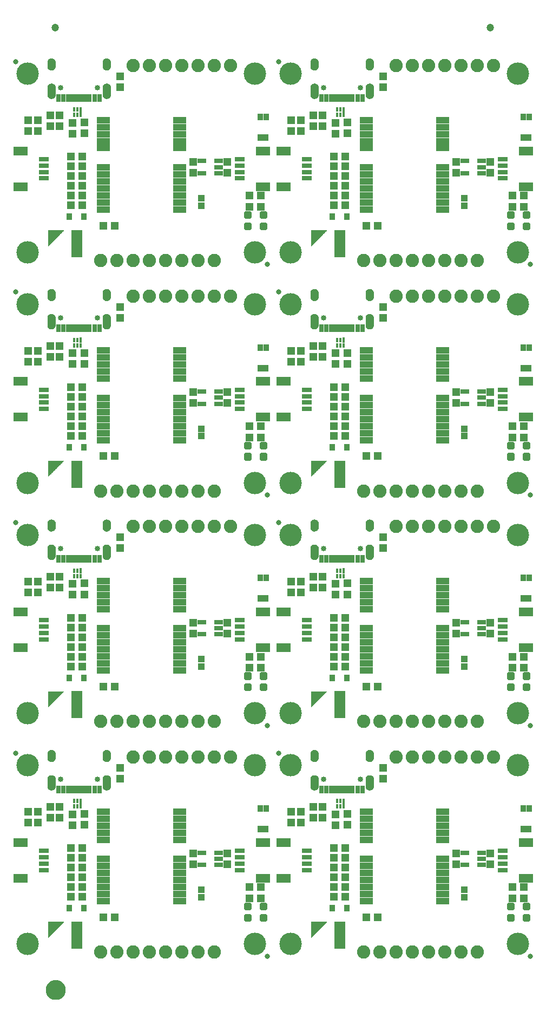
<source format=gts>
G75*
%MOIN*%
%OFA0B0*%
%FSLAX25Y25*%
%IPPOS*%
%LPD*%
%AMOC8*
5,1,8,0,0,1.08239X$1,22.5*
%
%ADD10C,0.13800*%
%ADD11C,0.03300*%
%ADD12R,0.08674X0.05524*%
%ADD13R,0.06115X0.03162*%
%ADD14R,0.05131X0.04737*%
%ADD15C,0.00197*%
%ADD16R,0.06693X0.16535*%
%ADD17R,0.04737X0.05131*%
%ADD18C,0.01990*%
%ADD19R,0.03280X0.04068*%
%ADD20R,0.05524X0.02965*%
%ADD21C,0.08200*%
%ADD22R,0.07887X0.03950*%
%ADD23R,0.01784X0.03202*%
%ADD24R,0.01784X0.03005*%
%ADD25R,0.01981X0.04800*%
%ADD26R,0.03162X0.04800*%
%ADD27R,0.02965X0.04800*%
%ADD28C,0.03359*%
%ADD29C,0.00039*%
%ADD30R,0.04343X0.04146*%
%ADD31R,0.07099X0.03950*%
%ADD32R,0.03359X0.03950*%
%ADD33C,0.04737*%
%ADD34C,0.05000*%
%ADD35C,0.06706*%
D10*
X0084342Y0048750D03*
X0084342Y0158650D03*
X0084342Y0190650D03*
X0084342Y0300550D03*
X0084342Y0332550D03*
X0084342Y0442450D03*
X0084342Y0474450D03*
X0084342Y0584350D03*
X0224342Y0584350D03*
X0246342Y0584350D03*
X0246342Y0474450D03*
X0224342Y0474450D03*
X0224342Y0442450D03*
X0246342Y0442450D03*
X0246342Y0332550D03*
X0224342Y0332550D03*
X0224342Y0300550D03*
X0246342Y0300550D03*
X0246342Y0190650D03*
X0224342Y0190650D03*
X0224342Y0158650D03*
X0246342Y0158650D03*
X0246342Y0048750D03*
X0224342Y0048750D03*
X0386342Y0048750D03*
X0386342Y0158650D03*
X0386342Y0190650D03*
X0386342Y0300550D03*
X0386342Y0332550D03*
X0386342Y0442450D03*
X0386342Y0474450D03*
X0386342Y0584350D03*
D11*
X0393842Y0466950D03*
X0393842Y0325050D03*
X0393842Y0183150D03*
X0393842Y0041250D03*
X0238842Y0166150D03*
X0231842Y0183150D03*
X0238842Y0308050D03*
X0231842Y0325050D03*
X0238842Y0449950D03*
X0231842Y0466950D03*
X0238842Y0591850D03*
X0076842Y0591850D03*
X0076842Y0449950D03*
X0076842Y0308050D03*
X0076842Y0166150D03*
X0231842Y0041250D03*
D12*
X0079873Y0089126D03*
X0079873Y0111174D03*
X0079873Y0231026D03*
X0079873Y0253074D03*
X0079873Y0372926D03*
X0079873Y0394974D03*
X0079873Y0514826D03*
X0079873Y0536874D03*
X0229310Y0536874D03*
X0241873Y0536874D03*
X0241873Y0514826D03*
X0229310Y0514826D03*
X0229310Y0394974D03*
X0241873Y0394974D03*
X0241873Y0372926D03*
X0229310Y0372926D03*
X0229310Y0253074D03*
X0241873Y0253074D03*
X0241873Y0231026D03*
X0229310Y0231026D03*
X0229310Y0111174D03*
X0241873Y0111174D03*
X0241873Y0089126D03*
X0229310Y0089126D03*
X0391310Y0089126D03*
X0391310Y0111174D03*
X0391310Y0231026D03*
X0391310Y0253074D03*
X0391310Y0372926D03*
X0391310Y0394974D03*
X0391310Y0514826D03*
X0391310Y0536874D03*
D13*
X0376842Y0531756D03*
X0376842Y0527819D03*
X0376842Y0523881D03*
X0376842Y0519944D03*
X0376842Y0389856D03*
X0376842Y0385919D03*
X0376842Y0381981D03*
X0376842Y0378044D03*
X0376842Y0247956D03*
X0376842Y0244019D03*
X0376842Y0240081D03*
X0376842Y0236144D03*
X0376842Y0106056D03*
X0376842Y0102119D03*
X0376842Y0098181D03*
X0376842Y0094244D03*
X0256342Y0094244D03*
X0256342Y0098181D03*
X0256342Y0102119D03*
X0256342Y0106056D03*
X0214842Y0106056D03*
X0214842Y0102119D03*
X0214842Y0098181D03*
X0214842Y0094244D03*
X0214842Y0236144D03*
X0214842Y0240081D03*
X0214842Y0244019D03*
X0214842Y0247956D03*
X0256342Y0247956D03*
X0256342Y0244019D03*
X0256342Y0240081D03*
X0256342Y0236144D03*
X0256342Y0378044D03*
X0256342Y0381981D03*
X0256342Y0385919D03*
X0256342Y0389856D03*
X0214842Y0389856D03*
X0214842Y0385919D03*
X0214842Y0381981D03*
X0214842Y0378044D03*
X0214842Y0519944D03*
X0214842Y0523881D03*
X0214842Y0527819D03*
X0214842Y0531756D03*
X0256342Y0531756D03*
X0256342Y0527819D03*
X0256342Y0523881D03*
X0256342Y0519944D03*
X0094342Y0519944D03*
X0094342Y0523881D03*
X0094342Y0527819D03*
X0094342Y0531756D03*
X0094342Y0389856D03*
X0094342Y0385919D03*
X0094342Y0381981D03*
X0094342Y0378044D03*
X0094342Y0247956D03*
X0094342Y0244019D03*
X0094342Y0240081D03*
X0094342Y0236144D03*
X0094342Y0106056D03*
X0094342Y0102119D03*
X0094342Y0098181D03*
X0094342Y0094244D03*
D14*
X0110995Y0095650D03*
X0110995Y0089650D03*
X0110995Y0083650D03*
X0110995Y0077650D03*
X0117688Y0077650D03*
X0117688Y0083650D03*
X0117688Y0089650D03*
X0117688Y0095650D03*
X0117688Y0101650D03*
X0117688Y0107650D03*
X0110995Y0107650D03*
X0110995Y0101650D03*
X0130995Y0065150D03*
X0137688Y0065150D03*
X0220995Y0076750D03*
X0220995Y0083650D03*
X0227688Y0083650D03*
X0227688Y0076750D03*
X0272995Y0077650D03*
X0272995Y0083650D03*
X0272995Y0089650D03*
X0272995Y0095650D03*
X0272995Y0101650D03*
X0272995Y0107650D03*
X0279688Y0107650D03*
X0279688Y0101650D03*
X0279688Y0095650D03*
X0279688Y0089650D03*
X0279688Y0083650D03*
X0279688Y0077650D03*
X0292995Y0065150D03*
X0299688Y0065150D03*
X0382995Y0076750D03*
X0382995Y0083650D03*
X0389688Y0083650D03*
X0389688Y0076750D03*
X0389688Y0218650D03*
X0389688Y0225550D03*
X0382995Y0225550D03*
X0382995Y0218650D03*
X0299688Y0207050D03*
X0292995Y0207050D03*
X0279688Y0219550D03*
X0279688Y0225550D03*
X0279688Y0231550D03*
X0279688Y0237550D03*
X0279688Y0243550D03*
X0279688Y0249550D03*
X0272995Y0249550D03*
X0272995Y0243550D03*
X0272995Y0237550D03*
X0272995Y0231550D03*
X0272995Y0225550D03*
X0272995Y0219550D03*
X0227688Y0218650D03*
X0227688Y0225550D03*
X0220995Y0225550D03*
X0220995Y0218650D03*
X0137688Y0207050D03*
X0130995Y0207050D03*
X0117688Y0219550D03*
X0117688Y0225550D03*
X0117688Y0231550D03*
X0117688Y0237550D03*
X0117688Y0243550D03*
X0117688Y0249550D03*
X0110995Y0249550D03*
X0110995Y0243550D03*
X0110995Y0237550D03*
X0110995Y0231550D03*
X0110995Y0225550D03*
X0110995Y0219550D03*
X0130995Y0348950D03*
X0137688Y0348950D03*
X0117688Y0361450D03*
X0117688Y0367450D03*
X0117688Y0373450D03*
X0117688Y0379450D03*
X0117688Y0385450D03*
X0117688Y0391450D03*
X0110995Y0391450D03*
X0110995Y0385450D03*
X0110995Y0379450D03*
X0110995Y0373450D03*
X0110995Y0367450D03*
X0110995Y0361450D03*
X0130995Y0490850D03*
X0137688Y0490850D03*
X0117688Y0503350D03*
X0117688Y0509350D03*
X0117688Y0515350D03*
X0117688Y0521350D03*
X0117688Y0527350D03*
X0117688Y0533350D03*
X0110995Y0533350D03*
X0110995Y0527350D03*
X0110995Y0521350D03*
X0110995Y0515350D03*
X0110995Y0509350D03*
X0110995Y0503350D03*
X0220995Y0502450D03*
X0220995Y0509350D03*
X0227688Y0509350D03*
X0227688Y0502450D03*
X0272995Y0503350D03*
X0272995Y0509350D03*
X0272995Y0515350D03*
X0272995Y0521350D03*
X0272995Y0527350D03*
X0272995Y0533350D03*
X0279688Y0533350D03*
X0279688Y0527350D03*
X0279688Y0521350D03*
X0279688Y0515350D03*
X0279688Y0509350D03*
X0279688Y0503350D03*
X0292995Y0490850D03*
X0299688Y0490850D03*
X0279688Y0391450D03*
X0279688Y0385450D03*
X0279688Y0379450D03*
X0279688Y0373450D03*
X0279688Y0367450D03*
X0279688Y0361450D03*
X0272995Y0361450D03*
X0272995Y0367450D03*
X0272995Y0373450D03*
X0272995Y0379450D03*
X0272995Y0385450D03*
X0272995Y0391450D03*
X0292995Y0348950D03*
X0299688Y0348950D03*
X0227688Y0360550D03*
X0227688Y0367450D03*
X0220995Y0367450D03*
X0220995Y0360550D03*
X0382995Y0360550D03*
X0382995Y0367450D03*
X0389688Y0367450D03*
X0389688Y0360550D03*
X0389688Y0502450D03*
X0389688Y0509350D03*
X0382995Y0509350D03*
X0382995Y0502450D03*
D15*
X0268239Y0488001D02*
X0258791Y0478552D01*
X0258791Y0488001D01*
X0268239Y0488001D01*
X0268125Y0487887D02*
X0258791Y0487887D01*
X0258791Y0487691D02*
X0267929Y0487691D01*
X0267734Y0487496D02*
X0258791Y0487496D01*
X0258791Y0487300D02*
X0267539Y0487300D01*
X0267343Y0487105D02*
X0258791Y0487105D01*
X0258791Y0486910D02*
X0267148Y0486910D01*
X0266953Y0486714D02*
X0258791Y0486714D01*
X0258791Y0486519D02*
X0266757Y0486519D01*
X0266562Y0486324D02*
X0258791Y0486324D01*
X0258791Y0486128D02*
X0266367Y0486128D01*
X0266171Y0485933D02*
X0258791Y0485933D01*
X0258791Y0485738D02*
X0265976Y0485738D01*
X0265780Y0485542D02*
X0258791Y0485542D01*
X0258791Y0485347D02*
X0265585Y0485347D01*
X0265390Y0485152D02*
X0258791Y0485152D01*
X0258791Y0484956D02*
X0265194Y0484956D01*
X0264999Y0484761D02*
X0258791Y0484761D01*
X0258791Y0484565D02*
X0264804Y0484565D01*
X0264608Y0484370D02*
X0258791Y0484370D01*
X0258791Y0484175D02*
X0264413Y0484175D01*
X0264218Y0483979D02*
X0258791Y0483979D01*
X0258791Y0483784D02*
X0264022Y0483784D01*
X0263827Y0483589D02*
X0258791Y0483589D01*
X0258791Y0483393D02*
X0263632Y0483393D01*
X0263436Y0483198D02*
X0258791Y0483198D01*
X0258791Y0483003D02*
X0263241Y0483003D01*
X0263045Y0482807D02*
X0258791Y0482807D01*
X0258791Y0482612D02*
X0262850Y0482612D01*
X0262655Y0482416D02*
X0258791Y0482416D01*
X0258791Y0482221D02*
X0262459Y0482221D01*
X0262264Y0482026D02*
X0258791Y0482026D01*
X0258791Y0481830D02*
X0262069Y0481830D01*
X0261873Y0481635D02*
X0258791Y0481635D01*
X0258791Y0481440D02*
X0261678Y0481440D01*
X0261483Y0481244D02*
X0258791Y0481244D01*
X0258791Y0481049D02*
X0261287Y0481049D01*
X0261092Y0480854D02*
X0258791Y0480854D01*
X0258791Y0480658D02*
X0260896Y0480658D01*
X0260701Y0480463D02*
X0258791Y0480463D01*
X0258791Y0480267D02*
X0260506Y0480267D01*
X0260310Y0480072D02*
X0258791Y0480072D01*
X0258791Y0479877D02*
X0260115Y0479877D01*
X0259920Y0479681D02*
X0258791Y0479681D01*
X0258791Y0479486D02*
X0259724Y0479486D01*
X0259529Y0479291D02*
X0258791Y0479291D01*
X0258791Y0479095D02*
X0259334Y0479095D01*
X0259138Y0478900D02*
X0258791Y0478900D01*
X0258791Y0478705D02*
X0258943Y0478705D01*
X0258791Y0346101D02*
X0268239Y0346101D01*
X0258791Y0336652D01*
X0258791Y0346101D01*
X0258791Y0346054D02*
X0268192Y0346054D01*
X0267997Y0345859D02*
X0258791Y0345859D01*
X0258791Y0345663D02*
X0267802Y0345663D01*
X0267606Y0345468D02*
X0258791Y0345468D01*
X0258791Y0345273D02*
X0267411Y0345273D01*
X0267215Y0345077D02*
X0258791Y0345077D01*
X0258791Y0344882D02*
X0267020Y0344882D01*
X0266825Y0344686D02*
X0258791Y0344686D01*
X0258791Y0344491D02*
X0266629Y0344491D01*
X0266434Y0344296D02*
X0258791Y0344296D01*
X0258791Y0344100D02*
X0266239Y0344100D01*
X0266043Y0343905D02*
X0258791Y0343905D01*
X0258791Y0343710D02*
X0265848Y0343710D01*
X0265653Y0343514D02*
X0258791Y0343514D01*
X0258791Y0343319D02*
X0265457Y0343319D01*
X0265262Y0343124D02*
X0258791Y0343124D01*
X0258791Y0342928D02*
X0265066Y0342928D01*
X0264871Y0342733D02*
X0258791Y0342733D01*
X0258791Y0342537D02*
X0264676Y0342537D01*
X0264480Y0342342D02*
X0258791Y0342342D01*
X0258791Y0342147D02*
X0264285Y0342147D01*
X0264090Y0341951D02*
X0258791Y0341951D01*
X0258791Y0341756D02*
X0263894Y0341756D01*
X0263699Y0341561D02*
X0258791Y0341561D01*
X0258791Y0341365D02*
X0263504Y0341365D01*
X0263308Y0341170D02*
X0258791Y0341170D01*
X0258791Y0340975D02*
X0263113Y0340975D01*
X0262917Y0340779D02*
X0258791Y0340779D01*
X0258791Y0340584D02*
X0262722Y0340584D01*
X0262527Y0340388D02*
X0258791Y0340388D01*
X0258791Y0340193D02*
X0262331Y0340193D01*
X0262136Y0339998D02*
X0258791Y0339998D01*
X0258791Y0339802D02*
X0261941Y0339802D01*
X0261745Y0339607D02*
X0258791Y0339607D01*
X0258791Y0339412D02*
X0261550Y0339412D01*
X0261355Y0339216D02*
X0258791Y0339216D01*
X0258791Y0339021D02*
X0261159Y0339021D01*
X0260964Y0338826D02*
X0258791Y0338826D01*
X0258791Y0338630D02*
X0260768Y0338630D01*
X0260573Y0338435D02*
X0258791Y0338435D01*
X0258791Y0338240D02*
X0260378Y0338240D01*
X0260182Y0338044D02*
X0258791Y0338044D01*
X0258791Y0337849D02*
X0259987Y0337849D01*
X0259792Y0337653D02*
X0258791Y0337653D01*
X0258791Y0337458D02*
X0259596Y0337458D01*
X0259401Y0337263D02*
X0258791Y0337263D01*
X0258791Y0337067D02*
X0259206Y0337067D01*
X0259010Y0336872D02*
X0258791Y0336872D01*
X0258791Y0336677D02*
X0258815Y0336677D01*
X0258791Y0204201D02*
X0268239Y0204201D01*
X0258791Y0194752D01*
X0258791Y0204201D01*
X0258791Y0204026D02*
X0268064Y0204026D01*
X0267869Y0203831D02*
X0258791Y0203831D01*
X0258791Y0203635D02*
X0267674Y0203635D01*
X0267478Y0203440D02*
X0258791Y0203440D01*
X0258791Y0203245D02*
X0267283Y0203245D01*
X0267087Y0203049D02*
X0258791Y0203049D01*
X0258791Y0202854D02*
X0266892Y0202854D01*
X0266697Y0202658D02*
X0258791Y0202658D01*
X0258791Y0202463D02*
X0266501Y0202463D01*
X0266306Y0202268D02*
X0258791Y0202268D01*
X0258791Y0202072D02*
X0266111Y0202072D01*
X0265915Y0201877D02*
X0258791Y0201877D01*
X0258791Y0201682D02*
X0265720Y0201682D01*
X0265525Y0201486D02*
X0258791Y0201486D01*
X0258791Y0201291D02*
X0265329Y0201291D01*
X0265134Y0201096D02*
X0258791Y0201096D01*
X0258791Y0200900D02*
X0264938Y0200900D01*
X0264743Y0200705D02*
X0258791Y0200705D01*
X0258791Y0200509D02*
X0264548Y0200509D01*
X0264352Y0200314D02*
X0258791Y0200314D01*
X0258791Y0200119D02*
X0264157Y0200119D01*
X0263962Y0199923D02*
X0258791Y0199923D01*
X0258791Y0199728D02*
X0263766Y0199728D01*
X0263571Y0199533D02*
X0258791Y0199533D01*
X0258791Y0199337D02*
X0263376Y0199337D01*
X0263180Y0199142D02*
X0258791Y0199142D01*
X0258791Y0198947D02*
X0262985Y0198947D01*
X0262790Y0198751D02*
X0258791Y0198751D01*
X0258791Y0198556D02*
X0262594Y0198556D01*
X0262399Y0198361D02*
X0258791Y0198361D01*
X0258791Y0198165D02*
X0262203Y0198165D01*
X0262008Y0197970D02*
X0258791Y0197970D01*
X0258791Y0197774D02*
X0261813Y0197774D01*
X0261617Y0197579D02*
X0258791Y0197579D01*
X0258791Y0197384D02*
X0261422Y0197384D01*
X0261227Y0197188D02*
X0258791Y0197188D01*
X0258791Y0196993D02*
X0261031Y0196993D01*
X0260836Y0196798D02*
X0258791Y0196798D01*
X0258791Y0196602D02*
X0260641Y0196602D01*
X0260445Y0196407D02*
X0258791Y0196407D01*
X0258791Y0196212D02*
X0260250Y0196212D01*
X0260054Y0196016D02*
X0258791Y0196016D01*
X0258791Y0195821D02*
X0259859Y0195821D01*
X0259664Y0195625D02*
X0258791Y0195625D01*
X0258791Y0195430D02*
X0259468Y0195430D01*
X0259273Y0195235D02*
X0258791Y0195235D01*
X0258791Y0195039D02*
X0259078Y0195039D01*
X0258882Y0194844D02*
X0258791Y0194844D01*
X0258791Y0062301D02*
X0268239Y0062301D01*
X0258791Y0052852D01*
X0258791Y0062301D01*
X0258791Y0062193D02*
X0268132Y0062193D01*
X0267936Y0061998D02*
X0258791Y0061998D01*
X0258791Y0061803D02*
X0267741Y0061803D01*
X0267546Y0061607D02*
X0258791Y0061607D01*
X0258791Y0061412D02*
X0267350Y0061412D01*
X0267155Y0061217D02*
X0258791Y0061217D01*
X0258791Y0061021D02*
X0266959Y0061021D01*
X0266764Y0060826D02*
X0258791Y0060826D01*
X0258791Y0060631D02*
X0266569Y0060631D01*
X0266373Y0060435D02*
X0258791Y0060435D01*
X0258791Y0060240D02*
X0266178Y0060240D01*
X0265983Y0060044D02*
X0258791Y0060044D01*
X0258791Y0059849D02*
X0265787Y0059849D01*
X0265592Y0059654D02*
X0258791Y0059654D01*
X0258791Y0059458D02*
X0265397Y0059458D01*
X0265201Y0059263D02*
X0258791Y0059263D01*
X0258791Y0059068D02*
X0265006Y0059068D01*
X0264811Y0058872D02*
X0258791Y0058872D01*
X0258791Y0058677D02*
X0264615Y0058677D01*
X0264420Y0058482D02*
X0258791Y0058482D01*
X0258791Y0058286D02*
X0264224Y0058286D01*
X0264029Y0058091D02*
X0258791Y0058091D01*
X0258791Y0057895D02*
X0263834Y0057895D01*
X0263638Y0057700D02*
X0258791Y0057700D01*
X0258791Y0057505D02*
X0263443Y0057505D01*
X0263248Y0057309D02*
X0258791Y0057309D01*
X0258791Y0057114D02*
X0263052Y0057114D01*
X0262857Y0056919D02*
X0258791Y0056919D01*
X0258791Y0056723D02*
X0262662Y0056723D01*
X0262466Y0056528D02*
X0258791Y0056528D01*
X0258791Y0056333D02*
X0262271Y0056333D01*
X0262075Y0056137D02*
X0258791Y0056137D01*
X0258791Y0055942D02*
X0261880Y0055942D01*
X0261685Y0055746D02*
X0258791Y0055746D01*
X0258791Y0055551D02*
X0261489Y0055551D01*
X0261294Y0055356D02*
X0258791Y0055356D01*
X0258791Y0055160D02*
X0261099Y0055160D01*
X0260903Y0054965D02*
X0258791Y0054965D01*
X0258791Y0054770D02*
X0260708Y0054770D01*
X0260513Y0054574D02*
X0258791Y0054574D01*
X0258791Y0054379D02*
X0260317Y0054379D01*
X0260122Y0054184D02*
X0258791Y0054184D01*
X0258791Y0053988D02*
X0259926Y0053988D01*
X0259731Y0053793D02*
X0258791Y0053793D01*
X0258791Y0053597D02*
X0259536Y0053597D01*
X0259340Y0053402D02*
X0258791Y0053402D01*
X0258791Y0053207D02*
X0259145Y0053207D01*
X0258950Y0053011D02*
X0258791Y0053011D01*
X0106239Y0062301D02*
X0096791Y0052852D01*
X0096791Y0062301D01*
X0106239Y0062301D01*
X0106132Y0062193D02*
X0096791Y0062193D01*
X0096791Y0061998D02*
X0105936Y0061998D01*
X0105741Y0061803D02*
X0096791Y0061803D01*
X0096791Y0061607D02*
X0105546Y0061607D01*
X0105350Y0061412D02*
X0096791Y0061412D01*
X0096791Y0061217D02*
X0105155Y0061217D01*
X0104959Y0061021D02*
X0096791Y0061021D01*
X0096791Y0060826D02*
X0104764Y0060826D01*
X0104569Y0060631D02*
X0096791Y0060631D01*
X0096791Y0060435D02*
X0104373Y0060435D01*
X0104178Y0060240D02*
X0096791Y0060240D01*
X0096791Y0060044D02*
X0103983Y0060044D01*
X0103787Y0059849D02*
X0096791Y0059849D01*
X0096791Y0059654D02*
X0103592Y0059654D01*
X0103397Y0059458D02*
X0096791Y0059458D01*
X0096791Y0059263D02*
X0103201Y0059263D01*
X0103006Y0059068D02*
X0096791Y0059068D01*
X0096791Y0058872D02*
X0102811Y0058872D01*
X0102615Y0058677D02*
X0096791Y0058677D01*
X0096791Y0058482D02*
X0102420Y0058482D01*
X0102224Y0058286D02*
X0096791Y0058286D01*
X0096791Y0058091D02*
X0102029Y0058091D01*
X0101834Y0057895D02*
X0096791Y0057895D01*
X0096791Y0057700D02*
X0101638Y0057700D01*
X0101443Y0057505D02*
X0096791Y0057505D01*
X0096791Y0057309D02*
X0101248Y0057309D01*
X0101052Y0057114D02*
X0096791Y0057114D01*
X0096791Y0056919D02*
X0100857Y0056919D01*
X0100662Y0056723D02*
X0096791Y0056723D01*
X0096791Y0056528D02*
X0100466Y0056528D01*
X0100271Y0056333D02*
X0096791Y0056333D01*
X0096791Y0056137D02*
X0100075Y0056137D01*
X0099880Y0055942D02*
X0096791Y0055942D01*
X0096791Y0055746D02*
X0099685Y0055746D01*
X0099489Y0055551D02*
X0096791Y0055551D01*
X0096791Y0055356D02*
X0099294Y0055356D01*
X0099099Y0055160D02*
X0096791Y0055160D01*
X0096791Y0054965D02*
X0098903Y0054965D01*
X0098708Y0054770D02*
X0096791Y0054770D01*
X0096791Y0054574D02*
X0098513Y0054574D01*
X0098317Y0054379D02*
X0096791Y0054379D01*
X0096791Y0054184D02*
X0098122Y0054184D01*
X0097926Y0053988D02*
X0096791Y0053988D01*
X0096791Y0053793D02*
X0097731Y0053793D01*
X0097536Y0053597D02*
X0096791Y0053597D01*
X0096791Y0053402D02*
X0097340Y0053402D01*
X0097145Y0053207D02*
X0096791Y0053207D01*
X0096791Y0053011D02*
X0096950Y0053011D01*
X0096791Y0194752D02*
X0106239Y0204201D01*
X0096791Y0204201D01*
X0096791Y0194752D01*
X0096791Y0194844D02*
X0096882Y0194844D01*
X0096791Y0195039D02*
X0097078Y0195039D01*
X0097273Y0195235D02*
X0096791Y0195235D01*
X0096791Y0195430D02*
X0097468Y0195430D01*
X0097664Y0195625D02*
X0096791Y0195625D01*
X0096791Y0195821D02*
X0097859Y0195821D01*
X0098054Y0196016D02*
X0096791Y0196016D01*
X0096791Y0196212D02*
X0098250Y0196212D01*
X0098445Y0196407D02*
X0096791Y0196407D01*
X0096791Y0196602D02*
X0098641Y0196602D01*
X0098836Y0196798D02*
X0096791Y0196798D01*
X0096791Y0196993D02*
X0099031Y0196993D01*
X0099227Y0197188D02*
X0096791Y0197188D01*
X0096791Y0197384D02*
X0099422Y0197384D01*
X0099617Y0197579D02*
X0096791Y0197579D01*
X0096791Y0197774D02*
X0099813Y0197774D01*
X0100008Y0197970D02*
X0096791Y0197970D01*
X0096791Y0198165D02*
X0100203Y0198165D01*
X0100399Y0198361D02*
X0096791Y0198361D01*
X0096791Y0198556D02*
X0100594Y0198556D01*
X0100790Y0198751D02*
X0096791Y0198751D01*
X0096791Y0198947D02*
X0100985Y0198947D01*
X0101180Y0199142D02*
X0096791Y0199142D01*
X0096791Y0199337D02*
X0101376Y0199337D01*
X0101571Y0199533D02*
X0096791Y0199533D01*
X0096791Y0199728D02*
X0101766Y0199728D01*
X0101962Y0199923D02*
X0096791Y0199923D01*
X0096791Y0200119D02*
X0102157Y0200119D01*
X0102352Y0200314D02*
X0096791Y0200314D01*
X0096791Y0200509D02*
X0102548Y0200509D01*
X0102743Y0200705D02*
X0096791Y0200705D01*
X0096791Y0200900D02*
X0102938Y0200900D01*
X0103134Y0201096D02*
X0096791Y0201096D01*
X0096791Y0201291D02*
X0103329Y0201291D01*
X0103525Y0201486D02*
X0096791Y0201486D01*
X0096791Y0201682D02*
X0103720Y0201682D01*
X0103915Y0201877D02*
X0096791Y0201877D01*
X0096791Y0202072D02*
X0104111Y0202072D01*
X0104306Y0202268D02*
X0096791Y0202268D01*
X0096791Y0202463D02*
X0104501Y0202463D01*
X0104697Y0202658D02*
X0096791Y0202658D01*
X0096791Y0202854D02*
X0104892Y0202854D01*
X0105087Y0203049D02*
X0096791Y0203049D01*
X0096791Y0203245D02*
X0105283Y0203245D01*
X0105478Y0203440D02*
X0096791Y0203440D01*
X0096791Y0203635D02*
X0105674Y0203635D01*
X0105869Y0203831D02*
X0096791Y0203831D01*
X0096791Y0204026D02*
X0106064Y0204026D01*
X0096791Y0336652D02*
X0106239Y0346101D01*
X0096791Y0346101D01*
X0096791Y0336652D01*
X0096791Y0336677D02*
X0096815Y0336677D01*
X0096791Y0336872D02*
X0097010Y0336872D01*
X0097206Y0337067D02*
X0096791Y0337067D01*
X0096791Y0337263D02*
X0097401Y0337263D01*
X0097596Y0337458D02*
X0096791Y0337458D01*
X0096791Y0337653D02*
X0097792Y0337653D01*
X0097987Y0337849D02*
X0096791Y0337849D01*
X0096791Y0338044D02*
X0098182Y0338044D01*
X0098378Y0338240D02*
X0096791Y0338240D01*
X0096791Y0338435D02*
X0098573Y0338435D01*
X0098768Y0338630D02*
X0096791Y0338630D01*
X0096791Y0338826D02*
X0098964Y0338826D01*
X0099159Y0339021D02*
X0096791Y0339021D01*
X0096791Y0339216D02*
X0099355Y0339216D01*
X0099550Y0339412D02*
X0096791Y0339412D01*
X0096791Y0339607D02*
X0099745Y0339607D01*
X0099941Y0339802D02*
X0096791Y0339802D01*
X0096791Y0339998D02*
X0100136Y0339998D01*
X0100331Y0340193D02*
X0096791Y0340193D01*
X0096791Y0340388D02*
X0100527Y0340388D01*
X0100722Y0340584D02*
X0096791Y0340584D01*
X0096791Y0340779D02*
X0100917Y0340779D01*
X0101113Y0340975D02*
X0096791Y0340975D01*
X0096791Y0341170D02*
X0101308Y0341170D01*
X0101504Y0341365D02*
X0096791Y0341365D01*
X0096791Y0341561D02*
X0101699Y0341561D01*
X0101894Y0341756D02*
X0096791Y0341756D01*
X0096791Y0341951D02*
X0102090Y0341951D01*
X0102285Y0342147D02*
X0096791Y0342147D01*
X0096791Y0342342D02*
X0102480Y0342342D01*
X0102676Y0342537D02*
X0096791Y0342537D01*
X0096791Y0342733D02*
X0102871Y0342733D01*
X0103066Y0342928D02*
X0096791Y0342928D01*
X0096791Y0343124D02*
X0103262Y0343124D01*
X0103457Y0343319D02*
X0096791Y0343319D01*
X0096791Y0343514D02*
X0103653Y0343514D01*
X0103848Y0343710D02*
X0096791Y0343710D01*
X0096791Y0343905D02*
X0104043Y0343905D01*
X0104239Y0344100D02*
X0096791Y0344100D01*
X0096791Y0344296D02*
X0104434Y0344296D01*
X0104629Y0344491D02*
X0096791Y0344491D01*
X0096791Y0344686D02*
X0104825Y0344686D01*
X0105020Y0344882D02*
X0096791Y0344882D01*
X0096791Y0345077D02*
X0105215Y0345077D01*
X0105411Y0345273D02*
X0096791Y0345273D01*
X0096791Y0345468D02*
X0105606Y0345468D01*
X0105802Y0345663D02*
X0096791Y0345663D01*
X0096791Y0345859D02*
X0105997Y0345859D01*
X0106192Y0346054D02*
X0096791Y0346054D01*
X0096791Y0478552D02*
X0106239Y0488001D01*
X0096791Y0488001D01*
X0096791Y0478552D01*
X0096791Y0478705D02*
X0096943Y0478705D01*
X0096791Y0478900D02*
X0097138Y0478900D01*
X0097334Y0479095D02*
X0096791Y0479095D01*
X0096791Y0479291D02*
X0097529Y0479291D01*
X0097724Y0479486D02*
X0096791Y0479486D01*
X0096791Y0479681D02*
X0097920Y0479681D01*
X0098115Y0479877D02*
X0096791Y0479877D01*
X0096791Y0480072D02*
X0098310Y0480072D01*
X0098506Y0480267D02*
X0096791Y0480267D01*
X0096791Y0480463D02*
X0098701Y0480463D01*
X0098896Y0480658D02*
X0096791Y0480658D01*
X0096791Y0480854D02*
X0099092Y0480854D01*
X0099287Y0481049D02*
X0096791Y0481049D01*
X0096791Y0481244D02*
X0099483Y0481244D01*
X0099678Y0481440D02*
X0096791Y0481440D01*
X0096791Y0481635D02*
X0099873Y0481635D01*
X0100069Y0481830D02*
X0096791Y0481830D01*
X0096791Y0482026D02*
X0100264Y0482026D01*
X0100459Y0482221D02*
X0096791Y0482221D01*
X0096791Y0482416D02*
X0100655Y0482416D01*
X0100850Y0482612D02*
X0096791Y0482612D01*
X0096791Y0482807D02*
X0101045Y0482807D01*
X0101241Y0483003D02*
X0096791Y0483003D01*
X0096791Y0483198D02*
X0101436Y0483198D01*
X0101632Y0483393D02*
X0096791Y0483393D01*
X0096791Y0483589D02*
X0101827Y0483589D01*
X0102022Y0483784D02*
X0096791Y0483784D01*
X0096791Y0483979D02*
X0102218Y0483979D01*
X0102413Y0484175D02*
X0096791Y0484175D01*
X0096791Y0484370D02*
X0102608Y0484370D01*
X0102804Y0484565D02*
X0096791Y0484565D01*
X0096791Y0484761D02*
X0102999Y0484761D01*
X0103194Y0484956D02*
X0096791Y0484956D01*
X0096791Y0485152D02*
X0103390Y0485152D01*
X0103585Y0485347D02*
X0096791Y0485347D01*
X0096791Y0485542D02*
X0103780Y0485542D01*
X0103976Y0485738D02*
X0096791Y0485738D01*
X0096791Y0485933D02*
X0104171Y0485933D01*
X0104367Y0486128D02*
X0096791Y0486128D01*
X0096791Y0486324D02*
X0104562Y0486324D01*
X0104757Y0486519D02*
X0096791Y0486519D01*
X0096791Y0486714D02*
X0104953Y0486714D01*
X0105148Y0486910D02*
X0096791Y0486910D01*
X0096791Y0487105D02*
X0105343Y0487105D01*
X0105539Y0487300D02*
X0096791Y0487300D01*
X0096791Y0487496D02*
X0105734Y0487496D01*
X0105929Y0487691D02*
X0096791Y0487691D01*
X0096791Y0487887D02*
X0106125Y0487887D01*
D16*
X0114625Y0479812D03*
X0114625Y0337912D03*
X0114625Y0196012D03*
X0114625Y0054112D03*
X0276625Y0054112D03*
X0276625Y0196012D03*
X0276625Y0337912D03*
X0276625Y0479812D03*
D17*
X0303142Y0440896D03*
X0303142Y0434204D03*
X0281142Y0412496D03*
X0281142Y0405804D03*
X0273942Y0405604D03*
X0273942Y0412296D03*
X0265942Y0410104D03*
X0260142Y0410104D03*
X0260142Y0416796D03*
X0265942Y0416796D03*
X0252442Y0413796D03*
X0252442Y0407104D03*
X0246542Y0407104D03*
X0246542Y0413796D03*
X0207142Y0388296D03*
X0207142Y0381604D03*
X0186142Y0381604D03*
X0186142Y0388296D03*
X0141142Y0434204D03*
X0141142Y0440896D03*
X0119142Y0412496D03*
X0119142Y0405804D03*
X0111942Y0405604D03*
X0111942Y0412296D03*
X0103942Y0410104D03*
X0098142Y0410104D03*
X0098142Y0416796D03*
X0103942Y0416796D03*
X0090442Y0413796D03*
X0090442Y0407104D03*
X0084542Y0407104D03*
X0084542Y0413796D03*
X0141142Y0298996D03*
X0141142Y0292304D03*
X0119142Y0270596D03*
X0119142Y0263904D03*
X0111942Y0263704D03*
X0111942Y0270396D03*
X0103942Y0268204D03*
X0098142Y0268204D03*
X0098142Y0274896D03*
X0103942Y0274896D03*
X0090442Y0271896D03*
X0090442Y0265204D03*
X0084542Y0265204D03*
X0084542Y0271896D03*
X0141142Y0157096D03*
X0141142Y0150404D03*
X0119142Y0128696D03*
X0119142Y0122004D03*
X0111942Y0121804D03*
X0111942Y0128496D03*
X0103942Y0126304D03*
X0098142Y0126304D03*
X0098142Y0132996D03*
X0103942Y0132996D03*
X0090442Y0129996D03*
X0090442Y0123304D03*
X0084542Y0123304D03*
X0084542Y0129996D03*
X0186142Y0104496D03*
X0186142Y0097804D03*
X0207142Y0097804D03*
X0207142Y0104496D03*
X0246542Y0123304D03*
X0246542Y0129996D03*
X0252442Y0129996D03*
X0252442Y0123304D03*
X0260142Y0126304D03*
X0265942Y0126304D03*
X0265942Y0132996D03*
X0260142Y0132996D03*
X0273942Y0128496D03*
X0273942Y0121804D03*
X0281142Y0122004D03*
X0281142Y0128696D03*
X0303142Y0150404D03*
X0303142Y0157096D03*
X0348142Y0104496D03*
X0348142Y0097804D03*
X0369142Y0097804D03*
X0369142Y0104496D03*
X0369142Y0239704D03*
X0369142Y0246396D03*
X0348142Y0246396D03*
X0348142Y0239704D03*
X0303142Y0292304D03*
X0303142Y0298996D03*
X0281142Y0270596D03*
X0281142Y0263904D03*
X0273942Y0263704D03*
X0273942Y0270396D03*
X0265942Y0268204D03*
X0260142Y0268204D03*
X0260142Y0274896D03*
X0265942Y0274896D03*
X0252442Y0271896D03*
X0252442Y0265204D03*
X0246542Y0265204D03*
X0246542Y0271896D03*
X0207142Y0246396D03*
X0207142Y0239704D03*
X0186142Y0239704D03*
X0186142Y0246396D03*
X0348142Y0381604D03*
X0348142Y0388296D03*
X0369142Y0388296D03*
X0369142Y0381604D03*
X0369142Y0523504D03*
X0369142Y0530196D03*
X0348142Y0530196D03*
X0348142Y0523504D03*
X0303142Y0576104D03*
X0303142Y0582796D03*
X0281142Y0554396D03*
X0281142Y0547704D03*
X0273942Y0547504D03*
X0273942Y0554196D03*
X0265942Y0552004D03*
X0260142Y0552004D03*
X0260142Y0558696D03*
X0265942Y0558696D03*
X0252442Y0555696D03*
X0252442Y0549004D03*
X0246542Y0549004D03*
X0246542Y0555696D03*
X0207142Y0530196D03*
X0207142Y0523504D03*
X0186142Y0523504D03*
X0186142Y0530196D03*
X0141142Y0576104D03*
X0141142Y0582796D03*
X0119142Y0554396D03*
X0119142Y0547704D03*
X0111942Y0547504D03*
X0111942Y0554196D03*
X0103942Y0552004D03*
X0098142Y0552004D03*
X0098142Y0558696D03*
X0103942Y0558696D03*
X0090442Y0555696D03*
X0090442Y0549004D03*
X0084542Y0549004D03*
X0084542Y0555696D03*
D18*
X0218569Y0498776D02*
X0221315Y0498776D01*
X0221315Y0496030D01*
X0218569Y0496030D01*
X0218569Y0498776D01*
X0218569Y0497920D02*
X0221315Y0497920D01*
X0221315Y0491870D02*
X0218569Y0491870D01*
X0221315Y0491870D02*
X0221315Y0489124D01*
X0218569Y0489124D01*
X0218569Y0491870D01*
X0218569Y0491014D02*
X0221315Y0491014D01*
X0228069Y0491870D02*
X0230815Y0491870D01*
X0230815Y0489124D01*
X0228069Y0489124D01*
X0228069Y0491870D01*
X0228069Y0491014D02*
X0230815Y0491014D01*
X0230815Y0498776D02*
X0228069Y0498776D01*
X0230815Y0498776D02*
X0230815Y0496030D01*
X0228069Y0496030D01*
X0228069Y0498776D01*
X0228069Y0497920D02*
X0230815Y0497920D01*
X0230815Y0356876D02*
X0228069Y0356876D01*
X0230815Y0356876D02*
X0230815Y0354130D01*
X0228069Y0354130D01*
X0228069Y0356876D01*
X0228069Y0356020D02*
X0230815Y0356020D01*
X0230815Y0349970D02*
X0228069Y0349970D01*
X0230815Y0349970D02*
X0230815Y0347224D01*
X0228069Y0347224D01*
X0228069Y0349970D01*
X0228069Y0349114D02*
X0230815Y0349114D01*
X0221315Y0349970D02*
X0218569Y0349970D01*
X0221315Y0349970D02*
X0221315Y0347224D01*
X0218569Y0347224D01*
X0218569Y0349970D01*
X0218569Y0349114D02*
X0221315Y0349114D01*
X0221315Y0356876D02*
X0218569Y0356876D01*
X0221315Y0356876D02*
X0221315Y0354130D01*
X0218569Y0354130D01*
X0218569Y0356876D01*
X0218569Y0356020D02*
X0221315Y0356020D01*
X0221315Y0214976D02*
X0218569Y0214976D01*
X0221315Y0214976D02*
X0221315Y0212230D01*
X0218569Y0212230D01*
X0218569Y0214976D01*
X0218569Y0214120D02*
X0221315Y0214120D01*
X0221315Y0208070D02*
X0218569Y0208070D01*
X0221315Y0208070D02*
X0221315Y0205324D01*
X0218569Y0205324D01*
X0218569Y0208070D01*
X0218569Y0207214D02*
X0221315Y0207214D01*
X0228069Y0208070D02*
X0230815Y0208070D01*
X0230815Y0205324D01*
X0228069Y0205324D01*
X0228069Y0208070D01*
X0228069Y0207214D02*
X0230815Y0207214D01*
X0230815Y0214976D02*
X0228069Y0214976D01*
X0230815Y0214976D02*
X0230815Y0212230D01*
X0228069Y0212230D01*
X0228069Y0214976D01*
X0228069Y0214120D02*
X0230815Y0214120D01*
X0230815Y0073076D02*
X0228069Y0073076D01*
X0230815Y0073076D02*
X0230815Y0070330D01*
X0228069Y0070330D01*
X0228069Y0073076D01*
X0228069Y0072220D02*
X0230815Y0072220D01*
X0230815Y0066170D02*
X0228069Y0066170D01*
X0230815Y0066170D02*
X0230815Y0063424D01*
X0228069Y0063424D01*
X0228069Y0066170D01*
X0228069Y0065314D02*
X0230815Y0065314D01*
X0221315Y0066170D02*
X0218569Y0066170D01*
X0221315Y0066170D02*
X0221315Y0063424D01*
X0218569Y0063424D01*
X0218569Y0066170D01*
X0218569Y0065314D02*
X0221315Y0065314D01*
X0221315Y0073076D02*
X0218569Y0073076D01*
X0221315Y0073076D02*
X0221315Y0070330D01*
X0218569Y0070330D01*
X0218569Y0073076D01*
X0218569Y0072220D02*
X0221315Y0072220D01*
X0380569Y0073076D02*
X0383315Y0073076D01*
X0383315Y0070330D01*
X0380569Y0070330D01*
X0380569Y0073076D01*
X0380569Y0072220D02*
X0383315Y0072220D01*
X0383315Y0066170D02*
X0380569Y0066170D01*
X0383315Y0066170D02*
X0383315Y0063424D01*
X0380569Y0063424D01*
X0380569Y0066170D01*
X0380569Y0065314D02*
X0383315Y0065314D01*
X0390069Y0066170D02*
X0392815Y0066170D01*
X0392815Y0063424D01*
X0390069Y0063424D01*
X0390069Y0066170D01*
X0390069Y0065314D02*
X0392815Y0065314D01*
X0392815Y0073076D02*
X0390069Y0073076D01*
X0392815Y0073076D02*
X0392815Y0070330D01*
X0390069Y0070330D01*
X0390069Y0073076D01*
X0390069Y0072220D02*
X0392815Y0072220D01*
X0392815Y0208070D02*
X0390069Y0208070D01*
X0392815Y0208070D02*
X0392815Y0205324D01*
X0390069Y0205324D01*
X0390069Y0208070D01*
X0390069Y0207214D02*
X0392815Y0207214D01*
X0392815Y0214976D02*
X0390069Y0214976D01*
X0392815Y0214976D02*
X0392815Y0212230D01*
X0390069Y0212230D01*
X0390069Y0214976D01*
X0390069Y0214120D02*
X0392815Y0214120D01*
X0383315Y0214976D02*
X0380569Y0214976D01*
X0383315Y0214976D02*
X0383315Y0212230D01*
X0380569Y0212230D01*
X0380569Y0214976D01*
X0380569Y0214120D02*
X0383315Y0214120D01*
X0383315Y0208070D02*
X0380569Y0208070D01*
X0383315Y0208070D02*
X0383315Y0205324D01*
X0380569Y0205324D01*
X0380569Y0208070D01*
X0380569Y0207214D02*
X0383315Y0207214D01*
X0383315Y0349970D02*
X0380569Y0349970D01*
X0383315Y0349970D02*
X0383315Y0347224D01*
X0380569Y0347224D01*
X0380569Y0349970D01*
X0380569Y0349114D02*
X0383315Y0349114D01*
X0383315Y0356876D02*
X0380569Y0356876D01*
X0383315Y0356876D02*
X0383315Y0354130D01*
X0380569Y0354130D01*
X0380569Y0356876D01*
X0380569Y0356020D02*
X0383315Y0356020D01*
X0390069Y0356876D02*
X0392815Y0356876D01*
X0392815Y0354130D01*
X0390069Y0354130D01*
X0390069Y0356876D01*
X0390069Y0356020D02*
X0392815Y0356020D01*
X0392815Y0349970D02*
X0390069Y0349970D01*
X0392815Y0349970D02*
X0392815Y0347224D01*
X0390069Y0347224D01*
X0390069Y0349970D01*
X0390069Y0349114D02*
X0392815Y0349114D01*
X0392815Y0491870D02*
X0390069Y0491870D01*
X0392815Y0491870D02*
X0392815Y0489124D01*
X0390069Y0489124D01*
X0390069Y0491870D01*
X0390069Y0491014D02*
X0392815Y0491014D01*
X0392815Y0498776D02*
X0390069Y0498776D01*
X0392815Y0498776D02*
X0392815Y0496030D01*
X0390069Y0496030D01*
X0390069Y0498776D01*
X0390069Y0497920D02*
X0392815Y0497920D01*
X0383315Y0498776D02*
X0380569Y0498776D01*
X0383315Y0498776D02*
X0383315Y0496030D01*
X0380569Y0496030D01*
X0380569Y0498776D01*
X0380569Y0497920D02*
X0383315Y0497920D01*
X0383315Y0491870D02*
X0380569Y0491870D01*
X0383315Y0491870D02*
X0383315Y0489124D01*
X0380569Y0489124D01*
X0380569Y0491870D01*
X0380569Y0491014D02*
X0383315Y0491014D01*
D19*
X0280869Y0496350D03*
X0271814Y0496350D03*
X0271814Y0354450D03*
X0280869Y0354450D03*
X0280869Y0212550D03*
X0271814Y0212550D03*
X0271814Y0070650D03*
X0280869Y0070650D03*
X0118869Y0070650D03*
X0109814Y0070650D03*
X0109814Y0212550D03*
X0118869Y0212550D03*
X0118869Y0354450D03*
X0109814Y0354450D03*
X0109814Y0496350D03*
X0118869Y0496350D03*
D20*
X0191523Y0523110D03*
X0191523Y0530590D03*
X0201760Y0530590D03*
X0201760Y0526850D03*
X0201760Y0523110D03*
X0201760Y0388690D03*
X0201760Y0384950D03*
X0201760Y0381210D03*
X0191523Y0381210D03*
X0191523Y0388690D03*
X0191523Y0246790D03*
X0191523Y0239310D03*
X0201760Y0239310D03*
X0201760Y0243050D03*
X0201760Y0246790D03*
X0201760Y0104890D03*
X0201760Y0101150D03*
X0201760Y0097410D03*
X0191523Y0097410D03*
X0191523Y0104890D03*
X0353523Y0104890D03*
X0353523Y0097410D03*
X0363760Y0097410D03*
X0363760Y0101150D03*
X0363760Y0104890D03*
X0363760Y0239310D03*
X0363760Y0243050D03*
X0363760Y0246790D03*
X0353523Y0246790D03*
X0353523Y0239310D03*
X0353523Y0381210D03*
X0353523Y0388690D03*
X0363760Y0388690D03*
X0363760Y0384950D03*
X0363760Y0381210D03*
X0363760Y0523110D03*
X0363760Y0526850D03*
X0363760Y0530590D03*
X0353523Y0530590D03*
X0353523Y0523110D03*
D21*
X0351342Y0469450D03*
X0361342Y0469450D03*
X0361342Y0447550D03*
X0351342Y0447550D03*
X0341342Y0447550D03*
X0331342Y0447550D03*
X0321342Y0447550D03*
X0311342Y0447550D03*
X0311342Y0469450D03*
X0321342Y0469450D03*
X0331342Y0469450D03*
X0341342Y0469450D03*
X0371342Y0447550D03*
X0301342Y0469450D03*
X0291342Y0469450D03*
X0311342Y0589450D03*
X0321342Y0589450D03*
X0331342Y0589450D03*
X0341342Y0589450D03*
X0351342Y0589450D03*
X0361342Y0589450D03*
X0371342Y0589450D03*
X0209342Y0589450D03*
X0199342Y0589450D03*
X0189342Y0589450D03*
X0179342Y0589450D03*
X0169342Y0589450D03*
X0159342Y0589450D03*
X0149342Y0589450D03*
X0149342Y0469450D03*
X0159342Y0469450D03*
X0169342Y0469450D03*
X0179342Y0469450D03*
X0189342Y0469450D03*
X0199342Y0469450D03*
X0199342Y0447550D03*
X0189342Y0447550D03*
X0179342Y0447550D03*
X0169342Y0447550D03*
X0159342Y0447550D03*
X0149342Y0447550D03*
X0139342Y0469450D03*
X0129342Y0469450D03*
X0209342Y0447550D03*
X0199342Y0327550D03*
X0189342Y0327550D03*
X0179342Y0327550D03*
X0169342Y0327550D03*
X0159342Y0327550D03*
X0149342Y0327550D03*
X0139342Y0327550D03*
X0129342Y0327550D03*
X0149342Y0305650D03*
X0159342Y0305650D03*
X0169342Y0305650D03*
X0179342Y0305650D03*
X0189342Y0305650D03*
X0199342Y0305650D03*
X0209342Y0305650D03*
X0199342Y0185650D03*
X0189342Y0185650D03*
X0179342Y0185650D03*
X0169342Y0185650D03*
X0159342Y0185650D03*
X0149342Y0185650D03*
X0139342Y0185650D03*
X0129342Y0185650D03*
X0149342Y0163750D03*
X0159342Y0163750D03*
X0169342Y0163750D03*
X0179342Y0163750D03*
X0189342Y0163750D03*
X0199342Y0163750D03*
X0209342Y0163750D03*
X0199342Y0043750D03*
X0189342Y0043750D03*
X0179342Y0043750D03*
X0169342Y0043750D03*
X0159342Y0043750D03*
X0149342Y0043750D03*
X0139342Y0043750D03*
X0129342Y0043750D03*
X0291342Y0043750D03*
X0301342Y0043750D03*
X0311342Y0043750D03*
X0321342Y0043750D03*
X0331342Y0043750D03*
X0341342Y0043750D03*
X0351342Y0043750D03*
X0361342Y0043750D03*
X0361342Y0163750D03*
X0351342Y0163750D03*
X0341342Y0163750D03*
X0331342Y0163750D03*
X0321342Y0163750D03*
X0311342Y0163750D03*
X0311342Y0185650D03*
X0321342Y0185650D03*
X0331342Y0185650D03*
X0341342Y0185650D03*
X0351342Y0185650D03*
X0361342Y0185650D03*
X0371342Y0163750D03*
X0301342Y0185650D03*
X0291342Y0185650D03*
X0311342Y0305650D03*
X0321342Y0305650D03*
X0331342Y0305650D03*
X0341342Y0305650D03*
X0351342Y0305650D03*
X0361342Y0305650D03*
X0371342Y0305650D03*
X0361342Y0327550D03*
X0351342Y0327550D03*
X0341342Y0327550D03*
X0331342Y0327550D03*
X0321342Y0327550D03*
X0311342Y0327550D03*
X0301342Y0327550D03*
X0291342Y0327550D03*
D22*
X0292720Y0358891D03*
X0292720Y0363222D03*
X0292720Y0367552D03*
X0292720Y0371883D03*
X0292720Y0376214D03*
X0292720Y0380544D03*
X0292720Y0384875D03*
X0292720Y0396686D03*
X0292720Y0401017D03*
X0292720Y0405348D03*
X0292720Y0409678D03*
X0292720Y0414009D03*
X0339964Y0414009D03*
X0339964Y0409678D03*
X0339964Y0405348D03*
X0339964Y0401017D03*
X0339964Y0396686D03*
X0339964Y0384875D03*
X0339964Y0380544D03*
X0339964Y0376214D03*
X0339964Y0371883D03*
X0339964Y0367552D03*
X0339964Y0363222D03*
X0339964Y0358891D03*
X0339964Y0272109D03*
X0339964Y0267778D03*
X0339964Y0263448D03*
X0339964Y0259117D03*
X0339964Y0254786D03*
X0339964Y0242975D03*
X0339964Y0238644D03*
X0339964Y0234314D03*
X0339964Y0229983D03*
X0339964Y0225652D03*
X0339964Y0221322D03*
X0339964Y0216991D03*
X0292720Y0216991D03*
X0292720Y0221322D03*
X0292720Y0225652D03*
X0292720Y0229983D03*
X0292720Y0234314D03*
X0292720Y0238644D03*
X0292720Y0242975D03*
X0292720Y0254786D03*
X0292720Y0259117D03*
X0292720Y0263448D03*
X0292720Y0267778D03*
X0292720Y0272109D03*
X0292720Y0130209D03*
X0292720Y0125878D03*
X0292720Y0121548D03*
X0292720Y0117217D03*
X0292720Y0112886D03*
X0292720Y0101075D03*
X0292720Y0096744D03*
X0292720Y0092414D03*
X0292720Y0088083D03*
X0292720Y0083752D03*
X0292720Y0079422D03*
X0292720Y0075091D03*
X0339964Y0075091D03*
X0339964Y0079422D03*
X0339964Y0083752D03*
X0339964Y0088083D03*
X0339964Y0092414D03*
X0339964Y0096744D03*
X0339964Y0101075D03*
X0339964Y0112886D03*
X0339964Y0117217D03*
X0339964Y0121548D03*
X0339964Y0125878D03*
X0339964Y0130209D03*
X0177964Y0130209D03*
X0177964Y0125878D03*
X0177964Y0121548D03*
X0177964Y0117217D03*
X0177964Y0112886D03*
X0177964Y0101075D03*
X0177964Y0096744D03*
X0177964Y0092414D03*
X0177964Y0088083D03*
X0177964Y0083752D03*
X0177964Y0079422D03*
X0177964Y0075091D03*
X0130720Y0075091D03*
X0130720Y0079422D03*
X0130720Y0083752D03*
X0130720Y0088083D03*
X0130720Y0092414D03*
X0130720Y0096744D03*
X0130720Y0101075D03*
X0130720Y0112886D03*
X0130720Y0117217D03*
X0130720Y0121548D03*
X0130720Y0125878D03*
X0130720Y0130209D03*
X0130720Y0216991D03*
X0130720Y0221322D03*
X0130720Y0225652D03*
X0130720Y0229983D03*
X0130720Y0234314D03*
X0130720Y0238644D03*
X0130720Y0242975D03*
X0130720Y0254786D03*
X0130720Y0259117D03*
X0130720Y0263448D03*
X0130720Y0267778D03*
X0130720Y0272109D03*
X0177964Y0272109D03*
X0177964Y0267778D03*
X0177964Y0263448D03*
X0177964Y0259117D03*
X0177964Y0254786D03*
X0177964Y0242975D03*
X0177964Y0238644D03*
X0177964Y0234314D03*
X0177964Y0229983D03*
X0177964Y0225652D03*
X0177964Y0221322D03*
X0177964Y0216991D03*
X0177964Y0358891D03*
X0177964Y0363222D03*
X0177964Y0367552D03*
X0177964Y0371883D03*
X0177964Y0376214D03*
X0177964Y0380544D03*
X0177964Y0384875D03*
X0177964Y0396686D03*
X0177964Y0401017D03*
X0177964Y0405348D03*
X0177964Y0409678D03*
X0177964Y0414009D03*
X0130720Y0414009D03*
X0130720Y0409678D03*
X0130720Y0405348D03*
X0130720Y0401017D03*
X0130720Y0396686D03*
X0130720Y0384875D03*
X0130720Y0380544D03*
X0130720Y0376214D03*
X0130720Y0371883D03*
X0130720Y0367552D03*
X0130720Y0363222D03*
X0130720Y0358891D03*
X0130720Y0500791D03*
X0130720Y0505122D03*
X0130720Y0509452D03*
X0130720Y0513783D03*
X0130720Y0518114D03*
X0130720Y0522444D03*
X0130720Y0526775D03*
X0130720Y0538586D03*
X0130720Y0542917D03*
X0130720Y0547248D03*
X0130720Y0551578D03*
X0130720Y0555909D03*
X0177964Y0555909D03*
X0177964Y0551578D03*
X0177964Y0547248D03*
X0177964Y0542917D03*
X0177964Y0538586D03*
X0177964Y0526775D03*
X0177964Y0522444D03*
X0177964Y0518114D03*
X0177964Y0513783D03*
X0177964Y0509452D03*
X0177964Y0505122D03*
X0177964Y0500791D03*
X0292720Y0500791D03*
X0292720Y0505122D03*
X0292720Y0509452D03*
X0292720Y0513783D03*
X0292720Y0518114D03*
X0292720Y0522444D03*
X0292720Y0526775D03*
X0292720Y0538586D03*
X0292720Y0542917D03*
X0292720Y0547248D03*
X0292720Y0551578D03*
X0292720Y0555909D03*
X0339964Y0555909D03*
X0339964Y0551578D03*
X0339964Y0547248D03*
X0339964Y0542917D03*
X0339964Y0538586D03*
X0339964Y0526775D03*
X0339964Y0522444D03*
X0339964Y0518114D03*
X0339964Y0513783D03*
X0339964Y0509452D03*
X0339964Y0505122D03*
X0339964Y0500791D03*
D23*
X0278710Y0562244D03*
X0278710Y0420344D03*
X0278710Y0278444D03*
X0278710Y0136544D03*
X0116710Y0136544D03*
X0116710Y0278444D03*
X0116710Y0420344D03*
X0116710Y0562244D03*
D24*
X0114742Y0562343D03*
X0112773Y0562343D03*
X0112773Y0558957D03*
X0114742Y0558957D03*
X0116710Y0558957D03*
X0114742Y0420443D03*
X0112773Y0420443D03*
X0112773Y0417057D03*
X0114742Y0417057D03*
X0116710Y0417057D03*
X0114742Y0278543D03*
X0112773Y0278543D03*
X0112773Y0275157D03*
X0114742Y0275157D03*
X0116710Y0275157D03*
X0114742Y0136643D03*
X0112773Y0136643D03*
X0112773Y0133257D03*
X0114742Y0133257D03*
X0116710Y0133257D03*
X0274773Y0133257D03*
X0276742Y0133257D03*
X0278710Y0133257D03*
X0276742Y0136643D03*
X0274773Y0136643D03*
X0274773Y0275157D03*
X0276742Y0275157D03*
X0278710Y0275157D03*
X0276742Y0278543D03*
X0274773Y0278543D03*
X0274773Y0417057D03*
X0276742Y0417057D03*
X0278710Y0417057D03*
X0276742Y0420443D03*
X0274773Y0420443D03*
X0274773Y0558957D03*
X0276742Y0558957D03*
X0278710Y0558957D03*
X0276742Y0562343D03*
X0274773Y0562343D03*
D25*
X0274789Y0569544D03*
X0272821Y0569544D03*
X0270852Y0569544D03*
X0276758Y0569544D03*
X0278726Y0569544D03*
X0280695Y0569544D03*
X0282663Y0569544D03*
X0284632Y0569544D03*
X0284632Y0427644D03*
X0282663Y0427644D03*
X0280695Y0427644D03*
X0278726Y0427644D03*
X0276758Y0427644D03*
X0274789Y0427644D03*
X0272821Y0427644D03*
X0270852Y0427644D03*
X0270852Y0285744D03*
X0272821Y0285744D03*
X0274789Y0285744D03*
X0276758Y0285744D03*
X0278726Y0285744D03*
X0280695Y0285744D03*
X0282663Y0285744D03*
X0284632Y0285744D03*
X0284632Y0143844D03*
X0282663Y0143844D03*
X0280695Y0143844D03*
X0278726Y0143844D03*
X0276758Y0143844D03*
X0274789Y0143844D03*
X0272821Y0143844D03*
X0270852Y0143844D03*
X0122632Y0143844D03*
X0120663Y0143844D03*
X0118695Y0143844D03*
X0116726Y0143844D03*
X0114758Y0143844D03*
X0112789Y0143844D03*
X0110821Y0143844D03*
X0108852Y0143844D03*
X0108852Y0285744D03*
X0110821Y0285744D03*
X0112789Y0285744D03*
X0114758Y0285744D03*
X0116726Y0285744D03*
X0118695Y0285744D03*
X0120663Y0285744D03*
X0122632Y0285744D03*
X0122632Y0427644D03*
X0120663Y0427644D03*
X0118695Y0427644D03*
X0116726Y0427644D03*
X0114758Y0427644D03*
X0112789Y0427644D03*
X0110821Y0427644D03*
X0108852Y0427644D03*
X0108852Y0569544D03*
X0110821Y0569544D03*
X0112789Y0569544D03*
X0114758Y0569544D03*
X0116726Y0569544D03*
X0118695Y0569544D03*
X0120663Y0569544D03*
X0122632Y0569544D03*
D26*
X0128439Y0569544D03*
X0103045Y0569544D03*
X0103045Y0427644D03*
X0128439Y0427644D03*
X0128439Y0285744D03*
X0103045Y0285744D03*
X0103045Y0143844D03*
X0128439Y0143844D03*
X0265045Y0143844D03*
X0290439Y0143844D03*
X0290439Y0285744D03*
X0265045Y0285744D03*
X0265045Y0427644D03*
X0290439Y0427644D03*
X0290439Y0569544D03*
X0265045Y0569544D03*
D27*
X0268096Y0569544D03*
X0287387Y0569544D03*
X0287387Y0427644D03*
X0268096Y0427644D03*
X0268096Y0285744D03*
X0287387Y0285744D03*
X0287387Y0143844D03*
X0268096Y0143844D03*
X0125387Y0143844D03*
X0106096Y0143844D03*
X0106096Y0285744D03*
X0125387Y0285744D03*
X0125387Y0427644D03*
X0106096Y0427644D03*
X0106096Y0569544D03*
X0125387Y0569544D03*
D28*
X0127120Y0575839D03*
X0104364Y0575839D03*
X0104364Y0433939D03*
X0127120Y0433939D03*
X0127120Y0292039D03*
X0104364Y0292039D03*
X0104364Y0150139D03*
X0127120Y0150139D03*
X0266364Y0150139D03*
X0289120Y0150139D03*
X0289120Y0292039D03*
X0266364Y0292039D03*
X0266364Y0433939D03*
X0289120Y0433939D03*
X0289120Y0575839D03*
X0266364Y0575839D03*
D29*
X0263096Y0575832D02*
X0258372Y0575832D01*
X0258372Y0575795D02*
X0263096Y0575795D01*
X0263096Y0575757D02*
X0258372Y0575757D01*
X0258372Y0575719D02*
X0263096Y0575719D01*
X0263096Y0575681D02*
X0258372Y0575681D01*
X0258372Y0575643D02*
X0263096Y0575643D01*
X0263096Y0575605D02*
X0258372Y0575605D01*
X0258372Y0575567D02*
X0263096Y0575567D01*
X0263096Y0575529D02*
X0258372Y0575529D01*
X0258372Y0575492D02*
X0263096Y0575492D01*
X0263096Y0575454D02*
X0258372Y0575454D01*
X0258372Y0575416D02*
X0263096Y0575416D01*
X0263096Y0575378D02*
X0258372Y0575378D01*
X0258372Y0575340D02*
X0263096Y0575340D01*
X0263096Y0575302D02*
X0258372Y0575302D01*
X0258372Y0575264D02*
X0263096Y0575264D01*
X0263096Y0575226D02*
X0258372Y0575226D01*
X0258372Y0575188D02*
X0263096Y0575188D01*
X0263096Y0575151D02*
X0258372Y0575151D01*
X0258372Y0575113D02*
X0263096Y0575113D01*
X0263096Y0575075D02*
X0258372Y0575075D01*
X0258372Y0575037D02*
X0263096Y0575037D01*
X0263096Y0574999D02*
X0258372Y0574999D01*
X0258372Y0574961D02*
X0263096Y0574961D01*
X0263096Y0574923D02*
X0258372Y0574923D01*
X0258372Y0574885D02*
X0263096Y0574885D01*
X0263096Y0574848D02*
X0258372Y0574848D01*
X0258372Y0574810D02*
X0263096Y0574810D01*
X0263096Y0574772D02*
X0258372Y0574772D01*
X0258372Y0574734D02*
X0263096Y0574734D01*
X0263096Y0574696D02*
X0258372Y0574696D01*
X0258372Y0574658D02*
X0263096Y0574658D01*
X0263096Y0574620D02*
X0258372Y0574620D01*
X0258372Y0574582D02*
X0263096Y0574582D01*
X0263096Y0574544D02*
X0258372Y0574544D01*
X0258372Y0574507D02*
X0263096Y0574507D01*
X0263096Y0574469D02*
X0258372Y0574469D01*
X0258372Y0574431D02*
X0263096Y0574431D01*
X0263096Y0574393D02*
X0258372Y0574393D01*
X0258372Y0574355D02*
X0263096Y0574355D01*
X0263096Y0574317D02*
X0258372Y0574317D01*
X0258372Y0574279D02*
X0263096Y0574279D01*
X0263096Y0574241D02*
X0258372Y0574241D01*
X0258372Y0574204D02*
X0263096Y0574204D01*
X0263096Y0574166D02*
X0258372Y0574166D01*
X0258372Y0574128D02*
X0263096Y0574128D01*
X0263096Y0574090D02*
X0258372Y0574090D01*
X0258372Y0574052D02*
X0263096Y0574052D01*
X0263096Y0574014D02*
X0258372Y0574014D01*
X0258372Y0573976D02*
X0263096Y0573976D01*
X0263096Y0573938D02*
X0258372Y0573938D01*
X0258372Y0573901D02*
X0263096Y0573901D01*
X0263096Y0573863D02*
X0258372Y0573863D01*
X0258372Y0573825D02*
X0263096Y0573825D01*
X0263096Y0573787D02*
X0258372Y0573787D01*
X0258372Y0573749D02*
X0263096Y0573749D01*
X0263096Y0573711D02*
X0258372Y0573711D01*
X0258372Y0573673D02*
X0263096Y0573673D01*
X0263096Y0573635D02*
X0258372Y0573635D01*
X0258372Y0573597D02*
X0263096Y0573597D01*
X0263096Y0573560D02*
X0258372Y0573560D01*
X0258372Y0573522D02*
X0263096Y0573522D01*
X0263096Y0573484D02*
X0258372Y0573484D01*
X0258372Y0573446D02*
X0263096Y0573446D01*
X0263096Y0573408D02*
X0258372Y0573408D01*
X0258372Y0573370D02*
X0263096Y0573370D01*
X0263096Y0573332D02*
X0258372Y0573332D01*
X0258372Y0573294D02*
X0263096Y0573294D01*
X0263096Y0573257D02*
X0258372Y0573257D01*
X0258372Y0573219D02*
X0263096Y0573219D01*
X0263096Y0573181D02*
X0258372Y0573181D01*
X0258372Y0573143D02*
X0263096Y0573143D01*
X0263096Y0573105D02*
X0258372Y0573105D01*
X0258372Y0573067D02*
X0263096Y0573067D01*
X0263096Y0573029D02*
X0258372Y0573029D01*
X0258372Y0572991D02*
X0263096Y0572991D01*
X0263096Y0572953D02*
X0258372Y0572953D01*
X0258372Y0572916D02*
X0263096Y0572916D01*
X0263096Y0572878D02*
X0258372Y0572878D01*
X0258372Y0572840D02*
X0263096Y0572840D01*
X0263096Y0572802D02*
X0258372Y0572802D01*
X0258372Y0572764D02*
X0263096Y0572764D01*
X0263096Y0572726D02*
X0258372Y0572726D01*
X0258372Y0572688D02*
X0263096Y0572688D01*
X0263096Y0572650D02*
X0258372Y0572650D01*
X0258372Y0572613D02*
X0263096Y0572613D01*
X0263096Y0572575D02*
X0258372Y0572575D01*
X0258372Y0572537D02*
X0263096Y0572537D01*
X0263096Y0572499D02*
X0258372Y0572499D01*
X0258372Y0572461D02*
X0263096Y0572461D01*
X0263096Y0572423D02*
X0258372Y0572423D01*
X0258372Y0572385D02*
X0263096Y0572385D01*
X0263096Y0572347D02*
X0258372Y0572347D01*
X0258372Y0572309D02*
X0263096Y0572309D01*
X0263096Y0572272D02*
X0258372Y0572272D01*
X0258372Y0572234D02*
X0263096Y0572234D01*
X0263096Y0572196D02*
X0258372Y0572196D01*
X0258372Y0572158D02*
X0263096Y0572158D01*
X0263096Y0572120D02*
X0258372Y0572120D01*
X0258372Y0572082D02*
X0263096Y0572082D01*
X0263096Y0572044D02*
X0258372Y0572044D01*
X0258372Y0572006D02*
X0263096Y0572006D01*
X0263096Y0571969D02*
X0258372Y0571969D01*
X0258372Y0571931D02*
X0263096Y0571931D01*
X0263096Y0571893D02*
X0258372Y0571893D01*
X0258372Y0571855D02*
X0263096Y0571855D01*
X0263096Y0571817D02*
X0258372Y0571817D01*
X0258372Y0571779D02*
X0263096Y0571779D01*
X0263096Y0571741D02*
X0258372Y0571741D01*
X0258372Y0571703D02*
X0263096Y0571703D01*
X0263096Y0571666D02*
X0258372Y0571666D01*
X0258372Y0571628D02*
X0263096Y0571628D01*
X0263096Y0571590D02*
X0258372Y0571590D01*
X0258372Y0571552D02*
X0263096Y0571552D01*
X0263096Y0571514D02*
X0258372Y0571514D01*
X0258372Y0571476D02*
X0263096Y0571476D01*
X0263096Y0571438D02*
X0258372Y0571438D01*
X0258372Y0571410D02*
X0258372Y0576134D01*
X0258452Y0576633D01*
X0258642Y0577101D01*
X0258931Y0577516D01*
X0259305Y0577856D01*
X0259745Y0578104D01*
X0260230Y0578248D01*
X0260734Y0578280D01*
X0261238Y0578248D01*
X0261723Y0578104D01*
X0262163Y0577856D01*
X0262537Y0577516D01*
X0262826Y0577101D01*
X0263016Y0576633D01*
X0263096Y0576134D01*
X0263096Y0571410D01*
X0263035Y0570968D01*
X0262889Y0570547D01*
X0262664Y0570162D01*
X0262368Y0569828D01*
X0262012Y0569559D01*
X0261611Y0569364D01*
X0261179Y0569251D01*
X0260734Y0569225D01*
X0260289Y0569251D01*
X0259857Y0569364D01*
X0259456Y0569559D01*
X0259100Y0569828D01*
X0258804Y0570162D01*
X0258579Y0570547D01*
X0258433Y0570968D01*
X0258372Y0571410D01*
X0258373Y0571400D02*
X0263095Y0571400D01*
X0263090Y0571362D02*
X0258378Y0571362D01*
X0258384Y0571325D02*
X0263084Y0571325D01*
X0263079Y0571287D02*
X0258389Y0571287D01*
X0258394Y0571249D02*
X0263074Y0571249D01*
X0263069Y0571211D02*
X0258399Y0571211D01*
X0258404Y0571173D02*
X0263063Y0571173D01*
X0263058Y0571135D02*
X0258410Y0571135D01*
X0258415Y0571097D02*
X0263053Y0571097D01*
X0263048Y0571059D02*
X0258420Y0571059D01*
X0258425Y0571022D02*
X0263043Y0571022D01*
X0263037Y0570984D02*
X0258431Y0570984D01*
X0258440Y0570946D02*
X0263027Y0570946D01*
X0263014Y0570908D02*
X0258454Y0570908D01*
X0258467Y0570870D02*
X0263001Y0570870D01*
X0262988Y0570832D02*
X0258480Y0570832D01*
X0258493Y0570794D02*
X0262975Y0570794D01*
X0262962Y0570756D02*
X0258506Y0570756D01*
X0258519Y0570718D02*
X0262949Y0570718D01*
X0262936Y0570681D02*
X0258532Y0570681D01*
X0258545Y0570643D02*
X0262923Y0570643D01*
X0262909Y0570605D02*
X0258559Y0570605D01*
X0258572Y0570567D02*
X0262896Y0570567D01*
X0262879Y0570529D02*
X0258589Y0570529D01*
X0258611Y0570491D02*
X0262857Y0570491D01*
X0262835Y0570453D02*
X0258633Y0570453D01*
X0258655Y0570415D02*
X0262812Y0570415D01*
X0262790Y0570378D02*
X0258678Y0570378D01*
X0258700Y0570340D02*
X0262768Y0570340D01*
X0262746Y0570302D02*
X0258722Y0570302D01*
X0258744Y0570264D02*
X0262724Y0570264D01*
X0262701Y0570226D02*
X0258766Y0570226D01*
X0258789Y0570188D02*
X0262679Y0570188D01*
X0262654Y0570150D02*
X0258814Y0570150D01*
X0258848Y0570112D02*
X0262620Y0570112D01*
X0262586Y0570074D02*
X0258881Y0570074D01*
X0258915Y0570037D02*
X0262553Y0570037D01*
X0262519Y0569999D02*
X0258949Y0569999D01*
X0258982Y0569961D02*
X0262485Y0569961D01*
X0262452Y0569923D02*
X0259016Y0569923D01*
X0259050Y0569885D02*
X0262418Y0569885D01*
X0262385Y0569847D02*
X0259083Y0569847D01*
X0259125Y0569809D02*
X0262343Y0569809D01*
X0262293Y0569771D02*
X0259175Y0569771D01*
X0259225Y0569734D02*
X0262243Y0569734D01*
X0262193Y0569696D02*
X0259275Y0569696D01*
X0259325Y0569658D02*
X0262143Y0569658D01*
X0262093Y0569620D02*
X0259375Y0569620D01*
X0259425Y0569582D02*
X0262043Y0569582D01*
X0261982Y0569544D02*
X0259486Y0569544D01*
X0259564Y0569506D02*
X0261904Y0569506D01*
X0261826Y0569468D02*
X0259642Y0569468D01*
X0259720Y0569430D02*
X0261748Y0569430D01*
X0261670Y0569393D02*
X0259798Y0569393D01*
X0259892Y0569355D02*
X0261575Y0569355D01*
X0261430Y0569317D02*
X0260037Y0569317D01*
X0260182Y0569279D02*
X0261285Y0569279D01*
X0261009Y0569241D02*
X0260459Y0569241D01*
X0258372Y0575870D02*
X0263096Y0575870D01*
X0263096Y0575908D02*
X0258372Y0575908D01*
X0258372Y0575946D02*
X0263096Y0575946D01*
X0263096Y0575984D02*
X0258372Y0575984D01*
X0258372Y0576022D02*
X0263096Y0576022D01*
X0263096Y0576060D02*
X0258372Y0576060D01*
X0258372Y0576098D02*
X0263096Y0576098D01*
X0263096Y0576136D02*
X0258372Y0576136D01*
X0258378Y0576173D02*
X0263090Y0576173D01*
X0263084Y0576211D02*
X0258384Y0576211D01*
X0258390Y0576249D02*
X0263078Y0576249D01*
X0263071Y0576287D02*
X0258396Y0576287D01*
X0258403Y0576325D02*
X0263065Y0576325D01*
X0263059Y0576363D02*
X0258409Y0576363D01*
X0258415Y0576401D02*
X0263053Y0576401D01*
X0263047Y0576439D02*
X0258421Y0576439D01*
X0258427Y0576476D02*
X0263041Y0576476D01*
X0263035Y0576514D02*
X0258433Y0576514D01*
X0258439Y0576552D02*
X0263029Y0576552D01*
X0263022Y0576590D02*
X0258445Y0576590D01*
X0258451Y0576628D02*
X0263016Y0576628D01*
X0263002Y0576666D02*
X0258466Y0576666D01*
X0258481Y0576704D02*
X0262987Y0576704D01*
X0262972Y0576742D02*
X0258496Y0576742D01*
X0258512Y0576779D02*
X0262956Y0576779D01*
X0262941Y0576817D02*
X0258527Y0576817D01*
X0258542Y0576855D02*
X0262926Y0576855D01*
X0262910Y0576893D02*
X0258558Y0576893D01*
X0258573Y0576931D02*
X0262895Y0576931D01*
X0262880Y0576969D02*
X0258588Y0576969D01*
X0258604Y0577007D02*
X0262864Y0577007D01*
X0262849Y0577045D02*
X0258619Y0577045D01*
X0258634Y0577083D02*
X0262834Y0577083D01*
X0262813Y0577120D02*
X0258655Y0577120D01*
X0258682Y0577158D02*
X0262786Y0577158D01*
X0262760Y0577196D02*
X0258708Y0577196D01*
X0258734Y0577234D02*
X0262733Y0577234D01*
X0262707Y0577272D02*
X0258761Y0577272D01*
X0258787Y0577310D02*
X0262681Y0577310D01*
X0262654Y0577348D02*
X0258814Y0577348D01*
X0258840Y0577386D02*
X0262628Y0577386D01*
X0262601Y0577423D02*
X0258866Y0577423D01*
X0258893Y0577461D02*
X0262575Y0577461D01*
X0262549Y0577499D02*
X0258919Y0577499D01*
X0258954Y0577537D02*
X0262514Y0577537D01*
X0262472Y0577575D02*
X0258996Y0577575D01*
X0259038Y0577613D02*
X0262430Y0577613D01*
X0262388Y0577651D02*
X0259079Y0577651D01*
X0259121Y0577689D02*
X0262347Y0577689D01*
X0262305Y0577727D02*
X0259163Y0577727D01*
X0259205Y0577764D02*
X0262263Y0577764D01*
X0262222Y0577802D02*
X0259246Y0577802D01*
X0259288Y0577840D02*
X0262180Y0577840D01*
X0262123Y0577878D02*
X0259345Y0577878D01*
X0259412Y0577916D02*
X0262056Y0577916D01*
X0261989Y0577954D02*
X0259479Y0577954D01*
X0259546Y0577992D02*
X0261921Y0577992D01*
X0261854Y0578030D02*
X0259614Y0578030D01*
X0259681Y0578067D02*
X0261787Y0578067D01*
X0261717Y0578105D02*
X0259751Y0578105D01*
X0259878Y0578143D02*
X0261589Y0578143D01*
X0261462Y0578181D02*
X0260006Y0578181D01*
X0260134Y0578219D02*
X0261334Y0578219D01*
X0261093Y0578257D02*
X0260375Y0578257D01*
X0260734Y0586666D02*
X0260271Y0586713D01*
X0259827Y0586850D01*
X0259418Y0587071D01*
X0259060Y0587367D01*
X0258766Y0587728D01*
X0258549Y0588139D01*
X0258415Y0588585D01*
X0258372Y0589048D01*
X0258372Y0591410D01*
X0258419Y0591869D01*
X0258555Y0592309D01*
X0258774Y0592715D01*
X0259068Y0593070D01*
X0259425Y0593361D01*
X0259833Y0593577D01*
X0260275Y0593709D01*
X0260734Y0593752D01*
X0261258Y0593696D01*
X0261756Y0593524D01*
X0262203Y0593245D01*
X0262577Y0592874D01*
X0262859Y0592430D01*
X0263035Y0591933D01*
X0263096Y0591410D01*
X0263096Y0589048D01*
X0263039Y0588520D01*
X0262866Y0588017D01*
X0262585Y0587567D01*
X0262211Y0587189D01*
X0261762Y0586905D01*
X0261262Y0586727D01*
X0260734Y0586666D01*
X0260741Y0586667D02*
X0260726Y0586667D01*
X0261065Y0586704D02*
X0260357Y0586704D01*
X0260177Y0586742D02*
X0261304Y0586742D01*
X0261410Y0586780D02*
X0260054Y0586780D01*
X0259931Y0586818D02*
X0261517Y0586818D01*
X0261624Y0586856D02*
X0259816Y0586856D01*
X0259746Y0586894D02*
X0261731Y0586894D01*
X0261804Y0586932D02*
X0259676Y0586932D01*
X0259606Y0586970D02*
X0261864Y0586970D01*
X0261924Y0587007D02*
X0259535Y0587007D01*
X0259465Y0587045D02*
X0261984Y0587045D01*
X0262043Y0587083D02*
X0259403Y0587083D01*
X0259357Y0587121D02*
X0262103Y0587121D01*
X0262163Y0587159D02*
X0259311Y0587159D01*
X0259266Y0587197D02*
X0262218Y0587197D01*
X0262256Y0587235D02*
X0259220Y0587235D01*
X0259174Y0587273D02*
X0262293Y0587273D01*
X0262331Y0587311D02*
X0259128Y0587311D01*
X0259083Y0587348D02*
X0262368Y0587348D01*
X0262406Y0587386D02*
X0259044Y0587386D01*
X0259013Y0587424D02*
X0262444Y0587424D01*
X0262481Y0587462D02*
X0258983Y0587462D01*
X0258952Y0587500D02*
X0262519Y0587500D01*
X0262556Y0587538D02*
X0258921Y0587538D01*
X0258890Y0587576D02*
X0262590Y0587576D01*
X0262614Y0587614D02*
X0258859Y0587614D01*
X0258828Y0587651D02*
X0262638Y0587651D01*
X0262661Y0587689D02*
X0258798Y0587689D01*
X0258767Y0587727D02*
X0262685Y0587727D01*
X0262708Y0587765D02*
X0258746Y0587765D01*
X0258726Y0587803D02*
X0262732Y0587803D01*
X0262756Y0587841D02*
X0258706Y0587841D01*
X0258686Y0587879D02*
X0262779Y0587879D01*
X0262803Y0587917D02*
X0258666Y0587917D01*
X0258646Y0587955D02*
X0262826Y0587955D01*
X0262850Y0587992D02*
X0258626Y0587992D01*
X0258606Y0588030D02*
X0262870Y0588030D01*
X0262883Y0588068D02*
X0258586Y0588068D01*
X0258566Y0588106D02*
X0262896Y0588106D01*
X0262909Y0588144D02*
X0258547Y0588144D01*
X0258536Y0588182D02*
X0262922Y0588182D01*
X0262935Y0588220D02*
X0258524Y0588220D01*
X0258513Y0588258D02*
X0262948Y0588258D01*
X0262961Y0588295D02*
X0258502Y0588295D01*
X0258491Y0588333D02*
X0262975Y0588333D01*
X0262988Y0588371D02*
X0258479Y0588371D01*
X0258468Y0588409D02*
X0263001Y0588409D01*
X0263014Y0588447D02*
X0258457Y0588447D01*
X0258445Y0588485D02*
X0263027Y0588485D01*
X0263039Y0588523D02*
X0258434Y0588523D01*
X0258423Y0588561D02*
X0263043Y0588561D01*
X0263047Y0588598D02*
X0258414Y0588598D01*
X0258411Y0588636D02*
X0263052Y0588636D01*
X0263056Y0588674D02*
X0258407Y0588674D01*
X0258403Y0588712D02*
X0263060Y0588712D01*
X0263064Y0588750D02*
X0258400Y0588750D01*
X0258396Y0588788D02*
X0263068Y0588788D01*
X0263072Y0588826D02*
X0258393Y0588826D01*
X0258389Y0588864D02*
X0263076Y0588864D01*
X0263080Y0588902D02*
X0258386Y0588902D01*
X0258382Y0588939D02*
X0263084Y0588939D01*
X0263089Y0588977D02*
X0258378Y0588977D01*
X0258375Y0589015D02*
X0263093Y0589015D01*
X0263096Y0589053D02*
X0258372Y0589053D01*
X0258372Y0589091D02*
X0263096Y0589091D01*
X0263096Y0589129D02*
X0258372Y0589129D01*
X0258372Y0589167D02*
X0263096Y0589167D01*
X0263096Y0589205D02*
X0258372Y0589205D01*
X0258372Y0589242D02*
X0263096Y0589242D01*
X0263096Y0589280D02*
X0258372Y0589280D01*
X0258372Y0589318D02*
X0263096Y0589318D01*
X0263096Y0589356D02*
X0258372Y0589356D01*
X0258372Y0589394D02*
X0263096Y0589394D01*
X0263096Y0589432D02*
X0258372Y0589432D01*
X0258372Y0589470D02*
X0263096Y0589470D01*
X0263096Y0589508D02*
X0258372Y0589508D01*
X0258372Y0589546D02*
X0263096Y0589546D01*
X0263096Y0589583D02*
X0258372Y0589583D01*
X0258372Y0589621D02*
X0263096Y0589621D01*
X0263096Y0589659D02*
X0258372Y0589659D01*
X0258372Y0589697D02*
X0263096Y0589697D01*
X0263096Y0589735D02*
X0258372Y0589735D01*
X0258372Y0589773D02*
X0263096Y0589773D01*
X0263096Y0589811D02*
X0258372Y0589811D01*
X0258372Y0589849D02*
X0263096Y0589849D01*
X0263096Y0589886D02*
X0258372Y0589886D01*
X0258372Y0589924D02*
X0263096Y0589924D01*
X0263096Y0589962D02*
X0258372Y0589962D01*
X0258372Y0590000D02*
X0263096Y0590000D01*
X0263096Y0590038D02*
X0258372Y0590038D01*
X0258372Y0590076D02*
X0263096Y0590076D01*
X0263096Y0590114D02*
X0258372Y0590114D01*
X0258372Y0590152D02*
X0263096Y0590152D01*
X0263096Y0590190D02*
X0258372Y0590190D01*
X0258372Y0590227D02*
X0263096Y0590227D01*
X0263096Y0590265D02*
X0258372Y0590265D01*
X0258372Y0590303D02*
X0263096Y0590303D01*
X0263096Y0590341D02*
X0258372Y0590341D01*
X0258372Y0590379D02*
X0263096Y0590379D01*
X0263096Y0590417D02*
X0258372Y0590417D01*
X0258372Y0590455D02*
X0263096Y0590455D01*
X0263096Y0590493D02*
X0258372Y0590493D01*
X0258372Y0590530D02*
X0263096Y0590530D01*
X0263096Y0590568D02*
X0258372Y0590568D01*
X0258372Y0590606D02*
X0263096Y0590606D01*
X0263096Y0590644D02*
X0258372Y0590644D01*
X0258372Y0590682D02*
X0263096Y0590682D01*
X0263096Y0590720D02*
X0258372Y0590720D01*
X0258372Y0590758D02*
X0263096Y0590758D01*
X0263096Y0590796D02*
X0258372Y0590796D01*
X0258372Y0590833D02*
X0263096Y0590833D01*
X0263096Y0590871D02*
X0258372Y0590871D01*
X0258372Y0590909D02*
X0263096Y0590909D01*
X0263096Y0590947D02*
X0258372Y0590947D01*
X0258372Y0590985D02*
X0263096Y0590985D01*
X0263096Y0591023D02*
X0258372Y0591023D01*
X0258372Y0591061D02*
X0263096Y0591061D01*
X0263096Y0591099D02*
X0258372Y0591099D01*
X0258372Y0591137D02*
X0263096Y0591137D01*
X0263096Y0591174D02*
X0258372Y0591174D01*
X0258372Y0591212D02*
X0263096Y0591212D01*
X0263096Y0591250D02*
X0258372Y0591250D01*
X0258372Y0591288D02*
X0263096Y0591288D01*
X0263096Y0591326D02*
X0258372Y0591326D01*
X0258372Y0591364D02*
X0263096Y0591364D01*
X0263096Y0591402D02*
X0258372Y0591402D01*
X0258375Y0591440D02*
X0263093Y0591440D01*
X0263088Y0591477D02*
X0258379Y0591477D01*
X0258383Y0591515D02*
X0263084Y0591515D01*
X0263079Y0591553D02*
X0258386Y0591553D01*
X0258390Y0591591D02*
X0263075Y0591591D01*
X0263071Y0591629D02*
X0258394Y0591629D01*
X0258398Y0591667D02*
X0263066Y0591667D01*
X0263062Y0591705D02*
X0258402Y0591705D01*
X0258406Y0591743D02*
X0263057Y0591743D01*
X0263053Y0591781D02*
X0258410Y0591781D01*
X0258414Y0591818D02*
X0263048Y0591818D01*
X0263044Y0591856D02*
X0258418Y0591856D01*
X0258427Y0591894D02*
X0263040Y0591894D01*
X0263035Y0591932D02*
X0258438Y0591932D01*
X0258450Y0591970D02*
X0263022Y0591970D01*
X0263008Y0592008D02*
X0258462Y0592008D01*
X0258473Y0592046D02*
X0262995Y0592046D01*
X0262982Y0592084D02*
X0258485Y0592084D01*
X0258497Y0592121D02*
X0262968Y0592121D01*
X0262955Y0592159D02*
X0258508Y0592159D01*
X0258520Y0592197D02*
X0262941Y0592197D01*
X0262928Y0592235D02*
X0258532Y0592235D01*
X0258543Y0592273D02*
X0262914Y0592273D01*
X0262901Y0592311D02*
X0258555Y0592311D01*
X0258576Y0592349D02*
X0262888Y0592349D01*
X0262874Y0592387D02*
X0258596Y0592387D01*
X0258617Y0592425D02*
X0262861Y0592425D01*
X0262838Y0592462D02*
X0258637Y0592462D01*
X0258658Y0592500D02*
X0262814Y0592500D01*
X0262790Y0592538D02*
X0258678Y0592538D01*
X0258699Y0592576D02*
X0262766Y0592576D01*
X0262742Y0592614D02*
X0258719Y0592614D01*
X0258739Y0592652D02*
X0262718Y0592652D01*
X0262694Y0592690D02*
X0258760Y0592690D01*
X0258784Y0592728D02*
X0262670Y0592728D01*
X0262646Y0592765D02*
X0258815Y0592765D01*
X0258847Y0592803D02*
X0262622Y0592803D01*
X0262598Y0592841D02*
X0258878Y0592841D01*
X0258909Y0592879D02*
X0262572Y0592879D01*
X0262534Y0592917D02*
X0258941Y0592917D01*
X0258972Y0592955D02*
X0262496Y0592955D01*
X0262457Y0592993D02*
X0259003Y0592993D01*
X0259035Y0593031D02*
X0262419Y0593031D01*
X0262381Y0593068D02*
X0259066Y0593068D01*
X0259112Y0593106D02*
X0262343Y0593106D01*
X0262305Y0593144D02*
X0259159Y0593144D01*
X0259205Y0593182D02*
X0262266Y0593182D01*
X0262228Y0593220D02*
X0259252Y0593220D01*
X0259298Y0593258D02*
X0262182Y0593258D01*
X0262122Y0593296D02*
X0259345Y0593296D01*
X0259391Y0593334D02*
X0262061Y0593334D01*
X0262000Y0593372D02*
X0259445Y0593372D01*
X0259516Y0593409D02*
X0261939Y0593409D01*
X0261878Y0593447D02*
X0259588Y0593447D01*
X0259659Y0593485D02*
X0261817Y0593485D01*
X0261757Y0593523D02*
X0259731Y0593523D01*
X0259803Y0593561D02*
X0261648Y0593561D01*
X0261538Y0593599D02*
X0259906Y0593599D01*
X0260033Y0593637D02*
X0261428Y0593637D01*
X0261318Y0593675D02*
X0260159Y0593675D01*
X0260311Y0593712D02*
X0261102Y0593712D01*
X0260752Y0593750D02*
X0260713Y0593750D01*
X0292387Y0591410D02*
X0292435Y0591869D01*
X0292570Y0592309D01*
X0292789Y0592715D01*
X0293083Y0593070D01*
X0293441Y0593361D01*
X0293849Y0593577D01*
X0294291Y0593709D01*
X0294750Y0593752D01*
X0295273Y0593696D01*
X0295771Y0593524D01*
X0296219Y0593245D01*
X0296593Y0592874D01*
X0296875Y0592430D01*
X0297051Y0591933D01*
X0297112Y0591410D01*
X0297112Y0589048D01*
X0297055Y0588520D01*
X0296881Y0588017D01*
X0296601Y0587567D01*
X0296226Y0587189D01*
X0295778Y0586905D01*
X0295277Y0586727D01*
X0294750Y0586666D01*
X0294287Y0586713D01*
X0293843Y0586850D01*
X0293434Y0587071D01*
X0293075Y0587367D01*
X0292782Y0587728D01*
X0292564Y0588139D01*
X0292431Y0588585D01*
X0292387Y0589048D01*
X0292387Y0591410D01*
X0292387Y0591402D02*
X0297112Y0591402D01*
X0297108Y0591440D02*
X0292391Y0591440D01*
X0292394Y0591477D02*
X0297104Y0591477D01*
X0297100Y0591515D02*
X0292398Y0591515D01*
X0292402Y0591553D02*
X0297095Y0591553D01*
X0297091Y0591591D02*
X0292406Y0591591D01*
X0292410Y0591629D02*
X0297086Y0591629D01*
X0297082Y0591667D02*
X0292414Y0591667D01*
X0292418Y0591705D02*
X0297077Y0591705D01*
X0297073Y0591743D02*
X0292422Y0591743D01*
X0292426Y0591781D02*
X0297069Y0591781D01*
X0297064Y0591818D02*
X0292429Y0591818D01*
X0292433Y0591856D02*
X0297060Y0591856D01*
X0297055Y0591894D02*
X0292442Y0591894D01*
X0292454Y0591932D02*
X0297051Y0591932D01*
X0297038Y0591970D02*
X0292466Y0591970D01*
X0292477Y0592008D02*
X0297024Y0592008D01*
X0297011Y0592046D02*
X0292489Y0592046D01*
X0292501Y0592084D02*
X0296997Y0592084D01*
X0296984Y0592121D02*
X0292512Y0592121D01*
X0292524Y0592159D02*
X0296970Y0592159D01*
X0296957Y0592197D02*
X0292536Y0592197D01*
X0292547Y0592235D02*
X0296944Y0592235D01*
X0296930Y0592273D02*
X0292559Y0592273D01*
X0292571Y0592311D02*
X0296917Y0592311D01*
X0296903Y0592349D02*
X0292592Y0592349D01*
X0292612Y0592387D02*
X0296890Y0592387D01*
X0296876Y0592425D02*
X0292632Y0592425D01*
X0292653Y0592462D02*
X0296854Y0592462D01*
X0296830Y0592500D02*
X0292673Y0592500D01*
X0292694Y0592538D02*
X0296806Y0592538D01*
X0296782Y0592576D02*
X0292714Y0592576D01*
X0292735Y0592614D02*
X0296758Y0592614D01*
X0296734Y0592652D02*
X0292755Y0592652D01*
X0292776Y0592690D02*
X0296710Y0592690D01*
X0296686Y0592728D02*
X0292800Y0592728D01*
X0292831Y0592765D02*
X0296662Y0592765D01*
X0296638Y0592803D02*
X0292862Y0592803D01*
X0292894Y0592841D02*
X0296614Y0592841D01*
X0296588Y0592879D02*
X0292925Y0592879D01*
X0292956Y0592917D02*
X0296550Y0592917D01*
X0296511Y0592955D02*
X0292988Y0592955D01*
X0293019Y0592993D02*
X0296473Y0592993D01*
X0296435Y0593031D02*
X0293051Y0593031D01*
X0293082Y0593068D02*
X0296397Y0593068D01*
X0296359Y0593106D02*
X0293128Y0593106D01*
X0293174Y0593144D02*
X0296320Y0593144D01*
X0296282Y0593182D02*
X0293221Y0593182D01*
X0293267Y0593220D02*
X0296244Y0593220D01*
X0296198Y0593258D02*
X0293314Y0593258D01*
X0293360Y0593296D02*
X0296137Y0593296D01*
X0296077Y0593334D02*
X0293407Y0593334D01*
X0293460Y0593372D02*
X0296016Y0593372D01*
X0295955Y0593409D02*
X0293532Y0593409D01*
X0293603Y0593447D02*
X0295894Y0593447D01*
X0295833Y0593485D02*
X0293675Y0593485D01*
X0293747Y0593523D02*
X0295772Y0593523D01*
X0295663Y0593561D02*
X0293818Y0593561D01*
X0293922Y0593599D02*
X0295554Y0593599D01*
X0295444Y0593637D02*
X0294048Y0593637D01*
X0294175Y0593675D02*
X0295334Y0593675D01*
X0295117Y0593712D02*
X0294327Y0593712D01*
X0294728Y0593750D02*
X0294768Y0593750D01*
X0297112Y0591364D02*
X0292387Y0591364D01*
X0292387Y0591326D02*
X0297112Y0591326D01*
X0297112Y0591288D02*
X0292387Y0591288D01*
X0292387Y0591250D02*
X0297112Y0591250D01*
X0297112Y0591212D02*
X0292387Y0591212D01*
X0292387Y0591174D02*
X0297112Y0591174D01*
X0297112Y0591137D02*
X0292387Y0591137D01*
X0292387Y0591099D02*
X0297112Y0591099D01*
X0297112Y0591061D02*
X0292387Y0591061D01*
X0292387Y0591023D02*
X0297112Y0591023D01*
X0297112Y0590985D02*
X0292387Y0590985D01*
X0292387Y0590947D02*
X0297112Y0590947D01*
X0297112Y0590909D02*
X0292387Y0590909D01*
X0292387Y0590871D02*
X0297112Y0590871D01*
X0297112Y0590833D02*
X0292387Y0590833D01*
X0292387Y0590796D02*
X0297112Y0590796D01*
X0297112Y0590758D02*
X0292387Y0590758D01*
X0292387Y0590720D02*
X0297112Y0590720D01*
X0297112Y0590682D02*
X0292387Y0590682D01*
X0292387Y0590644D02*
X0297112Y0590644D01*
X0297112Y0590606D02*
X0292387Y0590606D01*
X0292387Y0590568D02*
X0297112Y0590568D01*
X0297112Y0590530D02*
X0292387Y0590530D01*
X0292387Y0590493D02*
X0297112Y0590493D01*
X0297112Y0590455D02*
X0292387Y0590455D01*
X0292387Y0590417D02*
X0297112Y0590417D01*
X0297112Y0590379D02*
X0292387Y0590379D01*
X0292387Y0590341D02*
X0297112Y0590341D01*
X0297112Y0590303D02*
X0292387Y0590303D01*
X0292387Y0590265D02*
X0297112Y0590265D01*
X0297112Y0590227D02*
X0292387Y0590227D01*
X0292387Y0590190D02*
X0297112Y0590190D01*
X0297112Y0590152D02*
X0292387Y0590152D01*
X0292387Y0590114D02*
X0297112Y0590114D01*
X0297112Y0590076D02*
X0292387Y0590076D01*
X0292387Y0590038D02*
X0297112Y0590038D01*
X0297112Y0590000D02*
X0292387Y0590000D01*
X0292387Y0589962D02*
X0297112Y0589962D01*
X0297112Y0589924D02*
X0292387Y0589924D01*
X0292387Y0589886D02*
X0297112Y0589886D01*
X0297112Y0589849D02*
X0292387Y0589849D01*
X0292387Y0589811D02*
X0297112Y0589811D01*
X0297112Y0589773D02*
X0292387Y0589773D01*
X0292387Y0589735D02*
X0297112Y0589735D01*
X0297112Y0589697D02*
X0292387Y0589697D01*
X0292387Y0589659D02*
X0297112Y0589659D01*
X0297112Y0589621D02*
X0292387Y0589621D01*
X0292387Y0589583D02*
X0297112Y0589583D01*
X0297112Y0589546D02*
X0292387Y0589546D01*
X0292387Y0589508D02*
X0297112Y0589508D01*
X0297112Y0589470D02*
X0292387Y0589470D01*
X0292387Y0589432D02*
X0297112Y0589432D01*
X0297112Y0589394D02*
X0292387Y0589394D01*
X0292387Y0589356D02*
X0297112Y0589356D01*
X0297112Y0589318D02*
X0292387Y0589318D01*
X0292387Y0589280D02*
X0297112Y0589280D01*
X0297112Y0589242D02*
X0292387Y0589242D01*
X0292387Y0589205D02*
X0297112Y0589205D01*
X0297112Y0589167D02*
X0292387Y0589167D01*
X0292387Y0589129D02*
X0297112Y0589129D01*
X0297112Y0589091D02*
X0292387Y0589091D01*
X0292387Y0589053D02*
X0297112Y0589053D01*
X0297108Y0589015D02*
X0292391Y0589015D01*
X0292394Y0588977D02*
X0297104Y0588977D01*
X0297100Y0588939D02*
X0292398Y0588939D01*
X0292401Y0588902D02*
X0297096Y0588902D01*
X0297092Y0588864D02*
X0292405Y0588864D01*
X0292408Y0588826D02*
X0297088Y0588826D01*
X0297084Y0588788D02*
X0292412Y0588788D01*
X0292416Y0588750D02*
X0297080Y0588750D01*
X0297075Y0588712D02*
X0292419Y0588712D01*
X0292423Y0588674D02*
X0297071Y0588674D01*
X0297067Y0588636D02*
X0292426Y0588636D01*
X0292430Y0588598D02*
X0297063Y0588598D01*
X0297059Y0588561D02*
X0292438Y0588561D01*
X0292450Y0588523D02*
X0297055Y0588523D01*
X0297043Y0588485D02*
X0292461Y0588485D01*
X0292472Y0588447D02*
X0297030Y0588447D01*
X0297016Y0588409D02*
X0292484Y0588409D01*
X0292495Y0588371D02*
X0297003Y0588371D01*
X0296990Y0588333D02*
X0292506Y0588333D01*
X0292518Y0588295D02*
X0296977Y0588295D01*
X0296964Y0588258D02*
X0292529Y0588258D01*
X0292540Y0588220D02*
X0296951Y0588220D01*
X0296938Y0588182D02*
X0292552Y0588182D01*
X0292563Y0588144D02*
X0296925Y0588144D01*
X0296912Y0588106D02*
X0292582Y0588106D01*
X0292602Y0588068D02*
X0296899Y0588068D01*
X0296886Y0588030D02*
X0292622Y0588030D01*
X0292642Y0587992D02*
X0296866Y0587992D01*
X0296842Y0587955D02*
X0292662Y0587955D01*
X0292682Y0587917D02*
X0296818Y0587917D01*
X0296795Y0587879D02*
X0292702Y0587879D01*
X0292722Y0587841D02*
X0296771Y0587841D01*
X0296748Y0587803D02*
X0292742Y0587803D01*
X0292762Y0587765D02*
X0296724Y0587765D01*
X0296701Y0587727D02*
X0292783Y0587727D01*
X0292813Y0587689D02*
X0296677Y0587689D01*
X0296653Y0587651D02*
X0292844Y0587651D01*
X0292875Y0587614D02*
X0296630Y0587614D01*
X0296606Y0587576D02*
X0292906Y0587576D01*
X0292937Y0587538D02*
X0296572Y0587538D01*
X0296534Y0587500D02*
X0292967Y0587500D01*
X0292998Y0587462D02*
X0296497Y0587462D01*
X0296459Y0587424D02*
X0293029Y0587424D01*
X0293060Y0587386D02*
X0296422Y0587386D01*
X0296384Y0587348D02*
X0293098Y0587348D01*
X0293144Y0587311D02*
X0296347Y0587311D01*
X0296309Y0587273D02*
X0293190Y0587273D01*
X0293236Y0587235D02*
X0296271Y0587235D01*
X0296234Y0587197D02*
X0293281Y0587197D01*
X0293327Y0587159D02*
X0296179Y0587159D01*
X0296119Y0587121D02*
X0293373Y0587121D01*
X0293419Y0587083D02*
X0296059Y0587083D01*
X0295999Y0587045D02*
X0293481Y0587045D01*
X0293551Y0587007D02*
X0295940Y0587007D01*
X0295880Y0586970D02*
X0293621Y0586970D01*
X0293691Y0586932D02*
X0295820Y0586932D01*
X0295747Y0586894D02*
X0293762Y0586894D01*
X0293832Y0586856D02*
X0295640Y0586856D01*
X0295533Y0586818D02*
X0293947Y0586818D01*
X0294070Y0586780D02*
X0295426Y0586780D01*
X0295319Y0586742D02*
X0294193Y0586742D01*
X0294373Y0586704D02*
X0295081Y0586704D01*
X0294756Y0586667D02*
X0294742Y0586667D01*
X0294750Y0578280D02*
X0295254Y0578248D01*
X0295738Y0578104D01*
X0296179Y0577856D01*
X0296553Y0577516D01*
X0296842Y0577101D01*
X0297031Y0576633D01*
X0297112Y0576134D01*
X0297112Y0571410D01*
X0297051Y0570968D01*
X0296905Y0570547D01*
X0296679Y0570162D01*
X0296383Y0569828D01*
X0296028Y0569559D01*
X0295627Y0569364D01*
X0295195Y0569251D01*
X0294750Y0569225D01*
X0294304Y0569251D01*
X0293873Y0569364D01*
X0293472Y0569559D01*
X0293116Y0569828D01*
X0292820Y0570162D01*
X0292594Y0570547D01*
X0292448Y0570968D01*
X0292387Y0571410D01*
X0292387Y0576134D01*
X0292468Y0576633D01*
X0292658Y0577101D01*
X0292947Y0577516D01*
X0293321Y0577856D01*
X0293761Y0578104D01*
X0294245Y0578248D01*
X0294750Y0578280D01*
X0295108Y0578257D02*
X0294391Y0578257D01*
X0294149Y0578219D02*
X0295350Y0578219D01*
X0295478Y0578181D02*
X0294022Y0578181D01*
X0293894Y0578143D02*
X0295605Y0578143D01*
X0295733Y0578105D02*
X0293767Y0578105D01*
X0293697Y0578067D02*
X0295803Y0578067D01*
X0295870Y0578030D02*
X0293629Y0578030D01*
X0293562Y0577992D02*
X0295937Y0577992D01*
X0296004Y0577954D02*
X0293495Y0577954D01*
X0293428Y0577916D02*
X0296072Y0577916D01*
X0296139Y0577878D02*
X0293360Y0577878D01*
X0293304Y0577840D02*
X0296196Y0577840D01*
X0296237Y0577802D02*
X0293262Y0577802D01*
X0293220Y0577764D02*
X0296279Y0577764D01*
X0296321Y0577727D02*
X0293179Y0577727D01*
X0293137Y0577689D02*
X0296363Y0577689D01*
X0296404Y0577651D02*
X0293095Y0577651D01*
X0293053Y0577613D02*
X0296446Y0577613D01*
X0296488Y0577575D02*
X0293012Y0577575D01*
X0292970Y0577537D02*
X0296529Y0577537D01*
X0296564Y0577499D02*
X0292935Y0577499D01*
X0292909Y0577461D02*
X0296591Y0577461D01*
X0296617Y0577423D02*
X0292882Y0577423D01*
X0292856Y0577386D02*
X0296644Y0577386D01*
X0296670Y0577348D02*
X0292829Y0577348D01*
X0292803Y0577310D02*
X0296696Y0577310D01*
X0296723Y0577272D02*
X0292777Y0577272D01*
X0292750Y0577234D02*
X0296749Y0577234D01*
X0296776Y0577196D02*
X0292724Y0577196D01*
X0292697Y0577158D02*
X0296802Y0577158D01*
X0296828Y0577120D02*
X0292671Y0577120D01*
X0292650Y0577083D02*
X0296849Y0577083D01*
X0296865Y0577045D02*
X0292635Y0577045D01*
X0292619Y0577007D02*
X0296880Y0577007D01*
X0296895Y0576969D02*
X0292604Y0576969D01*
X0292589Y0576931D02*
X0296911Y0576931D01*
X0296926Y0576893D02*
X0292573Y0576893D01*
X0292558Y0576855D02*
X0296941Y0576855D01*
X0296957Y0576817D02*
X0292543Y0576817D01*
X0292527Y0576779D02*
X0296972Y0576779D01*
X0296987Y0576742D02*
X0292512Y0576742D01*
X0292497Y0576704D02*
X0297003Y0576704D01*
X0297018Y0576666D02*
X0292481Y0576666D01*
X0292467Y0576628D02*
X0297032Y0576628D01*
X0297038Y0576590D02*
X0292461Y0576590D01*
X0292455Y0576552D02*
X0297044Y0576552D01*
X0297050Y0576514D02*
X0292449Y0576514D01*
X0292443Y0576476D02*
X0297057Y0576476D01*
X0297063Y0576439D02*
X0292437Y0576439D01*
X0292431Y0576401D02*
X0297069Y0576401D01*
X0297075Y0576363D02*
X0292424Y0576363D01*
X0292418Y0576325D02*
X0297081Y0576325D01*
X0297087Y0576287D02*
X0292412Y0576287D01*
X0292406Y0576249D02*
X0297093Y0576249D01*
X0297099Y0576211D02*
X0292400Y0576211D01*
X0292394Y0576173D02*
X0297106Y0576173D01*
X0297112Y0576136D02*
X0292388Y0576136D01*
X0292387Y0576098D02*
X0297112Y0576098D01*
X0297112Y0576060D02*
X0292387Y0576060D01*
X0292387Y0576022D02*
X0297112Y0576022D01*
X0297112Y0575984D02*
X0292387Y0575984D01*
X0292387Y0575946D02*
X0297112Y0575946D01*
X0297112Y0575908D02*
X0292387Y0575908D01*
X0292387Y0575870D02*
X0297112Y0575870D01*
X0297112Y0575832D02*
X0292387Y0575832D01*
X0292387Y0575795D02*
X0297112Y0575795D01*
X0297112Y0575757D02*
X0292387Y0575757D01*
X0292387Y0575719D02*
X0297112Y0575719D01*
X0297112Y0575681D02*
X0292387Y0575681D01*
X0292387Y0575643D02*
X0297112Y0575643D01*
X0297112Y0575605D02*
X0292387Y0575605D01*
X0292387Y0575567D02*
X0297112Y0575567D01*
X0297112Y0575529D02*
X0292387Y0575529D01*
X0292387Y0575492D02*
X0297112Y0575492D01*
X0297112Y0575454D02*
X0292387Y0575454D01*
X0292387Y0575416D02*
X0297112Y0575416D01*
X0297112Y0575378D02*
X0292387Y0575378D01*
X0292387Y0575340D02*
X0297112Y0575340D01*
X0297112Y0575302D02*
X0292387Y0575302D01*
X0292387Y0575264D02*
X0297112Y0575264D01*
X0297112Y0575226D02*
X0292387Y0575226D01*
X0292387Y0575188D02*
X0297112Y0575188D01*
X0297112Y0575151D02*
X0292387Y0575151D01*
X0292387Y0575113D02*
X0297112Y0575113D01*
X0297112Y0575075D02*
X0292387Y0575075D01*
X0292387Y0575037D02*
X0297112Y0575037D01*
X0297112Y0574999D02*
X0292387Y0574999D01*
X0292387Y0574961D02*
X0297112Y0574961D01*
X0297112Y0574923D02*
X0292387Y0574923D01*
X0292387Y0574885D02*
X0297112Y0574885D01*
X0297112Y0574848D02*
X0292387Y0574848D01*
X0292387Y0574810D02*
X0297112Y0574810D01*
X0297112Y0574772D02*
X0292387Y0574772D01*
X0292387Y0574734D02*
X0297112Y0574734D01*
X0297112Y0574696D02*
X0292387Y0574696D01*
X0292387Y0574658D02*
X0297112Y0574658D01*
X0297112Y0574620D02*
X0292387Y0574620D01*
X0292387Y0574582D02*
X0297112Y0574582D01*
X0297112Y0574544D02*
X0292387Y0574544D01*
X0292387Y0574507D02*
X0297112Y0574507D01*
X0297112Y0574469D02*
X0292387Y0574469D01*
X0292387Y0574431D02*
X0297112Y0574431D01*
X0297112Y0574393D02*
X0292387Y0574393D01*
X0292387Y0574355D02*
X0297112Y0574355D01*
X0297112Y0574317D02*
X0292387Y0574317D01*
X0292387Y0574279D02*
X0297112Y0574279D01*
X0297112Y0574241D02*
X0292387Y0574241D01*
X0292387Y0574204D02*
X0297112Y0574204D01*
X0297112Y0574166D02*
X0292387Y0574166D01*
X0292387Y0574128D02*
X0297112Y0574128D01*
X0297112Y0574090D02*
X0292387Y0574090D01*
X0292387Y0574052D02*
X0297112Y0574052D01*
X0297112Y0574014D02*
X0292387Y0574014D01*
X0292387Y0573976D02*
X0297112Y0573976D01*
X0297112Y0573938D02*
X0292387Y0573938D01*
X0292387Y0573901D02*
X0297112Y0573901D01*
X0297112Y0573863D02*
X0292387Y0573863D01*
X0292387Y0573825D02*
X0297112Y0573825D01*
X0297112Y0573787D02*
X0292387Y0573787D01*
X0292387Y0573749D02*
X0297112Y0573749D01*
X0297112Y0573711D02*
X0292387Y0573711D01*
X0292387Y0573673D02*
X0297112Y0573673D01*
X0297112Y0573635D02*
X0292387Y0573635D01*
X0292387Y0573597D02*
X0297112Y0573597D01*
X0297112Y0573560D02*
X0292387Y0573560D01*
X0292387Y0573522D02*
X0297112Y0573522D01*
X0297112Y0573484D02*
X0292387Y0573484D01*
X0292387Y0573446D02*
X0297112Y0573446D01*
X0297112Y0573408D02*
X0292387Y0573408D01*
X0292387Y0573370D02*
X0297112Y0573370D01*
X0297112Y0573332D02*
X0292387Y0573332D01*
X0292387Y0573294D02*
X0297112Y0573294D01*
X0297112Y0573257D02*
X0292387Y0573257D01*
X0292387Y0573219D02*
X0297112Y0573219D01*
X0297112Y0573181D02*
X0292387Y0573181D01*
X0292387Y0573143D02*
X0297112Y0573143D01*
X0297112Y0573105D02*
X0292387Y0573105D01*
X0292387Y0573067D02*
X0297112Y0573067D01*
X0297112Y0573029D02*
X0292387Y0573029D01*
X0292387Y0572991D02*
X0297112Y0572991D01*
X0297112Y0572953D02*
X0292387Y0572953D01*
X0292387Y0572916D02*
X0297112Y0572916D01*
X0297112Y0572878D02*
X0292387Y0572878D01*
X0292387Y0572840D02*
X0297112Y0572840D01*
X0297112Y0572802D02*
X0292387Y0572802D01*
X0292387Y0572764D02*
X0297112Y0572764D01*
X0297112Y0572726D02*
X0292387Y0572726D01*
X0292387Y0572688D02*
X0297112Y0572688D01*
X0297112Y0572650D02*
X0292387Y0572650D01*
X0292387Y0572613D02*
X0297112Y0572613D01*
X0297112Y0572575D02*
X0292387Y0572575D01*
X0292387Y0572537D02*
X0297112Y0572537D01*
X0297112Y0572499D02*
X0292387Y0572499D01*
X0292387Y0572461D02*
X0297112Y0572461D01*
X0297112Y0572423D02*
X0292387Y0572423D01*
X0292387Y0572385D02*
X0297112Y0572385D01*
X0297112Y0572347D02*
X0292387Y0572347D01*
X0292387Y0572309D02*
X0297112Y0572309D01*
X0297112Y0572272D02*
X0292387Y0572272D01*
X0292387Y0572234D02*
X0297112Y0572234D01*
X0297112Y0572196D02*
X0292387Y0572196D01*
X0292387Y0572158D02*
X0297112Y0572158D01*
X0297112Y0572120D02*
X0292387Y0572120D01*
X0292387Y0572082D02*
X0297112Y0572082D01*
X0297112Y0572044D02*
X0292387Y0572044D01*
X0292387Y0572006D02*
X0297112Y0572006D01*
X0297112Y0571969D02*
X0292387Y0571969D01*
X0292387Y0571931D02*
X0297112Y0571931D01*
X0297112Y0571893D02*
X0292387Y0571893D01*
X0292387Y0571855D02*
X0297112Y0571855D01*
X0297112Y0571817D02*
X0292387Y0571817D01*
X0292387Y0571779D02*
X0297112Y0571779D01*
X0297112Y0571741D02*
X0292387Y0571741D01*
X0292387Y0571703D02*
X0297112Y0571703D01*
X0297112Y0571666D02*
X0292387Y0571666D01*
X0292387Y0571628D02*
X0297112Y0571628D01*
X0297112Y0571590D02*
X0292387Y0571590D01*
X0292387Y0571552D02*
X0297112Y0571552D01*
X0297112Y0571514D02*
X0292387Y0571514D01*
X0292387Y0571476D02*
X0297112Y0571476D01*
X0297112Y0571438D02*
X0292387Y0571438D01*
X0292389Y0571400D02*
X0297111Y0571400D01*
X0297105Y0571362D02*
X0292394Y0571362D01*
X0292399Y0571325D02*
X0297100Y0571325D01*
X0297095Y0571287D02*
X0292404Y0571287D01*
X0292410Y0571249D02*
X0297090Y0571249D01*
X0297084Y0571211D02*
X0292415Y0571211D01*
X0292420Y0571173D02*
X0297079Y0571173D01*
X0297074Y0571135D02*
X0292425Y0571135D01*
X0292431Y0571097D02*
X0297069Y0571097D01*
X0297064Y0571059D02*
X0292436Y0571059D01*
X0292441Y0571022D02*
X0297058Y0571022D01*
X0297053Y0570984D02*
X0292446Y0570984D01*
X0292456Y0570946D02*
X0297043Y0570946D01*
X0297030Y0570908D02*
X0292469Y0570908D01*
X0292482Y0570870D02*
X0297017Y0570870D01*
X0297004Y0570832D02*
X0292496Y0570832D01*
X0292509Y0570794D02*
X0296991Y0570794D01*
X0296978Y0570756D02*
X0292522Y0570756D01*
X0292535Y0570718D02*
X0296964Y0570718D01*
X0296951Y0570681D02*
X0292548Y0570681D01*
X0292561Y0570643D02*
X0296938Y0570643D01*
X0296925Y0570605D02*
X0292574Y0570605D01*
X0292587Y0570567D02*
X0296912Y0570567D01*
X0296895Y0570529D02*
X0292605Y0570529D01*
X0292627Y0570491D02*
X0296873Y0570491D01*
X0296850Y0570453D02*
X0292649Y0570453D01*
X0292671Y0570415D02*
X0296828Y0570415D01*
X0296806Y0570378D02*
X0292693Y0570378D01*
X0292716Y0570340D02*
X0296784Y0570340D01*
X0296762Y0570302D02*
X0292738Y0570302D01*
X0292760Y0570264D02*
X0296739Y0570264D01*
X0296717Y0570226D02*
X0292782Y0570226D01*
X0292804Y0570188D02*
X0296695Y0570188D01*
X0296669Y0570150D02*
X0292830Y0570150D01*
X0292864Y0570112D02*
X0296636Y0570112D01*
X0296602Y0570074D02*
X0292897Y0570074D01*
X0292931Y0570037D02*
X0296568Y0570037D01*
X0296535Y0569999D02*
X0292965Y0569999D01*
X0292998Y0569961D02*
X0296501Y0569961D01*
X0296468Y0569923D02*
X0293032Y0569923D01*
X0293065Y0569885D02*
X0296434Y0569885D01*
X0296400Y0569847D02*
X0293099Y0569847D01*
X0293141Y0569809D02*
X0296359Y0569809D01*
X0296309Y0569771D02*
X0293191Y0569771D01*
X0293241Y0569734D02*
X0296259Y0569734D01*
X0296209Y0569696D02*
X0293291Y0569696D01*
X0293341Y0569658D02*
X0296159Y0569658D01*
X0296109Y0569620D02*
X0293391Y0569620D01*
X0293441Y0569582D02*
X0296058Y0569582D01*
X0295998Y0569544D02*
X0293502Y0569544D01*
X0293580Y0569506D02*
X0295920Y0569506D01*
X0295842Y0569468D02*
X0293658Y0569468D01*
X0293736Y0569430D02*
X0295764Y0569430D01*
X0295686Y0569393D02*
X0293814Y0569393D01*
X0293908Y0569355D02*
X0295591Y0569355D01*
X0295446Y0569317D02*
X0294053Y0569317D01*
X0294198Y0569279D02*
X0295301Y0569279D01*
X0295024Y0569241D02*
X0294475Y0569241D01*
X0294750Y0451852D02*
X0295273Y0451796D01*
X0295771Y0451624D01*
X0296219Y0451345D01*
X0296593Y0450974D01*
X0296875Y0450530D01*
X0297051Y0450033D01*
X0297112Y0449510D01*
X0297112Y0447148D01*
X0297055Y0446620D01*
X0296881Y0446117D01*
X0296601Y0445667D01*
X0296226Y0445289D01*
X0295778Y0445005D01*
X0295277Y0444827D01*
X0294750Y0444766D01*
X0294287Y0444813D01*
X0293843Y0444950D01*
X0293434Y0445171D01*
X0293075Y0445467D01*
X0292782Y0445828D01*
X0292564Y0446239D01*
X0292431Y0446685D01*
X0292387Y0447148D01*
X0292387Y0449510D01*
X0292435Y0449969D01*
X0292570Y0450409D01*
X0292789Y0450815D01*
X0293083Y0451170D01*
X0293441Y0451461D01*
X0293849Y0451677D01*
X0294291Y0451809D01*
X0294750Y0451852D01*
X0294802Y0451847D02*
X0294689Y0451847D01*
X0294289Y0451809D02*
X0295152Y0451809D01*
X0295345Y0451771D02*
X0294163Y0451771D01*
X0294036Y0451733D02*
X0295455Y0451733D01*
X0295564Y0451695D02*
X0293909Y0451695D01*
X0293811Y0451657D02*
X0295674Y0451657D01*
X0295778Y0451619D02*
X0293740Y0451619D01*
X0293668Y0451581D02*
X0295839Y0451581D01*
X0295900Y0451544D02*
X0293596Y0451544D01*
X0293525Y0451506D02*
X0295961Y0451506D01*
X0296022Y0451468D02*
X0293453Y0451468D01*
X0293402Y0451430D02*
X0296083Y0451430D01*
X0296143Y0451392D02*
X0293356Y0451392D01*
X0293309Y0451354D02*
X0296204Y0451354D01*
X0296248Y0451316D02*
X0293263Y0451316D01*
X0293216Y0451278D02*
X0296286Y0451278D01*
X0296324Y0451241D02*
X0293170Y0451241D01*
X0293123Y0451203D02*
X0296362Y0451203D01*
X0296401Y0451165D02*
X0293079Y0451165D01*
X0293047Y0451127D02*
X0296439Y0451127D01*
X0296477Y0451089D02*
X0293016Y0451089D01*
X0292985Y0451051D02*
X0296515Y0451051D01*
X0296553Y0451013D02*
X0292953Y0451013D01*
X0292922Y0450975D02*
X0296592Y0450975D01*
X0296616Y0450937D02*
X0292891Y0450937D01*
X0292859Y0450900D02*
X0296640Y0450900D01*
X0296664Y0450862D02*
X0292828Y0450862D01*
X0292797Y0450824D02*
X0296688Y0450824D01*
X0296712Y0450786D02*
X0292774Y0450786D01*
X0292753Y0450748D02*
X0296736Y0450748D01*
X0296760Y0450710D02*
X0292733Y0450710D01*
X0292712Y0450672D02*
X0296784Y0450672D01*
X0296808Y0450634D02*
X0292692Y0450634D01*
X0292671Y0450597D02*
X0296832Y0450597D01*
X0296856Y0450559D02*
X0292651Y0450559D01*
X0292630Y0450521D02*
X0296878Y0450521D01*
X0296891Y0450483D02*
X0292610Y0450483D01*
X0292590Y0450445D02*
X0296905Y0450445D01*
X0296918Y0450407D02*
X0292570Y0450407D01*
X0292558Y0450369D02*
X0296931Y0450369D01*
X0296945Y0450331D02*
X0292546Y0450331D01*
X0292535Y0450294D02*
X0296958Y0450294D01*
X0296972Y0450256D02*
X0292523Y0450256D01*
X0292511Y0450218D02*
X0296985Y0450218D01*
X0296999Y0450180D02*
X0292500Y0450180D01*
X0292488Y0450142D02*
X0297012Y0450142D01*
X0297026Y0450104D02*
X0292476Y0450104D01*
X0292465Y0450066D02*
X0297039Y0450066D01*
X0297051Y0450028D02*
X0292453Y0450028D01*
X0292441Y0449990D02*
X0297056Y0449990D01*
X0297060Y0449953D02*
X0292433Y0449953D01*
X0292429Y0449915D02*
X0297065Y0449915D01*
X0297069Y0449877D02*
X0292425Y0449877D01*
X0292421Y0449839D02*
X0297073Y0449839D01*
X0297078Y0449801D02*
X0292417Y0449801D01*
X0292413Y0449763D02*
X0297082Y0449763D01*
X0297087Y0449725D02*
X0292410Y0449725D01*
X0292406Y0449687D02*
X0297091Y0449687D01*
X0297096Y0449650D02*
X0292402Y0449650D01*
X0292398Y0449612D02*
X0297100Y0449612D01*
X0297104Y0449574D02*
X0292394Y0449574D01*
X0292390Y0449536D02*
X0297109Y0449536D01*
X0297112Y0449498D02*
X0292387Y0449498D01*
X0292387Y0449460D02*
X0297112Y0449460D01*
X0297112Y0449422D02*
X0292387Y0449422D01*
X0292387Y0449384D02*
X0297112Y0449384D01*
X0297112Y0449346D02*
X0292387Y0449346D01*
X0292387Y0449309D02*
X0297112Y0449309D01*
X0297112Y0449271D02*
X0292387Y0449271D01*
X0292387Y0449233D02*
X0297112Y0449233D01*
X0297112Y0449195D02*
X0292387Y0449195D01*
X0292387Y0449157D02*
X0297112Y0449157D01*
X0297112Y0449119D02*
X0292387Y0449119D01*
X0292387Y0449081D02*
X0297112Y0449081D01*
X0297112Y0449043D02*
X0292387Y0449043D01*
X0292387Y0449006D02*
X0297112Y0449006D01*
X0297112Y0448968D02*
X0292387Y0448968D01*
X0292387Y0448930D02*
X0297112Y0448930D01*
X0297112Y0448892D02*
X0292387Y0448892D01*
X0292387Y0448854D02*
X0297112Y0448854D01*
X0297112Y0448816D02*
X0292387Y0448816D01*
X0292387Y0448778D02*
X0297112Y0448778D01*
X0297112Y0448740D02*
X0292387Y0448740D01*
X0292387Y0448702D02*
X0297112Y0448702D01*
X0297112Y0448665D02*
X0292387Y0448665D01*
X0292387Y0448627D02*
X0297112Y0448627D01*
X0297112Y0448589D02*
X0292387Y0448589D01*
X0292387Y0448551D02*
X0297112Y0448551D01*
X0297112Y0448513D02*
X0292387Y0448513D01*
X0292387Y0448475D02*
X0297112Y0448475D01*
X0297112Y0448437D02*
X0292387Y0448437D01*
X0292387Y0448399D02*
X0297112Y0448399D01*
X0297112Y0448362D02*
X0292387Y0448362D01*
X0292387Y0448324D02*
X0297112Y0448324D01*
X0297112Y0448286D02*
X0292387Y0448286D01*
X0292387Y0448248D02*
X0297112Y0448248D01*
X0297112Y0448210D02*
X0292387Y0448210D01*
X0292387Y0448172D02*
X0297112Y0448172D01*
X0297112Y0448134D02*
X0292387Y0448134D01*
X0292387Y0448096D02*
X0297112Y0448096D01*
X0297112Y0448059D02*
X0292387Y0448059D01*
X0292387Y0448021D02*
X0297112Y0448021D01*
X0297112Y0447983D02*
X0292387Y0447983D01*
X0292387Y0447945D02*
X0297112Y0447945D01*
X0297112Y0447907D02*
X0292387Y0447907D01*
X0292387Y0447869D02*
X0297112Y0447869D01*
X0297112Y0447831D02*
X0292387Y0447831D01*
X0292387Y0447793D02*
X0297112Y0447793D01*
X0297112Y0447755D02*
X0292387Y0447755D01*
X0292387Y0447718D02*
X0297112Y0447718D01*
X0297112Y0447680D02*
X0292387Y0447680D01*
X0292387Y0447642D02*
X0297112Y0447642D01*
X0297112Y0447604D02*
X0292387Y0447604D01*
X0292387Y0447566D02*
X0297112Y0447566D01*
X0297112Y0447528D02*
X0292387Y0447528D01*
X0292387Y0447490D02*
X0297112Y0447490D01*
X0297112Y0447452D02*
X0292387Y0447452D01*
X0292387Y0447415D02*
X0297112Y0447415D01*
X0297112Y0447377D02*
X0292387Y0447377D01*
X0292387Y0447339D02*
X0297112Y0447339D01*
X0297112Y0447301D02*
X0292387Y0447301D01*
X0292387Y0447263D02*
X0297112Y0447263D01*
X0297112Y0447225D02*
X0292387Y0447225D01*
X0292387Y0447187D02*
X0297112Y0447187D01*
X0297112Y0447149D02*
X0292387Y0447149D01*
X0292391Y0447111D02*
X0297108Y0447111D01*
X0297104Y0447074D02*
X0292394Y0447074D01*
X0292398Y0447036D02*
X0297100Y0447036D01*
X0297096Y0446998D02*
X0292402Y0446998D01*
X0292405Y0446960D02*
X0297092Y0446960D01*
X0297087Y0446922D02*
X0292409Y0446922D01*
X0292412Y0446884D02*
X0297083Y0446884D01*
X0297079Y0446846D02*
X0292416Y0446846D01*
X0292419Y0446808D02*
X0297075Y0446808D01*
X0297071Y0446771D02*
X0292423Y0446771D01*
X0292427Y0446733D02*
X0297067Y0446733D01*
X0297063Y0446695D02*
X0292430Y0446695D01*
X0292439Y0446657D02*
X0297059Y0446657D01*
X0297054Y0446619D02*
X0292451Y0446619D01*
X0292462Y0446581D02*
X0297041Y0446581D01*
X0297028Y0446543D02*
X0292473Y0446543D01*
X0292485Y0446505D02*
X0297015Y0446505D01*
X0297002Y0446467D02*
X0292496Y0446467D01*
X0292507Y0446430D02*
X0296989Y0446430D01*
X0296976Y0446392D02*
X0292519Y0446392D01*
X0292530Y0446354D02*
X0296963Y0446354D01*
X0296950Y0446316D02*
X0292541Y0446316D01*
X0292553Y0446278D02*
X0296937Y0446278D01*
X0296924Y0446240D02*
X0292564Y0446240D01*
X0292584Y0446202D02*
X0296911Y0446202D01*
X0296897Y0446164D02*
X0292604Y0446164D01*
X0292624Y0446127D02*
X0296884Y0446127D01*
X0296863Y0446089D02*
X0292644Y0446089D01*
X0292664Y0446051D02*
X0296840Y0446051D01*
X0296816Y0446013D02*
X0292684Y0446013D01*
X0292704Y0445975D02*
X0296793Y0445975D01*
X0296769Y0445937D02*
X0292724Y0445937D01*
X0292744Y0445899D02*
X0296745Y0445899D01*
X0296722Y0445861D02*
X0292764Y0445861D01*
X0292786Y0445823D02*
X0296698Y0445823D01*
X0296675Y0445786D02*
X0292816Y0445786D01*
X0292847Y0445748D02*
X0296651Y0445748D01*
X0296627Y0445710D02*
X0292878Y0445710D01*
X0292909Y0445672D02*
X0296604Y0445672D01*
X0296568Y0445634D02*
X0292940Y0445634D01*
X0292971Y0445596D02*
X0296531Y0445596D01*
X0296493Y0445558D02*
X0293001Y0445558D01*
X0293032Y0445520D02*
X0296456Y0445520D01*
X0296418Y0445483D02*
X0293063Y0445483D01*
X0293103Y0445445D02*
X0296380Y0445445D01*
X0296343Y0445407D02*
X0293149Y0445407D01*
X0293194Y0445369D02*
X0296305Y0445369D01*
X0296268Y0445331D02*
X0293240Y0445331D01*
X0293286Y0445293D02*
X0296230Y0445293D01*
X0296173Y0445255D02*
X0293332Y0445255D01*
X0293377Y0445217D02*
X0296113Y0445217D01*
X0296053Y0445180D02*
X0293423Y0445180D01*
X0293488Y0445142D02*
X0295993Y0445142D01*
X0295934Y0445104D02*
X0293558Y0445104D01*
X0293628Y0445066D02*
X0295874Y0445066D01*
X0295814Y0445028D02*
X0293698Y0445028D01*
X0293769Y0444990D02*
X0295736Y0444990D01*
X0295629Y0444952D02*
X0293839Y0444952D01*
X0293959Y0444914D02*
X0295522Y0444914D01*
X0295416Y0444876D02*
X0294082Y0444876D01*
X0294205Y0444839D02*
X0295309Y0444839D01*
X0295049Y0444801D02*
X0294409Y0444801D01*
X0294750Y0436380D02*
X0295254Y0436348D01*
X0295738Y0436204D01*
X0296179Y0435956D01*
X0296553Y0435616D01*
X0296842Y0435201D01*
X0297031Y0434733D01*
X0297112Y0434234D01*
X0297112Y0429510D01*
X0297051Y0429068D01*
X0296905Y0428647D01*
X0296679Y0428262D01*
X0296383Y0427928D01*
X0296028Y0427659D01*
X0295627Y0427464D01*
X0295195Y0427351D01*
X0294750Y0427325D01*
X0294304Y0427351D01*
X0293873Y0427464D01*
X0293472Y0427659D01*
X0293116Y0427928D01*
X0292820Y0428262D01*
X0292594Y0428647D01*
X0292448Y0429068D01*
X0292387Y0429510D01*
X0292387Y0434234D01*
X0292468Y0434733D01*
X0292658Y0435201D01*
X0292947Y0435616D01*
X0293321Y0435956D01*
X0293761Y0436204D01*
X0294245Y0436348D01*
X0294750Y0436380D01*
X0295166Y0436353D02*
X0294333Y0436353D01*
X0294137Y0436315D02*
X0295363Y0436315D01*
X0295490Y0436277D02*
X0294009Y0436277D01*
X0293882Y0436240D02*
X0295618Y0436240D01*
X0295742Y0436202D02*
X0293757Y0436202D01*
X0293690Y0436164D02*
X0295809Y0436164D01*
X0295877Y0436126D02*
X0293623Y0436126D01*
X0293556Y0436088D02*
X0295944Y0436088D01*
X0296011Y0436050D02*
X0293488Y0436050D01*
X0293421Y0436012D02*
X0296078Y0436012D01*
X0296145Y0435974D02*
X0293354Y0435974D01*
X0293300Y0435936D02*
X0296200Y0435936D01*
X0296241Y0435899D02*
X0293258Y0435899D01*
X0293216Y0435861D02*
X0296283Y0435861D01*
X0296325Y0435823D02*
X0293174Y0435823D01*
X0293133Y0435785D02*
X0296367Y0435785D01*
X0296408Y0435747D02*
X0293091Y0435747D01*
X0293049Y0435709D02*
X0296450Y0435709D01*
X0296492Y0435671D02*
X0293008Y0435671D01*
X0292966Y0435633D02*
X0296533Y0435633D01*
X0296567Y0435596D02*
X0292932Y0435596D01*
X0292906Y0435558D02*
X0296593Y0435558D01*
X0296620Y0435520D02*
X0292880Y0435520D01*
X0292853Y0435482D02*
X0296646Y0435482D01*
X0296673Y0435444D02*
X0292827Y0435444D01*
X0292800Y0435406D02*
X0296699Y0435406D01*
X0296725Y0435368D02*
X0292774Y0435368D01*
X0292748Y0435330D02*
X0296752Y0435330D01*
X0296778Y0435292D02*
X0292721Y0435292D01*
X0292695Y0435255D02*
X0296805Y0435255D01*
X0296831Y0435217D02*
X0292668Y0435217D01*
X0292648Y0435179D02*
X0296851Y0435179D01*
X0296866Y0435141D02*
X0292633Y0435141D01*
X0292618Y0435103D02*
X0296882Y0435103D01*
X0296897Y0435065D02*
X0292602Y0435065D01*
X0292587Y0435027D02*
X0296912Y0435027D01*
X0296928Y0434989D02*
X0292572Y0434989D01*
X0292556Y0434952D02*
X0296943Y0434952D01*
X0296958Y0434914D02*
X0292541Y0434914D01*
X0292526Y0434876D02*
X0296974Y0434876D01*
X0296989Y0434838D02*
X0292510Y0434838D01*
X0292495Y0434800D02*
X0297004Y0434800D01*
X0297020Y0434762D02*
X0292480Y0434762D01*
X0292467Y0434724D02*
X0297033Y0434724D01*
X0297039Y0434686D02*
X0292461Y0434686D01*
X0292454Y0434648D02*
X0297045Y0434648D01*
X0297051Y0434611D02*
X0292448Y0434611D01*
X0292442Y0434573D02*
X0297057Y0434573D01*
X0297063Y0434535D02*
X0292436Y0434535D01*
X0292430Y0434497D02*
X0297069Y0434497D01*
X0297076Y0434459D02*
X0292424Y0434459D01*
X0292418Y0434421D02*
X0297082Y0434421D01*
X0297088Y0434383D02*
X0292412Y0434383D01*
X0292405Y0434345D02*
X0297094Y0434345D01*
X0297100Y0434308D02*
X0292399Y0434308D01*
X0292393Y0434270D02*
X0297106Y0434270D01*
X0297112Y0434232D02*
X0292387Y0434232D01*
X0292387Y0434194D02*
X0297112Y0434194D01*
X0297112Y0434156D02*
X0292387Y0434156D01*
X0292387Y0434118D02*
X0297112Y0434118D01*
X0297112Y0434080D02*
X0292387Y0434080D01*
X0292387Y0434042D02*
X0297112Y0434042D01*
X0297112Y0434005D02*
X0292387Y0434005D01*
X0292387Y0433967D02*
X0297112Y0433967D01*
X0297112Y0433929D02*
X0292387Y0433929D01*
X0292387Y0433891D02*
X0297112Y0433891D01*
X0297112Y0433853D02*
X0292387Y0433853D01*
X0292387Y0433815D02*
X0297112Y0433815D01*
X0297112Y0433777D02*
X0292387Y0433777D01*
X0292387Y0433739D02*
X0297112Y0433739D01*
X0297112Y0433701D02*
X0292387Y0433701D01*
X0292387Y0433664D02*
X0297112Y0433664D01*
X0297112Y0433626D02*
X0292387Y0433626D01*
X0292387Y0433588D02*
X0297112Y0433588D01*
X0297112Y0433550D02*
X0292387Y0433550D01*
X0292387Y0433512D02*
X0297112Y0433512D01*
X0297112Y0433474D02*
X0292387Y0433474D01*
X0292387Y0433436D02*
X0297112Y0433436D01*
X0297112Y0433398D02*
X0292387Y0433398D01*
X0292387Y0433361D02*
X0297112Y0433361D01*
X0297112Y0433323D02*
X0292387Y0433323D01*
X0292387Y0433285D02*
X0297112Y0433285D01*
X0297112Y0433247D02*
X0292387Y0433247D01*
X0292387Y0433209D02*
X0297112Y0433209D01*
X0297112Y0433171D02*
X0292387Y0433171D01*
X0292387Y0433133D02*
X0297112Y0433133D01*
X0297112Y0433095D02*
X0292387Y0433095D01*
X0292387Y0433057D02*
X0297112Y0433057D01*
X0297112Y0433020D02*
X0292387Y0433020D01*
X0292387Y0432982D02*
X0297112Y0432982D01*
X0297112Y0432944D02*
X0292387Y0432944D01*
X0292387Y0432906D02*
X0297112Y0432906D01*
X0297112Y0432868D02*
X0292387Y0432868D01*
X0292387Y0432830D02*
X0297112Y0432830D01*
X0297112Y0432792D02*
X0292387Y0432792D01*
X0292387Y0432754D02*
X0297112Y0432754D01*
X0297112Y0432717D02*
X0292387Y0432717D01*
X0292387Y0432679D02*
X0297112Y0432679D01*
X0297112Y0432641D02*
X0292387Y0432641D01*
X0292387Y0432603D02*
X0297112Y0432603D01*
X0297112Y0432565D02*
X0292387Y0432565D01*
X0292387Y0432527D02*
X0297112Y0432527D01*
X0297112Y0432489D02*
X0292387Y0432489D01*
X0292387Y0432451D02*
X0297112Y0432451D01*
X0297112Y0432413D02*
X0292387Y0432413D01*
X0292387Y0432376D02*
X0297112Y0432376D01*
X0297112Y0432338D02*
X0292387Y0432338D01*
X0292387Y0432300D02*
X0297112Y0432300D01*
X0297112Y0432262D02*
X0292387Y0432262D01*
X0292387Y0432224D02*
X0297112Y0432224D01*
X0297112Y0432186D02*
X0292387Y0432186D01*
X0292387Y0432148D02*
X0297112Y0432148D01*
X0297112Y0432110D02*
X0292387Y0432110D01*
X0292387Y0432073D02*
X0297112Y0432073D01*
X0297112Y0432035D02*
X0292387Y0432035D01*
X0292387Y0431997D02*
X0297112Y0431997D01*
X0297112Y0431959D02*
X0292387Y0431959D01*
X0292387Y0431921D02*
X0297112Y0431921D01*
X0297112Y0431883D02*
X0292387Y0431883D01*
X0292387Y0431845D02*
X0297112Y0431845D01*
X0297112Y0431807D02*
X0292387Y0431807D01*
X0292387Y0431770D02*
X0297112Y0431770D01*
X0297112Y0431732D02*
X0292387Y0431732D01*
X0292387Y0431694D02*
X0297112Y0431694D01*
X0297112Y0431656D02*
X0292387Y0431656D01*
X0292387Y0431618D02*
X0297112Y0431618D01*
X0297112Y0431580D02*
X0292387Y0431580D01*
X0292387Y0431542D02*
X0297112Y0431542D01*
X0297112Y0431504D02*
X0292387Y0431504D01*
X0292387Y0431466D02*
X0297112Y0431466D01*
X0297112Y0431429D02*
X0292387Y0431429D01*
X0292387Y0431391D02*
X0297112Y0431391D01*
X0297112Y0431353D02*
X0292387Y0431353D01*
X0292387Y0431315D02*
X0297112Y0431315D01*
X0297112Y0431277D02*
X0292387Y0431277D01*
X0292387Y0431239D02*
X0297112Y0431239D01*
X0297112Y0431201D02*
X0292387Y0431201D01*
X0292387Y0431163D02*
X0297112Y0431163D01*
X0297112Y0431126D02*
X0292387Y0431126D01*
X0292387Y0431088D02*
X0297112Y0431088D01*
X0297112Y0431050D02*
X0292387Y0431050D01*
X0292387Y0431012D02*
X0297112Y0431012D01*
X0297112Y0430974D02*
X0292387Y0430974D01*
X0292387Y0430936D02*
X0297112Y0430936D01*
X0297112Y0430898D02*
X0292387Y0430898D01*
X0292387Y0430860D02*
X0297112Y0430860D01*
X0297112Y0430822D02*
X0292387Y0430822D01*
X0292387Y0430785D02*
X0297112Y0430785D01*
X0297112Y0430747D02*
X0292387Y0430747D01*
X0292387Y0430709D02*
X0297112Y0430709D01*
X0297112Y0430671D02*
X0292387Y0430671D01*
X0292387Y0430633D02*
X0297112Y0430633D01*
X0297112Y0430595D02*
X0292387Y0430595D01*
X0292387Y0430557D02*
X0297112Y0430557D01*
X0297112Y0430519D02*
X0292387Y0430519D01*
X0292387Y0430482D02*
X0297112Y0430482D01*
X0297112Y0430444D02*
X0292387Y0430444D01*
X0292387Y0430406D02*
X0297112Y0430406D01*
X0297112Y0430368D02*
X0292387Y0430368D01*
X0292387Y0430330D02*
X0297112Y0430330D01*
X0297112Y0430292D02*
X0292387Y0430292D01*
X0292387Y0430254D02*
X0297112Y0430254D01*
X0297112Y0430216D02*
X0292387Y0430216D01*
X0292387Y0430178D02*
X0297112Y0430178D01*
X0297112Y0430141D02*
X0292387Y0430141D01*
X0292387Y0430103D02*
X0297112Y0430103D01*
X0297112Y0430065D02*
X0292387Y0430065D01*
X0292387Y0430027D02*
X0297112Y0430027D01*
X0297112Y0429989D02*
X0292387Y0429989D01*
X0292387Y0429951D02*
X0297112Y0429951D01*
X0297112Y0429913D02*
X0292387Y0429913D01*
X0292387Y0429875D02*
X0297112Y0429875D01*
X0297112Y0429838D02*
X0292387Y0429838D01*
X0292387Y0429800D02*
X0297112Y0429800D01*
X0297112Y0429762D02*
X0292387Y0429762D01*
X0292387Y0429724D02*
X0297112Y0429724D01*
X0297112Y0429686D02*
X0292387Y0429686D01*
X0292387Y0429648D02*
X0297112Y0429648D01*
X0297112Y0429610D02*
X0292387Y0429610D01*
X0292387Y0429572D02*
X0297112Y0429572D01*
X0297112Y0429534D02*
X0292387Y0429534D01*
X0292389Y0429497D02*
X0297110Y0429497D01*
X0297105Y0429459D02*
X0292395Y0429459D01*
X0292400Y0429421D02*
X0297100Y0429421D01*
X0297094Y0429383D02*
X0292405Y0429383D01*
X0292410Y0429345D02*
X0297089Y0429345D01*
X0297084Y0429307D02*
X0292415Y0429307D01*
X0292421Y0429269D02*
X0297079Y0429269D01*
X0297073Y0429231D02*
X0292426Y0429231D01*
X0292431Y0429194D02*
X0297068Y0429194D01*
X0297063Y0429156D02*
X0292436Y0429156D01*
X0292442Y0429118D02*
X0297058Y0429118D01*
X0297053Y0429080D02*
X0292447Y0429080D01*
X0292457Y0429042D02*
X0297042Y0429042D01*
X0297029Y0429004D02*
X0292471Y0429004D01*
X0292484Y0428966D02*
X0297016Y0428966D01*
X0297003Y0428928D02*
X0292497Y0428928D01*
X0292510Y0428891D02*
X0296989Y0428891D01*
X0296976Y0428853D02*
X0292523Y0428853D01*
X0292536Y0428815D02*
X0296963Y0428815D01*
X0296950Y0428777D02*
X0292549Y0428777D01*
X0292562Y0428739D02*
X0296937Y0428739D01*
X0296924Y0428701D02*
X0292576Y0428701D01*
X0292589Y0428663D02*
X0296911Y0428663D01*
X0296893Y0428625D02*
X0292607Y0428625D01*
X0292629Y0428587D02*
X0296870Y0428587D01*
X0296848Y0428550D02*
X0292651Y0428550D01*
X0292673Y0428512D02*
X0296826Y0428512D01*
X0296804Y0428474D02*
X0292696Y0428474D01*
X0292718Y0428436D02*
X0296782Y0428436D01*
X0296759Y0428398D02*
X0292740Y0428398D01*
X0292762Y0428360D02*
X0296737Y0428360D01*
X0296715Y0428322D02*
X0292784Y0428322D01*
X0292807Y0428284D02*
X0296693Y0428284D01*
X0296666Y0428247D02*
X0292833Y0428247D01*
X0292867Y0428209D02*
X0296632Y0428209D01*
X0296599Y0428171D02*
X0292901Y0428171D01*
X0292934Y0428133D02*
X0296565Y0428133D01*
X0296532Y0428095D02*
X0292968Y0428095D01*
X0293001Y0428057D02*
X0296498Y0428057D01*
X0296464Y0428019D02*
X0293035Y0428019D01*
X0293069Y0427981D02*
X0296431Y0427981D01*
X0296397Y0427943D02*
X0293102Y0427943D01*
X0293146Y0427906D02*
X0296354Y0427906D01*
X0296304Y0427868D02*
X0293196Y0427868D01*
X0293246Y0427830D02*
X0296254Y0427830D01*
X0296204Y0427792D02*
X0293296Y0427792D01*
X0293346Y0427754D02*
X0296154Y0427754D01*
X0296104Y0427716D02*
X0293396Y0427716D01*
X0293446Y0427678D02*
X0296054Y0427678D01*
X0295990Y0427640D02*
X0293509Y0427640D01*
X0293587Y0427603D02*
X0295912Y0427603D01*
X0295834Y0427565D02*
X0293665Y0427565D01*
X0293743Y0427527D02*
X0295756Y0427527D01*
X0295678Y0427489D02*
X0293822Y0427489D01*
X0293922Y0427451D02*
X0295577Y0427451D01*
X0295432Y0427413D02*
X0294067Y0427413D01*
X0294212Y0427375D02*
X0295287Y0427375D01*
X0294962Y0427337D02*
X0294538Y0427337D01*
X0263096Y0429510D02*
X0263035Y0429068D01*
X0262889Y0428647D01*
X0262664Y0428262D01*
X0262368Y0427928D01*
X0262012Y0427659D01*
X0261611Y0427464D01*
X0261179Y0427351D01*
X0260734Y0427325D01*
X0260289Y0427351D01*
X0259857Y0427464D01*
X0259456Y0427659D01*
X0259100Y0427928D01*
X0258804Y0428262D01*
X0258579Y0428647D01*
X0258433Y0429068D01*
X0258372Y0429510D01*
X0258372Y0434234D01*
X0258452Y0434733D01*
X0258642Y0435201D01*
X0258931Y0435616D01*
X0259305Y0435956D01*
X0259745Y0436204D01*
X0260230Y0436348D01*
X0260734Y0436380D01*
X0261238Y0436348D01*
X0261723Y0436204D01*
X0262163Y0435956D01*
X0262537Y0435616D01*
X0262826Y0435201D01*
X0263016Y0434733D01*
X0263096Y0434234D01*
X0263096Y0429510D01*
X0263094Y0429497D02*
X0258374Y0429497D01*
X0258372Y0429534D02*
X0263096Y0429534D01*
X0263096Y0429572D02*
X0258372Y0429572D01*
X0258372Y0429610D02*
X0263096Y0429610D01*
X0263096Y0429648D02*
X0258372Y0429648D01*
X0258372Y0429686D02*
X0263096Y0429686D01*
X0263096Y0429724D02*
X0258372Y0429724D01*
X0258372Y0429762D02*
X0263096Y0429762D01*
X0263096Y0429800D02*
X0258372Y0429800D01*
X0258372Y0429838D02*
X0263096Y0429838D01*
X0263096Y0429875D02*
X0258372Y0429875D01*
X0258372Y0429913D02*
X0263096Y0429913D01*
X0263096Y0429951D02*
X0258372Y0429951D01*
X0258372Y0429989D02*
X0263096Y0429989D01*
X0263096Y0430027D02*
X0258372Y0430027D01*
X0258372Y0430065D02*
X0263096Y0430065D01*
X0263096Y0430103D02*
X0258372Y0430103D01*
X0258372Y0430141D02*
X0263096Y0430141D01*
X0263096Y0430178D02*
X0258372Y0430178D01*
X0258372Y0430216D02*
X0263096Y0430216D01*
X0263096Y0430254D02*
X0258372Y0430254D01*
X0258372Y0430292D02*
X0263096Y0430292D01*
X0263096Y0430330D02*
X0258372Y0430330D01*
X0258372Y0430368D02*
X0263096Y0430368D01*
X0263096Y0430406D02*
X0258372Y0430406D01*
X0258372Y0430444D02*
X0263096Y0430444D01*
X0263096Y0430482D02*
X0258372Y0430482D01*
X0258372Y0430519D02*
X0263096Y0430519D01*
X0263096Y0430557D02*
X0258372Y0430557D01*
X0258372Y0430595D02*
X0263096Y0430595D01*
X0263096Y0430633D02*
X0258372Y0430633D01*
X0258372Y0430671D02*
X0263096Y0430671D01*
X0263096Y0430709D02*
X0258372Y0430709D01*
X0258372Y0430747D02*
X0263096Y0430747D01*
X0263096Y0430785D02*
X0258372Y0430785D01*
X0258372Y0430822D02*
X0263096Y0430822D01*
X0263096Y0430860D02*
X0258372Y0430860D01*
X0258372Y0430898D02*
X0263096Y0430898D01*
X0263096Y0430936D02*
X0258372Y0430936D01*
X0258372Y0430974D02*
X0263096Y0430974D01*
X0263096Y0431012D02*
X0258372Y0431012D01*
X0258372Y0431050D02*
X0263096Y0431050D01*
X0263096Y0431088D02*
X0258372Y0431088D01*
X0258372Y0431126D02*
X0263096Y0431126D01*
X0263096Y0431163D02*
X0258372Y0431163D01*
X0258372Y0431201D02*
X0263096Y0431201D01*
X0263096Y0431239D02*
X0258372Y0431239D01*
X0258372Y0431277D02*
X0263096Y0431277D01*
X0263096Y0431315D02*
X0258372Y0431315D01*
X0258372Y0431353D02*
X0263096Y0431353D01*
X0263096Y0431391D02*
X0258372Y0431391D01*
X0258372Y0431429D02*
X0263096Y0431429D01*
X0263096Y0431466D02*
X0258372Y0431466D01*
X0258372Y0431504D02*
X0263096Y0431504D01*
X0263096Y0431542D02*
X0258372Y0431542D01*
X0258372Y0431580D02*
X0263096Y0431580D01*
X0263096Y0431618D02*
X0258372Y0431618D01*
X0258372Y0431656D02*
X0263096Y0431656D01*
X0263096Y0431694D02*
X0258372Y0431694D01*
X0258372Y0431732D02*
X0263096Y0431732D01*
X0263096Y0431770D02*
X0258372Y0431770D01*
X0258372Y0431807D02*
X0263096Y0431807D01*
X0263096Y0431845D02*
X0258372Y0431845D01*
X0258372Y0431883D02*
X0263096Y0431883D01*
X0263096Y0431921D02*
X0258372Y0431921D01*
X0258372Y0431959D02*
X0263096Y0431959D01*
X0263096Y0431997D02*
X0258372Y0431997D01*
X0258372Y0432035D02*
X0263096Y0432035D01*
X0263096Y0432073D02*
X0258372Y0432073D01*
X0258372Y0432110D02*
X0263096Y0432110D01*
X0263096Y0432148D02*
X0258372Y0432148D01*
X0258372Y0432186D02*
X0263096Y0432186D01*
X0263096Y0432224D02*
X0258372Y0432224D01*
X0258372Y0432262D02*
X0263096Y0432262D01*
X0263096Y0432300D02*
X0258372Y0432300D01*
X0258372Y0432338D02*
X0263096Y0432338D01*
X0263096Y0432376D02*
X0258372Y0432376D01*
X0258372Y0432413D02*
X0263096Y0432413D01*
X0263096Y0432451D02*
X0258372Y0432451D01*
X0258372Y0432489D02*
X0263096Y0432489D01*
X0263096Y0432527D02*
X0258372Y0432527D01*
X0258372Y0432565D02*
X0263096Y0432565D01*
X0263096Y0432603D02*
X0258372Y0432603D01*
X0258372Y0432641D02*
X0263096Y0432641D01*
X0263096Y0432679D02*
X0258372Y0432679D01*
X0258372Y0432717D02*
X0263096Y0432717D01*
X0263096Y0432754D02*
X0258372Y0432754D01*
X0258372Y0432792D02*
X0263096Y0432792D01*
X0263096Y0432830D02*
X0258372Y0432830D01*
X0258372Y0432868D02*
X0263096Y0432868D01*
X0263096Y0432906D02*
X0258372Y0432906D01*
X0258372Y0432944D02*
X0263096Y0432944D01*
X0263096Y0432982D02*
X0258372Y0432982D01*
X0258372Y0433020D02*
X0263096Y0433020D01*
X0263096Y0433057D02*
X0258372Y0433057D01*
X0258372Y0433095D02*
X0263096Y0433095D01*
X0263096Y0433133D02*
X0258372Y0433133D01*
X0258372Y0433171D02*
X0263096Y0433171D01*
X0263096Y0433209D02*
X0258372Y0433209D01*
X0258372Y0433247D02*
X0263096Y0433247D01*
X0263096Y0433285D02*
X0258372Y0433285D01*
X0258372Y0433323D02*
X0263096Y0433323D01*
X0263096Y0433361D02*
X0258372Y0433361D01*
X0258372Y0433398D02*
X0263096Y0433398D01*
X0263096Y0433436D02*
X0258372Y0433436D01*
X0258372Y0433474D02*
X0263096Y0433474D01*
X0263096Y0433512D02*
X0258372Y0433512D01*
X0258372Y0433550D02*
X0263096Y0433550D01*
X0263096Y0433588D02*
X0258372Y0433588D01*
X0258372Y0433626D02*
X0263096Y0433626D01*
X0263096Y0433664D02*
X0258372Y0433664D01*
X0258372Y0433701D02*
X0263096Y0433701D01*
X0263096Y0433739D02*
X0258372Y0433739D01*
X0258372Y0433777D02*
X0263096Y0433777D01*
X0263096Y0433815D02*
X0258372Y0433815D01*
X0258372Y0433853D02*
X0263096Y0433853D01*
X0263096Y0433891D02*
X0258372Y0433891D01*
X0258372Y0433929D02*
X0263096Y0433929D01*
X0263096Y0433967D02*
X0258372Y0433967D01*
X0258372Y0434005D02*
X0263096Y0434005D01*
X0263096Y0434042D02*
X0258372Y0434042D01*
X0258372Y0434080D02*
X0263096Y0434080D01*
X0263096Y0434118D02*
X0258372Y0434118D01*
X0258372Y0434156D02*
X0263096Y0434156D01*
X0263096Y0434194D02*
X0258372Y0434194D01*
X0258372Y0434232D02*
X0263096Y0434232D01*
X0263090Y0434270D02*
X0258377Y0434270D01*
X0258384Y0434308D02*
X0263084Y0434308D01*
X0263078Y0434345D02*
X0258390Y0434345D01*
X0258396Y0434383D02*
X0263072Y0434383D01*
X0263066Y0434421D02*
X0258402Y0434421D01*
X0258408Y0434459D02*
X0263060Y0434459D01*
X0263054Y0434497D02*
X0258414Y0434497D01*
X0258420Y0434535D02*
X0263048Y0434535D01*
X0263041Y0434573D02*
X0258426Y0434573D01*
X0258433Y0434611D02*
X0263035Y0434611D01*
X0263029Y0434648D02*
X0258439Y0434648D01*
X0258445Y0434686D02*
X0263023Y0434686D01*
X0263017Y0434724D02*
X0258451Y0434724D01*
X0258464Y0434762D02*
X0263004Y0434762D01*
X0262988Y0434800D02*
X0258479Y0434800D01*
X0258495Y0434838D02*
X0262973Y0434838D01*
X0262958Y0434876D02*
X0258510Y0434876D01*
X0258525Y0434914D02*
X0262942Y0434914D01*
X0262927Y0434952D02*
X0258541Y0434952D01*
X0258556Y0434989D02*
X0262912Y0434989D01*
X0262896Y0435027D02*
X0258571Y0435027D01*
X0258587Y0435065D02*
X0262881Y0435065D01*
X0262866Y0435103D02*
X0258602Y0435103D01*
X0258617Y0435141D02*
X0262850Y0435141D01*
X0262835Y0435179D02*
X0258633Y0435179D01*
X0258653Y0435217D02*
X0262815Y0435217D01*
X0262789Y0435255D02*
X0258679Y0435255D01*
X0258705Y0435292D02*
X0262762Y0435292D01*
X0262736Y0435330D02*
X0258732Y0435330D01*
X0258758Y0435368D02*
X0262710Y0435368D01*
X0262683Y0435406D02*
X0258785Y0435406D01*
X0258811Y0435444D02*
X0262657Y0435444D01*
X0262630Y0435482D02*
X0258837Y0435482D01*
X0258864Y0435520D02*
X0262604Y0435520D01*
X0262578Y0435558D02*
X0258890Y0435558D01*
X0258917Y0435596D02*
X0262551Y0435596D01*
X0262518Y0435633D02*
X0258950Y0435633D01*
X0258992Y0435671D02*
X0262476Y0435671D01*
X0262434Y0435709D02*
X0259034Y0435709D01*
X0259075Y0435747D02*
X0262393Y0435747D01*
X0262351Y0435785D02*
X0259117Y0435785D01*
X0259159Y0435823D02*
X0262309Y0435823D01*
X0262267Y0435861D02*
X0259200Y0435861D01*
X0259242Y0435899D02*
X0262226Y0435899D01*
X0262184Y0435936D02*
X0259284Y0435936D01*
X0259338Y0435974D02*
X0262130Y0435974D01*
X0262062Y0436012D02*
X0259405Y0436012D01*
X0259473Y0436050D02*
X0261995Y0436050D01*
X0261928Y0436088D02*
X0259540Y0436088D01*
X0259607Y0436126D02*
X0261861Y0436126D01*
X0261794Y0436164D02*
X0259674Y0436164D01*
X0259742Y0436202D02*
X0261726Y0436202D01*
X0261602Y0436240D02*
X0259866Y0436240D01*
X0259993Y0436277D02*
X0261474Y0436277D01*
X0261347Y0436315D02*
X0260121Y0436315D01*
X0260318Y0436353D02*
X0261150Y0436353D01*
X0263089Y0429459D02*
X0258379Y0429459D01*
X0258384Y0429421D02*
X0263084Y0429421D01*
X0263079Y0429383D02*
X0258389Y0429383D01*
X0258394Y0429345D02*
X0263073Y0429345D01*
X0263068Y0429307D02*
X0258400Y0429307D01*
X0258405Y0429269D02*
X0263063Y0429269D01*
X0263058Y0429231D02*
X0258410Y0429231D01*
X0258415Y0429194D02*
X0263052Y0429194D01*
X0263047Y0429156D02*
X0258421Y0429156D01*
X0258426Y0429118D02*
X0263042Y0429118D01*
X0263037Y0429080D02*
X0258431Y0429080D01*
X0258442Y0429042D02*
X0263026Y0429042D01*
X0263013Y0429004D02*
X0258455Y0429004D01*
X0258468Y0428966D02*
X0263000Y0428966D01*
X0262987Y0428928D02*
X0258481Y0428928D01*
X0258494Y0428891D02*
X0262974Y0428891D01*
X0262961Y0428853D02*
X0258507Y0428853D01*
X0258520Y0428815D02*
X0262947Y0428815D01*
X0262934Y0428777D02*
X0258534Y0428777D01*
X0258547Y0428739D02*
X0262921Y0428739D01*
X0262908Y0428701D02*
X0258560Y0428701D01*
X0258573Y0428663D02*
X0262895Y0428663D01*
X0262877Y0428625D02*
X0258591Y0428625D01*
X0258613Y0428587D02*
X0262855Y0428587D01*
X0262832Y0428550D02*
X0258635Y0428550D01*
X0258658Y0428512D02*
X0262810Y0428512D01*
X0262788Y0428474D02*
X0258680Y0428474D01*
X0258702Y0428436D02*
X0262766Y0428436D01*
X0262744Y0428398D02*
X0258724Y0428398D01*
X0258746Y0428360D02*
X0262721Y0428360D01*
X0262699Y0428322D02*
X0258769Y0428322D01*
X0258791Y0428284D02*
X0262677Y0428284D01*
X0262650Y0428247D02*
X0258818Y0428247D01*
X0258851Y0428209D02*
X0262617Y0428209D01*
X0262583Y0428171D02*
X0258885Y0428171D01*
X0258918Y0428133D02*
X0262549Y0428133D01*
X0262516Y0428095D02*
X0258952Y0428095D01*
X0258986Y0428057D02*
X0262482Y0428057D01*
X0262449Y0428019D02*
X0259019Y0428019D01*
X0259053Y0427981D02*
X0262415Y0427981D01*
X0262381Y0427943D02*
X0259087Y0427943D01*
X0259130Y0427906D02*
X0262338Y0427906D01*
X0262288Y0427868D02*
X0259180Y0427868D01*
X0259230Y0427830D02*
X0262238Y0427830D01*
X0262188Y0427792D02*
X0259280Y0427792D01*
X0259330Y0427754D02*
X0262138Y0427754D01*
X0262088Y0427716D02*
X0259380Y0427716D01*
X0259430Y0427678D02*
X0262038Y0427678D01*
X0261974Y0427640D02*
X0259494Y0427640D01*
X0259572Y0427603D02*
X0261896Y0427603D01*
X0261818Y0427565D02*
X0259650Y0427565D01*
X0259728Y0427527D02*
X0261740Y0427527D01*
X0261662Y0427489D02*
X0259806Y0427489D01*
X0259907Y0427451D02*
X0261561Y0427451D01*
X0261416Y0427413D02*
X0260052Y0427413D01*
X0260197Y0427375D02*
X0261271Y0427375D01*
X0260946Y0427337D02*
X0260522Y0427337D01*
X0260734Y0444766D02*
X0260271Y0444813D01*
X0259827Y0444950D01*
X0259418Y0445171D01*
X0259060Y0445467D01*
X0258766Y0445828D01*
X0258549Y0446239D01*
X0258415Y0446685D01*
X0258372Y0447148D01*
X0258372Y0449510D01*
X0258419Y0449969D01*
X0258555Y0450409D01*
X0258774Y0450815D01*
X0259068Y0451170D01*
X0259425Y0451461D01*
X0259833Y0451677D01*
X0260275Y0451809D01*
X0260734Y0451852D01*
X0261258Y0451796D01*
X0261756Y0451624D01*
X0262203Y0451345D01*
X0262577Y0450974D01*
X0262859Y0450530D01*
X0263035Y0450033D01*
X0263096Y0449510D01*
X0263096Y0447148D01*
X0263039Y0446620D01*
X0262866Y0446117D01*
X0262585Y0445667D01*
X0262211Y0445289D01*
X0261762Y0445005D01*
X0261262Y0444827D01*
X0260734Y0444766D01*
X0261033Y0444801D02*
X0260394Y0444801D01*
X0260189Y0444839D02*
X0261293Y0444839D01*
X0261400Y0444876D02*
X0260066Y0444876D01*
X0259943Y0444914D02*
X0261507Y0444914D01*
X0261614Y0444952D02*
X0259823Y0444952D01*
X0259753Y0444990D02*
X0261720Y0444990D01*
X0261799Y0445028D02*
X0259683Y0445028D01*
X0259612Y0445066D02*
X0261858Y0445066D01*
X0261918Y0445104D02*
X0259542Y0445104D01*
X0259472Y0445142D02*
X0261978Y0445142D01*
X0262037Y0445180D02*
X0259407Y0445180D01*
X0259362Y0445217D02*
X0262097Y0445217D01*
X0262157Y0445255D02*
X0259316Y0445255D01*
X0259270Y0445293D02*
X0262214Y0445293D01*
X0262252Y0445331D02*
X0259224Y0445331D01*
X0259179Y0445369D02*
X0262290Y0445369D01*
X0262327Y0445407D02*
X0259133Y0445407D01*
X0259087Y0445445D02*
X0262365Y0445445D01*
X0262402Y0445483D02*
X0259047Y0445483D01*
X0259016Y0445520D02*
X0262440Y0445520D01*
X0262477Y0445558D02*
X0258986Y0445558D01*
X0258955Y0445596D02*
X0262515Y0445596D01*
X0262553Y0445634D02*
X0258924Y0445634D01*
X0258893Y0445672D02*
X0262588Y0445672D01*
X0262612Y0445710D02*
X0258862Y0445710D01*
X0258831Y0445748D02*
X0262635Y0445748D01*
X0262659Y0445786D02*
X0258801Y0445786D01*
X0258770Y0445823D02*
X0262682Y0445823D01*
X0262706Y0445861D02*
X0258748Y0445861D01*
X0258728Y0445899D02*
X0262730Y0445899D01*
X0262753Y0445937D02*
X0258708Y0445937D01*
X0258688Y0445975D02*
X0262777Y0445975D01*
X0262800Y0446013D02*
X0258668Y0446013D01*
X0258648Y0446051D02*
X0262824Y0446051D01*
X0262848Y0446089D02*
X0258628Y0446089D01*
X0258608Y0446127D02*
X0262869Y0446127D01*
X0262882Y0446164D02*
X0258588Y0446164D01*
X0258568Y0446202D02*
X0262895Y0446202D01*
X0262908Y0446240D02*
X0258548Y0446240D01*
X0258537Y0446278D02*
X0262921Y0446278D01*
X0262934Y0446316D02*
X0258526Y0446316D01*
X0258514Y0446354D02*
X0262947Y0446354D01*
X0262960Y0446392D02*
X0258503Y0446392D01*
X0258492Y0446430D02*
X0262973Y0446430D01*
X0262986Y0446467D02*
X0258480Y0446467D01*
X0258469Y0446505D02*
X0262999Y0446505D01*
X0263013Y0446543D02*
X0258458Y0446543D01*
X0258446Y0446581D02*
X0263026Y0446581D01*
X0263039Y0446619D02*
X0258435Y0446619D01*
X0258424Y0446657D02*
X0263043Y0446657D01*
X0263047Y0446695D02*
X0258414Y0446695D01*
X0258411Y0446733D02*
X0263051Y0446733D01*
X0263055Y0446771D02*
X0258407Y0446771D01*
X0258404Y0446808D02*
X0263059Y0446808D01*
X0263063Y0446846D02*
X0258400Y0446846D01*
X0258397Y0446884D02*
X0263068Y0446884D01*
X0263072Y0446922D02*
X0258393Y0446922D01*
X0258389Y0446960D02*
X0263076Y0446960D01*
X0263080Y0446998D02*
X0258386Y0446998D01*
X0258382Y0447036D02*
X0263084Y0447036D01*
X0263088Y0447074D02*
X0258379Y0447074D01*
X0258375Y0447111D02*
X0263092Y0447111D01*
X0263096Y0447149D02*
X0258372Y0447149D01*
X0258372Y0447187D02*
X0263096Y0447187D01*
X0263096Y0447225D02*
X0258372Y0447225D01*
X0258372Y0447263D02*
X0263096Y0447263D01*
X0263096Y0447301D02*
X0258372Y0447301D01*
X0258372Y0447339D02*
X0263096Y0447339D01*
X0263096Y0447377D02*
X0258372Y0447377D01*
X0258372Y0447415D02*
X0263096Y0447415D01*
X0263096Y0447452D02*
X0258372Y0447452D01*
X0258372Y0447490D02*
X0263096Y0447490D01*
X0263096Y0447528D02*
X0258372Y0447528D01*
X0258372Y0447566D02*
X0263096Y0447566D01*
X0263096Y0447604D02*
X0258372Y0447604D01*
X0258372Y0447642D02*
X0263096Y0447642D01*
X0263096Y0447680D02*
X0258372Y0447680D01*
X0258372Y0447718D02*
X0263096Y0447718D01*
X0263096Y0447755D02*
X0258372Y0447755D01*
X0258372Y0447793D02*
X0263096Y0447793D01*
X0263096Y0447831D02*
X0258372Y0447831D01*
X0258372Y0447869D02*
X0263096Y0447869D01*
X0263096Y0447907D02*
X0258372Y0447907D01*
X0258372Y0447945D02*
X0263096Y0447945D01*
X0263096Y0447983D02*
X0258372Y0447983D01*
X0258372Y0448021D02*
X0263096Y0448021D01*
X0263096Y0448059D02*
X0258372Y0448059D01*
X0258372Y0448096D02*
X0263096Y0448096D01*
X0263096Y0448134D02*
X0258372Y0448134D01*
X0258372Y0448172D02*
X0263096Y0448172D01*
X0263096Y0448210D02*
X0258372Y0448210D01*
X0258372Y0448248D02*
X0263096Y0448248D01*
X0263096Y0448286D02*
X0258372Y0448286D01*
X0258372Y0448324D02*
X0263096Y0448324D01*
X0263096Y0448362D02*
X0258372Y0448362D01*
X0258372Y0448399D02*
X0263096Y0448399D01*
X0263096Y0448437D02*
X0258372Y0448437D01*
X0258372Y0448475D02*
X0263096Y0448475D01*
X0263096Y0448513D02*
X0258372Y0448513D01*
X0258372Y0448551D02*
X0263096Y0448551D01*
X0263096Y0448589D02*
X0258372Y0448589D01*
X0258372Y0448627D02*
X0263096Y0448627D01*
X0263096Y0448665D02*
X0258372Y0448665D01*
X0258372Y0448702D02*
X0263096Y0448702D01*
X0263096Y0448740D02*
X0258372Y0448740D01*
X0258372Y0448778D02*
X0263096Y0448778D01*
X0263096Y0448816D02*
X0258372Y0448816D01*
X0258372Y0448854D02*
X0263096Y0448854D01*
X0263096Y0448892D02*
X0258372Y0448892D01*
X0258372Y0448930D02*
X0263096Y0448930D01*
X0263096Y0448968D02*
X0258372Y0448968D01*
X0258372Y0449006D02*
X0263096Y0449006D01*
X0263096Y0449043D02*
X0258372Y0449043D01*
X0258372Y0449081D02*
X0263096Y0449081D01*
X0263096Y0449119D02*
X0258372Y0449119D01*
X0258372Y0449157D02*
X0263096Y0449157D01*
X0263096Y0449195D02*
X0258372Y0449195D01*
X0258372Y0449233D02*
X0263096Y0449233D01*
X0263096Y0449271D02*
X0258372Y0449271D01*
X0258372Y0449309D02*
X0263096Y0449309D01*
X0263096Y0449346D02*
X0258372Y0449346D01*
X0258372Y0449384D02*
X0263096Y0449384D01*
X0263096Y0449422D02*
X0258372Y0449422D01*
X0258372Y0449460D02*
X0263096Y0449460D01*
X0263096Y0449498D02*
X0258372Y0449498D01*
X0258374Y0449536D02*
X0263093Y0449536D01*
X0263089Y0449574D02*
X0258378Y0449574D01*
X0258382Y0449612D02*
X0263084Y0449612D01*
X0263080Y0449650D02*
X0258386Y0449650D01*
X0258390Y0449687D02*
X0263075Y0449687D01*
X0263071Y0449725D02*
X0258394Y0449725D01*
X0258398Y0449763D02*
X0263067Y0449763D01*
X0263062Y0449801D02*
X0258402Y0449801D01*
X0258406Y0449839D02*
X0263058Y0449839D01*
X0263053Y0449877D02*
X0258409Y0449877D01*
X0258413Y0449915D02*
X0263049Y0449915D01*
X0263044Y0449953D02*
X0258417Y0449953D01*
X0258426Y0449990D02*
X0263040Y0449990D01*
X0263036Y0450028D02*
X0258437Y0450028D01*
X0258449Y0450066D02*
X0263023Y0450066D01*
X0263010Y0450104D02*
X0258461Y0450104D01*
X0258472Y0450142D02*
X0262996Y0450142D01*
X0262983Y0450180D02*
X0258484Y0450180D01*
X0258496Y0450218D02*
X0262969Y0450218D01*
X0262956Y0450256D02*
X0258507Y0450256D01*
X0258519Y0450294D02*
X0262943Y0450294D01*
X0262929Y0450331D02*
X0258531Y0450331D01*
X0258542Y0450369D02*
X0262916Y0450369D01*
X0262902Y0450407D02*
X0258554Y0450407D01*
X0258574Y0450445D02*
X0262889Y0450445D01*
X0262875Y0450483D02*
X0258594Y0450483D01*
X0258615Y0450521D02*
X0262862Y0450521D01*
X0262840Y0450559D02*
X0258635Y0450559D01*
X0258656Y0450597D02*
X0262816Y0450597D01*
X0262792Y0450634D02*
X0258676Y0450634D01*
X0258697Y0450672D02*
X0262768Y0450672D01*
X0262744Y0450710D02*
X0258717Y0450710D01*
X0258737Y0450748D02*
X0262720Y0450748D01*
X0262696Y0450786D02*
X0258758Y0450786D01*
X0258781Y0450824D02*
X0262672Y0450824D01*
X0262648Y0450862D02*
X0258812Y0450862D01*
X0258844Y0450900D02*
X0262624Y0450900D01*
X0262600Y0450937D02*
X0258875Y0450937D01*
X0258906Y0450975D02*
X0262576Y0450975D01*
X0262538Y0451013D02*
X0258938Y0451013D01*
X0258969Y0451051D02*
X0262499Y0451051D01*
X0262461Y0451089D02*
X0259000Y0451089D01*
X0259032Y0451127D02*
X0262423Y0451127D01*
X0262385Y0451165D02*
X0259063Y0451165D01*
X0259107Y0451203D02*
X0262347Y0451203D01*
X0262308Y0451241D02*
X0259154Y0451241D01*
X0259201Y0451278D02*
X0262270Y0451278D01*
X0262232Y0451316D02*
X0259247Y0451316D01*
X0259294Y0451354D02*
X0262188Y0451354D01*
X0262128Y0451392D02*
X0259340Y0451392D01*
X0259387Y0451430D02*
X0262067Y0451430D01*
X0262006Y0451468D02*
X0259438Y0451468D01*
X0259509Y0451506D02*
X0261945Y0451506D01*
X0261884Y0451544D02*
X0259581Y0451544D01*
X0259652Y0451581D02*
X0261823Y0451581D01*
X0261762Y0451619D02*
X0259724Y0451619D01*
X0259795Y0451657D02*
X0261658Y0451657D01*
X0261549Y0451695D02*
X0259893Y0451695D01*
X0260020Y0451733D02*
X0261439Y0451733D01*
X0261329Y0451771D02*
X0260147Y0451771D01*
X0260274Y0451809D02*
X0261136Y0451809D01*
X0260787Y0451847D02*
X0260673Y0451847D01*
X0260734Y0309952D02*
X0261258Y0309896D01*
X0261756Y0309724D01*
X0262203Y0309445D01*
X0262577Y0309074D01*
X0262859Y0308630D01*
X0263035Y0308133D01*
X0263096Y0307610D01*
X0263096Y0305248D01*
X0263039Y0304720D01*
X0262866Y0304217D01*
X0262585Y0303767D01*
X0262211Y0303389D01*
X0261762Y0303105D01*
X0261262Y0302927D01*
X0260734Y0302866D01*
X0260271Y0302913D01*
X0259827Y0303050D01*
X0259418Y0303271D01*
X0259060Y0303567D01*
X0258766Y0303928D01*
X0258549Y0304339D01*
X0258415Y0304785D01*
X0258372Y0305248D01*
X0258372Y0307610D01*
X0258419Y0308069D01*
X0258555Y0308509D01*
X0258774Y0308915D01*
X0259068Y0309270D01*
X0259425Y0309561D01*
X0259833Y0309777D01*
X0260275Y0309909D01*
X0260734Y0309952D01*
X0260821Y0309943D02*
X0260634Y0309943D01*
X0260261Y0309905D02*
X0261170Y0309905D01*
X0261340Y0309867D02*
X0260135Y0309867D01*
X0260008Y0309829D02*
X0261450Y0309829D01*
X0261559Y0309791D02*
X0259881Y0309791D01*
X0259788Y0309754D02*
X0261669Y0309754D01*
X0261768Y0309716D02*
X0259717Y0309716D01*
X0259645Y0309678D02*
X0261829Y0309678D01*
X0261890Y0309640D02*
X0259574Y0309640D01*
X0259502Y0309602D02*
X0261951Y0309602D01*
X0262012Y0309564D02*
X0259431Y0309564D01*
X0259382Y0309526D02*
X0262073Y0309526D01*
X0262134Y0309488D02*
X0259336Y0309488D01*
X0259289Y0309450D02*
X0262194Y0309450D01*
X0262236Y0309413D02*
X0259242Y0309413D01*
X0259196Y0309375D02*
X0262274Y0309375D01*
X0262312Y0309337D02*
X0259149Y0309337D01*
X0259103Y0309299D02*
X0262350Y0309299D01*
X0262389Y0309261D02*
X0259060Y0309261D01*
X0259029Y0309223D02*
X0262427Y0309223D01*
X0262465Y0309185D02*
X0258997Y0309185D01*
X0258966Y0309147D02*
X0262503Y0309147D01*
X0262541Y0309110D02*
X0258935Y0309110D01*
X0258903Y0309072D02*
X0262579Y0309072D01*
X0262603Y0309034D02*
X0258872Y0309034D01*
X0258841Y0308996D02*
X0262627Y0308996D01*
X0262651Y0308958D02*
X0258809Y0308958D01*
X0258778Y0308920D02*
X0262675Y0308920D01*
X0262699Y0308882D02*
X0258756Y0308882D01*
X0258735Y0308844D02*
X0262723Y0308844D01*
X0262747Y0308806D02*
X0258715Y0308806D01*
X0258695Y0308769D02*
X0262771Y0308769D01*
X0262795Y0308731D02*
X0258674Y0308731D01*
X0258654Y0308693D02*
X0262819Y0308693D01*
X0262843Y0308655D02*
X0258633Y0308655D01*
X0258613Y0308617D02*
X0262863Y0308617D01*
X0262877Y0308579D02*
X0258592Y0308579D01*
X0258572Y0308541D02*
X0262890Y0308541D01*
X0262904Y0308503D02*
X0258553Y0308503D01*
X0258541Y0308466D02*
X0262917Y0308466D01*
X0262930Y0308428D02*
X0258529Y0308428D01*
X0258518Y0308390D02*
X0262944Y0308390D01*
X0262957Y0308352D02*
X0258506Y0308352D01*
X0258494Y0308314D02*
X0262971Y0308314D01*
X0262984Y0308276D02*
X0258483Y0308276D01*
X0258471Y0308238D02*
X0262998Y0308238D01*
X0263011Y0308200D02*
X0258459Y0308200D01*
X0258448Y0308163D02*
X0263025Y0308163D01*
X0263036Y0308125D02*
X0258436Y0308125D01*
X0258424Y0308087D02*
X0263040Y0308087D01*
X0263045Y0308049D02*
X0258417Y0308049D01*
X0258413Y0308011D02*
X0263049Y0308011D01*
X0263054Y0307973D02*
X0258409Y0307973D01*
X0258405Y0307935D02*
X0263058Y0307935D01*
X0263063Y0307897D02*
X0258401Y0307897D01*
X0258397Y0307859D02*
X0263067Y0307859D01*
X0263071Y0307822D02*
X0258393Y0307822D01*
X0258390Y0307784D02*
X0263076Y0307784D01*
X0263080Y0307746D02*
X0258386Y0307746D01*
X0258382Y0307708D02*
X0263085Y0307708D01*
X0263089Y0307670D02*
X0258378Y0307670D01*
X0258374Y0307632D02*
X0263094Y0307632D01*
X0263096Y0307594D02*
X0258372Y0307594D01*
X0258372Y0307556D02*
X0263096Y0307556D01*
X0263096Y0307519D02*
X0258372Y0307519D01*
X0258372Y0307481D02*
X0263096Y0307481D01*
X0263096Y0307443D02*
X0258372Y0307443D01*
X0258372Y0307405D02*
X0263096Y0307405D01*
X0263096Y0307367D02*
X0258372Y0307367D01*
X0258372Y0307329D02*
X0263096Y0307329D01*
X0263096Y0307291D02*
X0258372Y0307291D01*
X0258372Y0307253D02*
X0263096Y0307253D01*
X0263096Y0307215D02*
X0258372Y0307215D01*
X0258372Y0307178D02*
X0263096Y0307178D01*
X0263096Y0307140D02*
X0258372Y0307140D01*
X0258372Y0307102D02*
X0263096Y0307102D01*
X0263096Y0307064D02*
X0258372Y0307064D01*
X0258372Y0307026D02*
X0263096Y0307026D01*
X0263096Y0306988D02*
X0258372Y0306988D01*
X0258372Y0306950D02*
X0263096Y0306950D01*
X0263096Y0306912D02*
X0258372Y0306912D01*
X0258372Y0306875D02*
X0263096Y0306875D01*
X0263096Y0306837D02*
X0258372Y0306837D01*
X0258372Y0306799D02*
X0263096Y0306799D01*
X0263096Y0306761D02*
X0258372Y0306761D01*
X0258372Y0306723D02*
X0263096Y0306723D01*
X0263096Y0306685D02*
X0258372Y0306685D01*
X0258372Y0306647D02*
X0263096Y0306647D01*
X0263096Y0306609D02*
X0258372Y0306609D01*
X0258372Y0306571D02*
X0263096Y0306571D01*
X0263096Y0306534D02*
X0258372Y0306534D01*
X0258372Y0306496D02*
X0263096Y0306496D01*
X0263096Y0306458D02*
X0258372Y0306458D01*
X0258372Y0306420D02*
X0263096Y0306420D01*
X0263096Y0306382D02*
X0258372Y0306382D01*
X0258372Y0306344D02*
X0263096Y0306344D01*
X0263096Y0306306D02*
X0258372Y0306306D01*
X0258372Y0306268D02*
X0263096Y0306268D01*
X0263096Y0306231D02*
X0258372Y0306231D01*
X0258372Y0306193D02*
X0263096Y0306193D01*
X0263096Y0306155D02*
X0258372Y0306155D01*
X0258372Y0306117D02*
X0263096Y0306117D01*
X0263096Y0306079D02*
X0258372Y0306079D01*
X0258372Y0306041D02*
X0263096Y0306041D01*
X0263096Y0306003D02*
X0258372Y0306003D01*
X0258372Y0305965D02*
X0263096Y0305965D01*
X0263096Y0305927D02*
X0258372Y0305927D01*
X0258372Y0305890D02*
X0263096Y0305890D01*
X0263096Y0305852D02*
X0258372Y0305852D01*
X0258372Y0305814D02*
X0263096Y0305814D01*
X0263096Y0305776D02*
X0258372Y0305776D01*
X0258372Y0305738D02*
X0263096Y0305738D01*
X0263096Y0305700D02*
X0258372Y0305700D01*
X0258372Y0305662D02*
X0263096Y0305662D01*
X0263096Y0305624D02*
X0258372Y0305624D01*
X0258372Y0305587D02*
X0263096Y0305587D01*
X0263096Y0305549D02*
X0258372Y0305549D01*
X0258372Y0305511D02*
X0263096Y0305511D01*
X0263096Y0305473D02*
X0258372Y0305473D01*
X0258372Y0305435D02*
X0263096Y0305435D01*
X0263096Y0305397D02*
X0258372Y0305397D01*
X0258372Y0305359D02*
X0263096Y0305359D01*
X0263096Y0305321D02*
X0258372Y0305321D01*
X0258372Y0305284D02*
X0263096Y0305284D01*
X0263096Y0305246D02*
X0258372Y0305246D01*
X0258375Y0305208D02*
X0263092Y0305208D01*
X0263088Y0305170D02*
X0258379Y0305170D01*
X0258383Y0305132D02*
X0263084Y0305132D01*
X0263079Y0305094D02*
X0258386Y0305094D01*
X0258390Y0305056D02*
X0263075Y0305056D01*
X0263071Y0305018D02*
X0258393Y0305018D01*
X0258397Y0304980D02*
X0263067Y0304980D01*
X0263063Y0304943D02*
X0258401Y0304943D01*
X0258404Y0304905D02*
X0263059Y0304905D01*
X0263055Y0304867D02*
X0258408Y0304867D01*
X0258411Y0304829D02*
X0263051Y0304829D01*
X0263047Y0304791D02*
X0258415Y0304791D01*
X0258425Y0304753D02*
X0263043Y0304753D01*
X0263037Y0304715D02*
X0258436Y0304715D01*
X0258447Y0304677D02*
X0263024Y0304677D01*
X0263011Y0304640D02*
X0258459Y0304640D01*
X0258470Y0304602D02*
X0262998Y0304602D01*
X0262985Y0304564D02*
X0258481Y0304564D01*
X0258493Y0304526D02*
X0262972Y0304526D01*
X0262959Y0304488D02*
X0258504Y0304488D01*
X0258515Y0304450D02*
X0262946Y0304450D01*
X0262933Y0304412D02*
X0258527Y0304412D01*
X0258538Y0304374D02*
X0262920Y0304374D01*
X0262907Y0304336D02*
X0258550Y0304336D01*
X0258570Y0304299D02*
X0262894Y0304299D01*
X0262880Y0304261D02*
X0258590Y0304261D01*
X0258610Y0304223D02*
X0262867Y0304223D01*
X0262845Y0304185D02*
X0258630Y0304185D01*
X0258650Y0304147D02*
X0262822Y0304147D01*
X0262798Y0304109D02*
X0258670Y0304109D01*
X0258690Y0304071D02*
X0262775Y0304071D01*
X0262751Y0304033D02*
X0258710Y0304033D01*
X0258730Y0303996D02*
X0262727Y0303996D01*
X0262704Y0303958D02*
X0258750Y0303958D01*
X0258773Y0303920D02*
X0262680Y0303920D01*
X0262657Y0303882D02*
X0258804Y0303882D01*
X0258834Y0303844D02*
X0262633Y0303844D01*
X0262609Y0303806D02*
X0258865Y0303806D01*
X0258896Y0303768D02*
X0262586Y0303768D01*
X0262549Y0303730D02*
X0258927Y0303730D01*
X0258958Y0303692D02*
X0262511Y0303692D01*
X0262474Y0303655D02*
X0258989Y0303655D01*
X0259019Y0303617D02*
X0262436Y0303617D01*
X0262399Y0303579D02*
X0259050Y0303579D01*
X0259092Y0303541D02*
X0262361Y0303541D01*
X0262323Y0303503D02*
X0259137Y0303503D01*
X0259183Y0303465D02*
X0262286Y0303465D01*
X0262248Y0303427D02*
X0259229Y0303427D01*
X0259275Y0303389D02*
X0262211Y0303389D01*
X0262151Y0303352D02*
X0259320Y0303352D01*
X0259366Y0303314D02*
X0262091Y0303314D01*
X0262032Y0303276D02*
X0259412Y0303276D01*
X0259479Y0303238D02*
X0261972Y0303238D01*
X0261912Y0303200D02*
X0259549Y0303200D01*
X0259619Y0303162D02*
X0261852Y0303162D01*
X0261793Y0303124D02*
X0259690Y0303124D01*
X0259760Y0303086D02*
X0261710Y0303086D01*
X0261603Y0303049D02*
X0259832Y0303049D01*
X0259955Y0303011D02*
X0261496Y0303011D01*
X0261389Y0302973D02*
X0260078Y0302973D01*
X0260201Y0302935D02*
X0261283Y0302935D01*
X0261001Y0302897D02*
X0260430Y0302897D01*
X0260734Y0294480D02*
X0261238Y0294448D01*
X0261723Y0294304D01*
X0262163Y0294056D01*
X0262537Y0293716D01*
X0262826Y0293301D01*
X0263016Y0292833D01*
X0263096Y0292334D01*
X0263096Y0287610D01*
X0263035Y0287168D01*
X0262889Y0286747D01*
X0262664Y0286362D01*
X0262368Y0286028D01*
X0262012Y0285759D01*
X0261611Y0285564D01*
X0261179Y0285451D01*
X0260734Y0285425D01*
X0260289Y0285451D01*
X0259857Y0285564D01*
X0259456Y0285759D01*
X0259100Y0286028D01*
X0258804Y0286362D01*
X0258579Y0286747D01*
X0258433Y0287168D01*
X0258372Y0287610D01*
X0258372Y0292334D01*
X0258452Y0292833D01*
X0258642Y0293301D01*
X0258931Y0293716D01*
X0259305Y0294056D01*
X0259745Y0294304D01*
X0260230Y0294448D01*
X0260734Y0294480D01*
X0260260Y0294449D02*
X0261208Y0294449D01*
X0261359Y0294412D02*
X0260109Y0294412D01*
X0259981Y0294374D02*
X0261487Y0294374D01*
X0261614Y0294336D02*
X0259853Y0294336D01*
X0259735Y0294298D02*
X0261733Y0294298D01*
X0261800Y0294260D02*
X0259668Y0294260D01*
X0259601Y0294222D02*
X0261867Y0294222D01*
X0261935Y0294184D02*
X0259533Y0294184D01*
X0259466Y0294146D02*
X0262002Y0294146D01*
X0262069Y0294109D02*
X0259399Y0294109D01*
X0259332Y0294071D02*
X0262136Y0294071D01*
X0262188Y0294033D02*
X0259280Y0294033D01*
X0259238Y0293995D02*
X0262230Y0293995D01*
X0262272Y0293957D02*
X0259196Y0293957D01*
X0259155Y0293919D02*
X0262313Y0293919D01*
X0262355Y0293881D02*
X0259113Y0293881D01*
X0259071Y0293843D02*
X0262397Y0293843D01*
X0262438Y0293805D02*
X0259030Y0293805D01*
X0258988Y0293768D02*
X0262480Y0293768D01*
X0262522Y0293730D02*
X0258946Y0293730D01*
X0258914Y0293692D02*
X0262554Y0293692D01*
X0262580Y0293654D02*
X0258888Y0293654D01*
X0258861Y0293616D02*
X0262607Y0293616D01*
X0262633Y0293578D02*
X0258835Y0293578D01*
X0258808Y0293540D02*
X0262659Y0293540D01*
X0262686Y0293502D02*
X0258782Y0293502D01*
X0258756Y0293465D02*
X0262712Y0293465D01*
X0262739Y0293427D02*
X0258729Y0293427D01*
X0258703Y0293389D02*
X0262765Y0293389D01*
X0262791Y0293351D02*
X0258676Y0293351D01*
X0258650Y0293313D02*
X0262818Y0293313D01*
X0262837Y0293275D02*
X0258631Y0293275D01*
X0258616Y0293237D02*
X0262852Y0293237D01*
X0262867Y0293199D02*
X0258601Y0293199D01*
X0258585Y0293161D02*
X0262883Y0293161D01*
X0262898Y0293124D02*
X0258570Y0293124D01*
X0258555Y0293086D02*
X0262913Y0293086D01*
X0262929Y0293048D02*
X0258539Y0293048D01*
X0258524Y0293010D02*
X0262944Y0293010D01*
X0262959Y0292972D02*
X0258509Y0292972D01*
X0258493Y0292934D02*
X0262975Y0292934D01*
X0262990Y0292896D02*
X0258478Y0292896D01*
X0258463Y0292858D02*
X0263005Y0292858D01*
X0263018Y0292821D02*
X0258450Y0292821D01*
X0258444Y0292783D02*
X0263024Y0292783D01*
X0263030Y0292745D02*
X0258438Y0292745D01*
X0258432Y0292707D02*
X0263036Y0292707D01*
X0263042Y0292669D02*
X0258426Y0292669D01*
X0258420Y0292631D02*
X0263048Y0292631D01*
X0263054Y0292593D02*
X0258414Y0292593D01*
X0258407Y0292555D02*
X0263060Y0292555D01*
X0263067Y0292517D02*
X0258401Y0292517D01*
X0258395Y0292480D02*
X0263073Y0292480D01*
X0263079Y0292442D02*
X0258389Y0292442D01*
X0258383Y0292404D02*
X0263085Y0292404D01*
X0263091Y0292366D02*
X0258377Y0292366D01*
X0258372Y0292328D02*
X0263096Y0292328D01*
X0263096Y0292290D02*
X0258372Y0292290D01*
X0258372Y0292252D02*
X0263096Y0292252D01*
X0263096Y0292214D02*
X0258372Y0292214D01*
X0258372Y0292177D02*
X0263096Y0292177D01*
X0263096Y0292139D02*
X0258372Y0292139D01*
X0258372Y0292101D02*
X0263096Y0292101D01*
X0263096Y0292063D02*
X0258372Y0292063D01*
X0258372Y0292025D02*
X0263096Y0292025D01*
X0263096Y0291987D02*
X0258372Y0291987D01*
X0258372Y0291949D02*
X0263096Y0291949D01*
X0263096Y0291911D02*
X0258372Y0291911D01*
X0258372Y0291873D02*
X0263096Y0291873D01*
X0263096Y0291836D02*
X0258372Y0291836D01*
X0258372Y0291798D02*
X0263096Y0291798D01*
X0263096Y0291760D02*
X0258372Y0291760D01*
X0258372Y0291722D02*
X0263096Y0291722D01*
X0263096Y0291684D02*
X0258372Y0291684D01*
X0258372Y0291646D02*
X0263096Y0291646D01*
X0263096Y0291608D02*
X0258372Y0291608D01*
X0258372Y0291570D02*
X0263096Y0291570D01*
X0263096Y0291533D02*
X0258372Y0291533D01*
X0258372Y0291495D02*
X0263096Y0291495D01*
X0263096Y0291457D02*
X0258372Y0291457D01*
X0258372Y0291419D02*
X0263096Y0291419D01*
X0263096Y0291381D02*
X0258372Y0291381D01*
X0258372Y0291343D02*
X0263096Y0291343D01*
X0263096Y0291305D02*
X0258372Y0291305D01*
X0258372Y0291267D02*
X0263096Y0291267D01*
X0263096Y0291230D02*
X0258372Y0291230D01*
X0258372Y0291192D02*
X0263096Y0291192D01*
X0263096Y0291154D02*
X0258372Y0291154D01*
X0258372Y0291116D02*
X0263096Y0291116D01*
X0263096Y0291078D02*
X0258372Y0291078D01*
X0258372Y0291040D02*
X0263096Y0291040D01*
X0263096Y0291002D02*
X0258372Y0291002D01*
X0258372Y0290964D02*
X0263096Y0290964D01*
X0263096Y0290926D02*
X0258372Y0290926D01*
X0258372Y0290889D02*
X0263096Y0290889D01*
X0263096Y0290851D02*
X0258372Y0290851D01*
X0258372Y0290813D02*
X0263096Y0290813D01*
X0263096Y0290775D02*
X0258372Y0290775D01*
X0258372Y0290737D02*
X0263096Y0290737D01*
X0263096Y0290699D02*
X0258372Y0290699D01*
X0258372Y0290661D02*
X0263096Y0290661D01*
X0263096Y0290623D02*
X0258372Y0290623D01*
X0258372Y0290586D02*
X0263096Y0290586D01*
X0263096Y0290548D02*
X0258372Y0290548D01*
X0258372Y0290510D02*
X0263096Y0290510D01*
X0263096Y0290472D02*
X0258372Y0290472D01*
X0258372Y0290434D02*
X0263096Y0290434D01*
X0263096Y0290396D02*
X0258372Y0290396D01*
X0258372Y0290358D02*
X0263096Y0290358D01*
X0263096Y0290320D02*
X0258372Y0290320D01*
X0258372Y0290282D02*
X0263096Y0290282D01*
X0263096Y0290245D02*
X0258372Y0290245D01*
X0258372Y0290207D02*
X0263096Y0290207D01*
X0263096Y0290169D02*
X0258372Y0290169D01*
X0258372Y0290131D02*
X0263096Y0290131D01*
X0263096Y0290093D02*
X0258372Y0290093D01*
X0258372Y0290055D02*
X0263096Y0290055D01*
X0263096Y0290017D02*
X0258372Y0290017D01*
X0258372Y0289979D02*
X0263096Y0289979D01*
X0263096Y0289942D02*
X0258372Y0289942D01*
X0258372Y0289904D02*
X0263096Y0289904D01*
X0263096Y0289866D02*
X0258372Y0289866D01*
X0258372Y0289828D02*
X0263096Y0289828D01*
X0263096Y0289790D02*
X0258372Y0289790D01*
X0258372Y0289752D02*
X0263096Y0289752D01*
X0263096Y0289714D02*
X0258372Y0289714D01*
X0258372Y0289676D02*
X0263096Y0289676D01*
X0263096Y0289638D02*
X0258372Y0289638D01*
X0258372Y0289601D02*
X0263096Y0289601D01*
X0263096Y0289563D02*
X0258372Y0289563D01*
X0258372Y0289525D02*
X0263096Y0289525D01*
X0263096Y0289487D02*
X0258372Y0289487D01*
X0258372Y0289449D02*
X0263096Y0289449D01*
X0263096Y0289411D02*
X0258372Y0289411D01*
X0258372Y0289373D02*
X0263096Y0289373D01*
X0263096Y0289335D02*
X0258372Y0289335D01*
X0258372Y0289298D02*
X0263096Y0289298D01*
X0263096Y0289260D02*
X0258372Y0289260D01*
X0258372Y0289222D02*
X0263096Y0289222D01*
X0263096Y0289184D02*
X0258372Y0289184D01*
X0258372Y0289146D02*
X0263096Y0289146D01*
X0263096Y0289108D02*
X0258372Y0289108D01*
X0258372Y0289070D02*
X0263096Y0289070D01*
X0263096Y0289032D02*
X0258372Y0289032D01*
X0258372Y0288995D02*
X0263096Y0288995D01*
X0263096Y0288957D02*
X0258372Y0288957D01*
X0258372Y0288919D02*
X0263096Y0288919D01*
X0263096Y0288881D02*
X0258372Y0288881D01*
X0258372Y0288843D02*
X0263096Y0288843D01*
X0263096Y0288805D02*
X0258372Y0288805D01*
X0258372Y0288767D02*
X0263096Y0288767D01*
X0263096Y0288729D02*
X0258372Y0288729D01*
X0258372Y0288691D02*
X0263096Y0288691D01*
X0263096Y0288654D02*
X0258372Y0288654D01*
X0258372Y0288616D02*
X0263096Y0288616D01*
X0263096Y0288578D02*
X0258372Y0288578D01*
X0258372Y0288540D02*
X0263096Y0288540D01*
X0263096Y0288502D02*
X0258372Y0288502D01*
X0258372Y0288464D02*
X0263096Y0288464D01*
X0263096Y0288426D02*
X0258372Y0288426D01*
X0258372Y0288388D02*
X0263096Y0288388D01*
X0263096Y0288351D02*
X0258372Y0288351D01*
X0258372Y0288313D02*
X0263096Y0288313D01*
X0263096Y0288275D02*
X0258372Y0288275D01*
X0258372Y0288237D02*
X0263096Y0288237D01*
X0263096Y0288199D02*
X0258372Y0288199D01*
X0258372Y0288161D02*
X0263096Y0288161D01*
X0263096Y0288123D02*
X0258372Y0288123D01*
X0258372Y0288085D02*
X0263096Y0288085D01*
X0263096Y0288047D02*
X0258372Y0288047D01*
X0258372Y0288010D02*
X0263096Y0288010D01*
X0263096Y0287972D02*
X0258372Y0287972D01*
X0258372Y0287934D02*
X0263096Y0287934D01*
X0263096Y0287896D02*
X0258372Y0287896D01*
X0258372Y0287858D02*
X0263096Y0287858D01*
X0263096Y0287820D02*
X0258372Y0287820D01*
X0258372Y0287782D02*
X0263096Y0287782D01*
X0263096Y0287744D02*
X0258372Y0287744D01*
X0258372Y0287707D02*
X0263096Y0287707D01*
X0263096Y0287669D02*
X0258372Y0287669D01*
X0258372Y0287631D02*
X0263096Y0287631D01*
X0263094Y0287593D02*
X0258374Y0287593D01*
X0258379Y0287555D02*
X0263089Y0287555D01*
X0263083Y0287517D02*
X0258385Y0287517D01*
X0258390Y0287479D02*
X0263078Y0287479D01*
X0263073Y0287441D02*
X0258395Y0287441D01*
X0258400Y0287403D02*
X0263068Y0287403D01*
X0263062Y0287366D02*
X0258405Y0287366D01*
X0258411Y0287328D02*
X0263057Y0287328D01*
X0263052Y0287290D02*
X0258416Y0287290D01*
X0258421Y0287252D02*
X0263047Y0287252D01*
X0263042Y0287214D02*
X0258426Y0287214D01*
X0258432Y0287176D02*
X0263036Y0287176D01*
X0263025Y0287138D02*
X0258443Y0287138D01*
X0258456Y0287100D02*
X0263012Y0287100D01*
X0262999Y0287063D02*
X0258469Y0287063D01*
X0258482Y0287025D02*
X0262986Y0287025D01*
X0262972Y0286987D02*
X0258495Y0286987D01*
X0258509Y0286949D02*
X0262959Y0286949D01*
X0262946Y0286911D02*
X0258522Y0286911D01*
X0258535Y0286873D02*
X0262933Y0286873D01*
X0262920Y0286835D02*
X0258548Y0286835D01*
X0258561Y0286797D02*
X0262907Y0286797D01*
X0262894Y0286760D02*
X0258574Y0286760D01*
X0258593Y0286722D02*
X0262875Y0286722D01*
X0262852Y0286684D02*
X0258615Y0286684D01*
X0258638Y0286646D02*
X0262830Y0286646D01*
X0262808Y0286608D02*
X0258660Y0286608D01*
X0258682Y0286570D02*
X0262786Y0286570D01*
X0262764Y0286532D02*
X0258704Y0286532D01*
X0258726Y0286494D02*
X0262741Y0286494D01*
X0262719Y0286456D02*
X0258749Y0286456D01*
X0258771Y0286419D02*
X0262697Y0286419D01*
X0262675Y0286381D02*
X0258793Y0286381D01*
X0258821Y0286343D02*
X0262647Y0286343D01*
X0262613Y0286305D02*
X0258854Y0286305D01*
X0258888Y0286267D02*
X0262580Y0286267D01*
X0262546Y0286229D02*
X0258922Y0286229D01*
X0258955Y0286191D02*
X0262513Y0286191D01*
X0262479Y0286153D02*
X0258989Y0286153D01*
X0259023Y0286116D02*
X0262445Y0286116D01*
X0262412Y0286078D02*
X0259056Y0286078D01*
X0259090Y0286040D02*
X0262378Y0286040D01*
X0262333Y0286002D02*
X0259135Y0286002D01*
X0259185Y0285964D02*
X0262283Y0285964D01*
X0262233Y0285926D02*
X0259235Y0285926D01*
X0259285Y0285888D02*
X0262183Y0285888D01*
X0262133Y0285850D02*
X0259335Y0285850D01*
X0259385Y0285812D02*
X0262083Y0285812D01*
X0262033Y0285775D02*
X0259435Y0285775D01*
X0259501Y0285737D02*
X0261967Y0285737D01*
X0261889Y0285699D02*
X0259579Y0285699D01*
X0259657Y0285661D02*
X0261811Y0285661D01*
X0261732Y0285623D02*
X0259735Y0285623D01*
X0259813Y0285585D02*
X0261654Y0285585D01*
X0261547Y0285547D02*
X0259921Y0285547D01*
X0260066Y0285509D02*
X0261402Y0285509D01*
X0261257Y0285472D02*
X0260211Y0285472D01*
X0260585Y0285434D02*
X0260883Y0285434D01*
X0292387Y0287610D02*
X0292387Y0292334D01*
X0292468Y0292833D01*
X0292658Y0293301D01*
X0292947Y0293716D01*
X0293321Y0294056D01*
X0293761Y0294304D01*
X0294245Y0294448D01*
X0294750Y0294480D01*
X0295254Y0294448D01*
X0295738Y0294304D01*
X0296179Y0294056D01*
X0296553Y0293716D01*
X0296842Y0293301D01*
X0297031Y0292833D01*
X0297112Y0292334D01*
X0297112Y0287610D01*
X0297051Y0287168D01*
X0296905Y0286747D01*
X0296679Y0286362D01*
X0296383Y0286028D01*
X0296028Y0285759D01*
X0295627Y0285564D01*
X0295195Y0285451D01*
X0294750Y0285425D01*
X0294304Y0285451D01*
X0293873Y0285564D01*
X0293472Y0285759D01*
X0293116Y0286028D01*
X0292820Y0286362D01*
X0292594Y0286747D01*
X0292448Y0287168D01*
X0292387Y0287610D01*
X0292390Y0287593D02*
X0297110Y0287593D01*
X0297112Y0287631D02*
X0292387Y0287631D01*
X0292387Y0287669D02*
X0297112Y0287669D01*
X0297112Y0287707D02*
X0292387Y0287707D01*
X0292387Y0287744D02*
X0297112Y0287744D01*
X0297112Y0287782D02*
X0292387Y0287782D01*
X0292387Y0287820D02*
X0297112Y0287820D01*
X0297112Y0287858D02*
X0292387Y0287858D01*
X0292387Y0287896D02*
X0297112Y0287896D01*
X0297112Y0287934D02*
X0292387Y0287934D01*
X0292387Y0287972D02*
X0297112Y0287972D01*
X0297112Y0288010D02*
X0292387Y0288010D01*
X0292387Y0288047D02*
X0297112Y0288047D01*
X0297112Y0288085D02*
X0292387Y0288085D01*
X0292387Y0288123D02*
X0297112Y0288123D01*
X0297112Y0288161D02*
X0292387Y0288161D01*
X0292387Y0288199D02*
X0297112Y0288199D01*
X0297112Y0288237D02*
X0292387Y0288237D01*
X0292387Y0288275D02*
X0297112Y0288275D01*
X0297112Y0288313D02*
X0292387Y0288313D01*
X0292387Y0288351D02*
X0297112Y0288351D01*
X0297112Y0288388D02*
X0292387Y0288388D01*
X0292387Y0288426D02*
X0297112Y0288426D01*
X0297112Y0288464D02*
X0292387Y0288464D01*
X0292387Y0288502D02*
X0297112Y0288502D01*
X0297112Y0288540D02*
X0292387Y0288540D01*
X0292387Y0288578D02*
X0297112Y0288578D01*
X0297112Y0288616D02*
X0292387Y0288616D01*
X0292387Y0288654D02*
X0297112Y0288654D01*
X0297112Y0288691D02*
X0292387Y0288691D01*
X0292387Y0288729D02*
X0297112Y0288729D01*
X0297112Y0288767D02*
X0292387Y0288767D01*
X0292387Y0288805D02*
X0297112Y0288805D01*
X0297112Y0288843D02*
X0292387Y0288843D01*
X0292387Y0288881D02*
X0297112Y0288881D01*
X0297112Y0288919D02*
X0292387Y0288919D01*
X0292387Y0288957D02*
X0297112Y0288957D01*
X0297112Y0288995D02*
X0292387Y0288995D01*
X0292387Y0289032D02*
X0297112Y0289032D01*
X0297112Y0289070D02*
X0292387Y0289070D01*
X0292387Y0289108D02*
X0297112Y0289108D01*
X0297112Y0289146D02*
X0292387Y0289146D01*
X0292387Y0289184D02*
X0297112Y0289184D01*
X0297112Y0289222D02*
X0292387Y0289222D01*
X0292387Y0289260D02*
X0297112Y0289260D01*
X0297112Y0289298D02*
X0292387Y0289298D01*
X0292387Y0289335D02*
X0297112Y0289335D01*
X0297112Y0289373D02*
X0292387Y0289373D01*
X0292387Y0289411D02*
X0297112Y0289411D01*
X0297112Y0289449D02*
X0292387Y0289449D01*
X0292387Y0289487D02*
X0297112Y0289487D01*
X0297112Y0289525D02*
X0292387Y0289525D01*
X0292387Y0289563D02*
X0297112Y0289563D01*
X0297112Y0289601D02*
X0292387Y0289601D01*
X0292387Y0289638D02*
X0297112Y0289638D01*
X0297112Y0289676D02*
X0292387Y0289676D01*
X0292387Y0289714D02*
X0297112Y0289714D01*
X0297112Y0289752D02*
X0292387Y0289752D01*
X0292387Y0289790D02*
X0297112Y0289790D01*
X0297112Y0289828D02*
X0292387Y0289828D01*
X0292387Y0289866D02*
X0297112Y0289866D01*
X0297112Y0289904D02*
X0292387Y0289904D01*
X0292387Y0289942D02*
X0297112Y0289942D01*
X0297112Y0289979D02*
X0292387Y0289979D01*
X0292387Y0290017D02*
X0297112Y0290017D01*
X0297112Y0290055D02*
X0292387Y0290055D01*
X0292387Y0290093D02*
X0297112Y0290093D01*
X0297112Y0290131D02*
X0292387Y0290131D01*
X0292387Y0290169D02*
X0297112Y0290169D01*
X0297112Y0290207D02*
X0292387Y0290207D01*
X0292387Y0290245D02*
X0297112Y0290245D01*
X0297112Y0290282D02*
X0292387Y0290282D01*
X0292387Y0290320D02*
X0297112Y0290320D01*
X0297112Y0290358D02*
X0292387Y0290358D01*
X0292387Y0290396D02*
X0297112Y0290396D01*
X0297112Y0290434D02*
X0292387Y0290434D01*
X0292387Y0290472D02*
X0297112Y0290472D01*
X0297112Y0290510D02*
X0292387Y0290510D01*
X0292387Y0290548D02*
X0297112Y0290548D01*
X0297112Y0290586D02*
X0292387Y0290586D01*
X0292387Y0290623D02*
X0297112Y0290623D01*
X0297112Y0290661D02*
X0292387Y0290661D01*
X0292387Y0290699D02*
X0297112Y0290699D01*
X0297112Y0290737D02*
X0292387Y0290737D01*
X0292387Y0290775D02*
X0297112Y0290775D01*
X0297112Y0290813D02*
X0292387Y0290813D01*
X0292387Y0290851D02*
X0297112Y0290851D01*
X0297112Y0290889D02*
X0292387Y0290889D01*
X0292387Y0290926D02*
X0297112Y0290926D01*
X0297112Y0290964D02*
X0292387Y0290964D01*
X0292387Y0291002D02*
X0297112Y0291002D01*
X0297112Y0291040D02*
X0292387Y0291040D01*
X0292387Y0291078D02*
X0297112Y0291078D01*
X0297112Y0291116D02*
X0292387Y0291116D01*
X0292387Y0291154D02*
X0297112Y0291154D01*
X0297112Y0291192D02*
X0292387Y0291192D01*
X0292387Y0291230D02*
X0297112Y0291230D01*
X0297112Y0291267D02*
X0292387Y0291267D01*
X0292387Y0291305D02*
X0297112Y0291305D01*
X0297112Y0291343D02*
X0292387Y0291343D01*
X0292387Y0291381D02*
X0297112Y0291381D01*
X0297112Y0291419D02*
X0292387Y0291419D01*
X0292387Y0291457D02*
X0297112Y0291457D01*
X0297112Y0291495D02*
X0292387Y0291495D01*
X0292387Y0291533D02*
X0297112Y0291533D01*
X0297112Y0291570D02*
X0292387Y0291570D01*
X0292387Y0291608D02*
X0297112Y0291608D01*
X0297112Y0291646D02*
X0292387Y0291646D01*
X0292387Y0291684D02*
X0297112Y0291684D01*
X0297112Y0291722D02*
X0292387Y0291722D01*
X0292387Y0291760D02*
X0297112Y0291760D01*
X0297112Y0291798D02*
X0292387Y0291798D01*
X0292387Y0291836D02*
X0297112Y0291836D01*
X0297112Y0291873D02*
X0292387Y0291873D01*
X0292387Y0291911D02*
X0297112Y0291911D01*
X0297112Y0291949D02*
X0292387Y0291949D01*
X0292387Y0291987D02*
X0297112Y0291987D01*
X0297112Y0292025D02*
X0292387Y0292025D01*
X0292387Y0292063D02*
X0297112Y0292063D01*
X0297112Y0292101D02*
X0292387Y0292101D01*
X0292387Y0292139D02*
X0297112Y0292139D01*
X0297112Y0292177D02*
X0292387Y0292177D01*
X0292387Y0292214D02*
X0297112Y0292214D01*
X0297112Y0292252D02*
X0292387Y0292252D01*
X0292387Y0292290D02*
X0297112Y0292290D01*
X0297112Y0292328D02*
X0292387Y0292328D01*
X0292393Y0292366D02*
X0297107Y0292366D01*
X0297101Y0292404D02*
X0292399Y0292404D01*
X0292405Y0292442D02*
X0297095Y0292442D01*
X0297088Y0292480D02*
X0292411Y0292480D01*
X0292417Y0292517D02*
X0297082Y0292517D01*
X0297076Y0292555D02*
X0292423Y0292555D01*
X0292429Y0292593D02*
X0297070Y0292593D01*
X0297064Y0292631D02*
X0292435Y0292631D01*
X0292442Y0292669D02*
X0297058Y0292669D01*
X0297052Y0292707D02*
X0292448Y0292707D01*
X0292454Y0292745D02*
X0297046Y0292745D01*
X0297039Y0292783D02*
X0292460Y0292783D01*
X0292466Y0292821D02*
X0297033Y0292821D01*
X0297021Y0292858D02*
X0292478Y0292858D01*
X0292494Y0292896D02*
X0297006Y0292896D01*
X0296990Y0292934D02*
X0292509Y0292934D01*
X0292524Y0292972D02*
X0296975Y0292972D01*
X0296960Y0293010D02*
X0292540Y0293010D01*
X0292555Y0293048D02*
X0296944Y0293048D01*
X0296929Y0293086D02*
X0292570Y0293086D01*
X0292586Y0293124D02*
X0296914Y0293124D01*
X0296898Y0293161D02*
X0292601Y0293161D01*
X0292616Y0293199D02*
X0296883Y0293199D01*
X0296868Y0293237D02*
X0292632Y0293237D01*
X0292647Y0293275D02*
X0296852Y0293275D01*
X0296834Y0293313D02*
X0292666Y0293313D01*
X0292692Y0293351D02*
X0296807Y0293351D01*
X0296781Y0293389D02*
X0292719Y0293389D01*
X0292745Y0293427D02*
X0296754Y0293427D01*
X0296728Y0293465D02*
X0292771Y0293465D01*
X0292798Y0293502D02*
X0296702Y0293502D01*
X0296675Y0293540D02*
X0292824Y0293540D01*
X0292851Y0293578D02*
X0296649Y0293578D01*
X0296622Y0293616D02*
X0292877Y0293616D01*
X0292903Y0293654D02*
X0296596Y0293654D01*
X0296569Y0293692D02*
X0292930Y0293692D01*
X0292962Y0293730D02*
X0296538Y0293730D01*
X0296496Y0293768D02*
X0293004Y0293768D01*
X0293045Y0293805D02*
X0296454Y0293805D01*
X0296412Y0293843D02*
X0293087Y0293843D01*
X0293129Y0293881D02*
X0296371Y0293881D01*
X0296329Y0293919D02*
X0293170Y0293919D01*
X0293212Y0293957D02*
X0296287Y0293957D01*
X0296246Y0293995D02*
X0293254Y0293995D01*
X0293295Y0294033D02*
X0296204Y0294033D01*
X0296152Y0294071D02*
X0293347Y0294071D01*
X0293415Y0294109D02*
X0296085Y0294109D01*
X0296018Y0294146D02*
X0293482Y0294146D01*
X0293549Y0294184D02*
X0295950Y0294184D01*
X0295883Y0294222D02*
X0293616Y0294222D01*
X0293683Y0294260D02*
X0295816Y0294260D01*
X0295749Y0294298D02*
X0293751Y0294298D01*
X0293869Y0294336D02*
X0295630Y0294336D01*
X0295503Y0294374D02*
X0293997Y0294374D01*
X0294124Y0294412D02*
X0295375Y0294412D01*
X0295224Y0294449D02*
X0294275Y0294449D01*
X0292395Y0287555D02*
X0297104Y0287555D01*
X0297099Y0287517D02*
X0292400Y0287517D01*
X0292405Y0287479D02*
X0297094Y0287479D01*
X0297089Y0287441D02*
X0292411Y0287441D01*
X0292416Y0287403D02*
X0297083Y0287403D01*
X0297078Y0287366D02*
X0292421Y0287366D01*
X0292426Y0287328D02*
X0297073Y0287328D01*
X0297068Y0287290D02*
X0292432Y0287290D01*
X0292437Y0287252D02*
X0297063Y0287252D01*
X0297057Y0287214D02*
X0292442Y0287214D01*
X0292447Y0287176D02*
X0297052Y0287176D01*
X0297041Y0287138D02*
X0292459Y0287138D01*
X0292472Y0287100D02*
X0297028Y0287100D01*
X0297014Y0287063D02*
X0292485Y0287063D01*
X0292498Y0287025D02*
X0297001Y0287025D01*
X0296988Y0286987D02*
X0292511Y0286987D01*
X0292524Y0286949D02*
X0296975Y0286949D01*
X0296962Y0286911D02*
X0292537Y0286911D01*
X0292551Y0286873D02*
X0296949Y0286873D01*
X0296936Y0286835D02*
X0292564Y0286835D01*
X0292577Y0286797D02*
X0296923Y0286797D01*
X0296909Y0286760D02*
X0292590Y0286760D01*
X0292609Y0286722D02*
X0296890Y0286722D01*
X0296868Y0286684D02*
X0292631Y0286684D01*
X0292653Y0286646D02*
X0296846Y0286646D01*
X0296824Y0286608D02*
X0292676Y0286608D01*
X0292698Y0286570D02*
X0296802Y0286570D01*
X0296779Y0286532D02*
X0292720Y0286532D01*
X0292742Y0286494D02*
X0296757Y0286494D01*
X0296735Y0286456D02*
X0292764Y0286456D01*
X0292787Y0286419D02*
X0296713Y0286419D01*
X0296691Y0286381D02*
X0292809Y0286381D01*
X0292837Y0286343D02*
X0296663Y0286343D01*
X0296629Y0286305D02*
X0292870Y0286305D01*
X0292904Y0286267D02*
X0296596Y0286267D01*
X0296562Y0286229D02*
X0292937Y0286229D01*
X0292971Y0286191D02*
X0296528Y0286191D01*
X0296495Y0286153D02*
X0293005Y0286153D01*
X0293038Y0286116D02*
X0296461Y0286116D01*
X0296427Y0286078D02*
X0293072Y0286078D01*
X0293106Y0286040D02*
X0296394Y0286040D01*
X0296349Y0286002D02*
X0293151Y0286002D01*
X0293201Y0285964D02*
X0296299Y0285964D01*
X0296249Y0285926D02*
X0293251Y0285926D01*
X0293301Y0285888D02*
X0296199Y0285888D01*
X0296149Y0285850D02*
X0293351Y0285850D01*
X0293401Y0285812D02*
X0296099Y0285812D01*
X0296049Y0285775D02*
X0293451Y0285775D01*
X0293517Y0285737D02*
X0295982Y0285737D01*
X0295904Y0285699D02*
X0293595Y0285699D01*
X0293673Y0285661D02*
X0295826Y0285661D01*
X0295748Y0285623D02*
X0293751Y0285623D01*
X0293829Y0285585D02*
X0295670Y0285585D01*
X0295563Y0285547D02*
X0293937Y0285547D01*
X0294082Y0285509D02*
X0295418Y0285509D01*
X0295273Y0285472D02*
X0294227Y0285472D01*
X0294600Y0285434D02*
X0294899Y0285434D01*
X0294750Y0302866D02*
X0294287Y0302913D01*
X0293843Y0303050D01*
X0293434Y0303271D01*
X0293075Y0303567D01*
X0292782Y0303928D01*
X0292564Y0304339D01*
X0292431Y0304785D01*
X0292387Y0305248D01*
X0292387Y0307610D01*
X0292435Y0308069D01*
X0292570Y0308509D01*
X0292789Y0308915D01*
X0293083Y0309270D01*
X0293441Y0309561D01*
X0293849Y0309777D01*
X0294291Y0309909D01*
X0294750Y0309952D01*
X0295273Y0309896D01*
X0295771Y0309724D01*
X0296219Y0309445D01*
X0296593Y0309074D01*
X0296875Y0308630D01*
X0297051Y0308133D01*
X0297112Y0307610D01*
X0297112Y0305248D01*
X0297055Y0304720D01*
X0296881Y0304217D01*
X0296601Y0303767D01*
X0296226Y0303389D01*
X0295778Y0303105D01*
X0295277Y0302927D01*
X0294750Y0302866D01*
X0295017Y0302897D02*
X0294445Y0302897D01*
X0294217Y0302935D02*
X0295298Y0302935D01*
X0295405Y0302973D02*
X0294094Y0302973D01*
X0293971Y0303011D02*
X0295512Y0303011D01*
X0295619Y0303049D02*
X0293848Y0303049D01*
X0293775Y0303086D02*
X0295726Y0303086D01*
X0295808Y0303124D02*
X0293705Y0303124D01*
X0293635Y0303162D02*
X0295868Y0303162D01*
X0295928Y0303200D02*
X0293565Y0303200D01*
X0293495Y0303238D02*
X0295988Y0303238D01*
X0296047Y0303276D02*
X0293428Y0303276D01*
X0293382Y0303314D02*
X0296107Y0303314D01*
X0296167Y0303352D02*
X0293336Y0303352D01*
X0293290Y0303389D02*
X0296227Y0303389D01*
X0296264Y0303427D02*
X0293245Y0303427D01*
X0293199Y0303465D02*
X0296302Y0303465D01*
X0296339Y0303503D02*
X0293153Y0303503D01*
X0293107Y0303541D02*
X0296377Y0303541D01*
X0296414Y0303579D02*
X0293066Y0303579D01*
X0293035Y0303617D02*
X0296452Y0303617D01*
X0296490Y0303655D02*
X0293004Y0303655D01*
X0292974Y0303692D02*
X0296527Y0303692D01*
X0296565Y0303730D02*
X0292943Y0303730D01*
X0292912Y0303768D02*
X0296602Y0303768D01*
X0296625Y0303806D02*
X0292881Y0303806D01*
X0292850Y0303844D02*
X0296649Y0303844D01*
X0296672Y0303882D02*
X0292819Y0303882D01*
X0292789Y0303920D02*
X0296696Y0303920D01*
X0296720Y0303958D02*
X0292766Y0303958D01*
X0292746Y0303996D02*
X0296743Y0303996D01*
X0296767Y0304033D02*
X0292726Y0304033D01*
X0292706Y0304071D02*
X0296790Y0304071D01*
X0296814Y0304109D02*
X0292686Y0304109D01*
X0292666Y0304147D02*
X0296837Y0304147D01*
X0296861Y0304185D02*
X0292646Y0304185D01*
X0292626Y0304223D02*
X0296883Y0304223D01*
X0296896Y0304261D02*
X0292606Y0304261D01*
X0292586Y0304299D02*
X0296909Y0304299D01*
X0296922Y0304336D02*
X0292566Y0304336D01*
X0292554Y0304374D02*
X0296935Y0304374D01*
X0296948Y0304412D02*
X0292542Y0304412D01*
X0292531Y0304450D02*
X0296962Y0304450D01*
X0296975Y0304488D02*
X0292520Y0304488D01*
X0292508Y0304526D02*
X0296988Y0304526D01*
X0297001Y0304564D02*
X0292497Y0304564D01*
X0292486Y0304602D02*
X0297014Y0304602D01*
X0297027Y0304640D02*
X0292475Y0304640D01*
X0292463Y0304677D02*
X0297040Y0304677D01*
X0297053Y0304715D02*
X0292452Y0304715D01*
X0292441Y0304753D02*
X0297058Y0304753D01*
X0297062Y0304791D02*
X0292431Y0304791D01*
X0292427Y0304829D02*
X0297066Y0304829D01*
X0297071Y0304867D02*
X0292423Y0304867D01*
X0292420Y0304905D02*
X0297075Y0304905D01*
X0297079Y0304943D02*
X0292416Y0304943D01*
X0292413Y0304980D02*
X0297083Y0304980D01*
X0297087Y0305018D02*
X0292409Y0305018D01*
X0292406Y0305056D02*
X0297091Y0305056D01*
X0297095Y0305094D02*
X0292402Y0305094D01*
X0292398Y0305132D02*
X0297099Y0305132D01*
X0297103Y0305170D02*
X0292395Y0305170D01*
X0292391Y0305208D02*
X0297108Y0305208D01*
X0297112Y0305246D02*
X0292388Y0305246D01*
X0292387Y0305284D02*
X0297112Y0305284D01*
X0297112Y0305321D02*
X0292387Y0305321D01*
X0292387Y0305359D02*
X0297112Y0305359D01*
X0297112Y0305397D02*
X0292387Y0305397D01*
X0292387Y0305435D02*
X0297112Y0305435D01*
X0297112Y0305473D02*
X0292387Y0305473D01*
X0292387Y0305511D02*
X0297112Y0305511D01*
X0297112Y0305549D02*
X0292387Y0305549D01*
X0292387Y0305587D02*
X0297112Y0305587D01*
X0297112Y0305624D02*
X0292387Y0305624D01*
X0292387Y0305662D02*
X0297112Y0305662D01*
X0297112Y0305700D02*
X0292387Y0305700D01*
X0292387Y0305738D02*
X0297112Y0305738D01*
X0297112Y0305776D02*
X0292387Y0305776D01*
X0292387Y0305814D02*
X0297112Y0305814D01*
X0297112Y0305852D02*
X0292387Y0305852D01*
X0292387Y0305890D02*
X0297112Y0305890D01*
X0297112Y0305927D02*
X0292387Y0305927D01*
X0292387Y0305965D02*
X0297112Y0305965D01*
X0297112Y0306003D02*
X0292387Y0306003D01*
X0292387Y0306041D02*
X0297112Y0306041D01*
X0297112Y0306079D02*
X0292387Y0306079D01*
X0292387Y0306117D02*
X0297112Y0306117D01*
X0297112Y0306155D02*
X0292387Y0306155D01*
X0292387Y0306193D02*
X0297112Y0306193D01*
X0297112Y0306231D02*
X0292387Y0306231D01*
X0292387Y0306268D02*
X0297112Y0306268D01*
X0297112Y0306306D02*
X0292387Y0306306D01*
X0292387Y0306344D02*
X0297112Y0306344D01*
X0297112Y0306382D02*
X0292387Y0306382D01*
X0292387Y0306420D02*
X0297112Y0306420D01*
X0297112Y0306458D02*
X0292387Y0306458D01*
X0292387Y0306496D02*
X0297112Y0306496D01*
X0297112Y0306534D02*
X0292387Y0306534D01*
X0292387Y0306571D02*
X0297112Y0306571D01*
X0297112Y0306609D02*
X0292387Y0306609D01*
X0292387Y0306647D02*
X0297112Y0306647D01*
X0297112Y0306685D02*
X0292387Y0306685D01*
X0292387Y0306723D02*
X0297112Y0306723D01*
X0297112Y0306761D02*
X0292387Y0306761D01*
X0292387Y0306799D02*
X0297112Y0306799D01*
X0297112Y0306837D02*
X0292387Y0306837D01*
X0292387Y0306875D02*
X0297112Y0306875D01*
X0297112Y0306912D02*
X0292387Y0306912D01*
X0292387Y0306950D02*
X0297112Y0306950D01*
X0297112Y0306988D02*
X0292387Y0306988D01*
X0292387Y0307026D02*
X0297112Y0307026D01*
X0297112Y0307064D02*
X0292387Y0307064D01*
X0292387Y0307102D02*
X0297112Y0307102D01*
X0297112Y0307140D02*
X0292387Y0307140D01*
X0292387Y0307178D02*
X0297112Y0307178D01*
X0297112Y0307215D02*
X0292387Y0307215D01*
X0292387Y0307253D02*
X0297112Y0307253D01*
X0297112Y0307291D02*
X0292387Y0307291D01*
X0292387Y0307329D02*
X0297112Y0307329D01*
X0297112Y0307367D02*
X0292387Y0307367D01*
X0292387Y0307405D02*
X0297112Y0307405D01*
X0297112Y0307443D02*
X0292387Y0307443D01*
X0292387Y0307481D02*
X0297112Y0307481D01*
X0297112Y0307519D02*
X0292387Y0307519D01*
X0292387Y0307556D02*
X0297112Y0307556D01*
X0297112Y0307594D02*
X0292387Y0307594D01*
X0292390Y0307632D02*
X0297109Y0307632D01*
X0297105Y0307670D02*
X0292394Y0307670D01*
X0292398Y0307708D02*
X0297100Y0307708D01*
X0297096Y0307746D02*
X0292401Y0307746D01*
X0292405Y0307784D02*
X0297092Y0307784D01*
X0297087Y0307822D02*
X0292409Y0307822D01*
X0292413Y0307859D02*
X0297083Y0307859D01*
X0297078Y0307897D02*
X0292417Y0307897D01*
X0292421Y0307935D02*
X0297074Y0307935D01*
X0297069Y0307973D02*
X0292425Y0307973D01*
X0292429Y0308011D02*
X0297065Y0308011D01*
X0297061Y0308049D02*
X0292433Y0308049D01*
X0292440Y0308087D02*
X0297056Y0308087D01*
X0297052Y0308125D02*
X0292452Y0308125D01*
X0292464Y0308163D02*
X0297040Y0308163D01*
X0297027Y0308200D02*
X0292475Y0308200D01*
X0292487Y0308238D02*
X0297013Y0308238D01*
X0297000Y0308276D02*
X0292498Y0308276D01*
X0292510Y0308314D02*
X0296987Y0308314D01*
X0296973Y0308352D02*
X0292522Y0308352D01*
X0292533Y0308390D02*
X0296960Y0308390D01*
X0296946Y0308428D02*
X0292545Y0308428D01*
X0292557Y0308466D02*
X0296933Y0308466D01*
X0296919Y0308503D02*
X0292568Y0308503D01*
X0292588Y0308541D02*
X0296906Y0308541D01*
X0296892Y0308579D02*
X0292608Y0308579D01*
X0292628Y0308617D02*
X0296879Y0308617D01*
X0296859Y0308655D02*
X0292649Y0308655D01*
X0292669Y0308693D02*
X0296834Y0308693D01*
X0296810Y0308731D02*
X0292690Y0308731D01*
X0292710Y0308769D02*
X0296786Y0308769D01*
X0296762Y0308806D02*
X0292731Y0308806D01*
X0292751Y0308844D02*
X0296738Y0308844D01*
X0296714Y0308882D02*
X0292772Y0308882D01*
X0292794Y0308920D02*
X0296690Y0308920D01*
X0296666Y0308958D02*
X0292825Y0308958D01*
X0292856Y0308996D02*
X0296642Y0308996D01*
X0296618Y0309034D02*
X0292888Y0309034D01*
X0292919Y0309072D02*
X0296594Y0309072D01*
X0296557Y0309110D02*
X0292950Y0309110D01*
X0292982Y0309147D02*
X0296519Y0309147D01*
X0296481Y0309185D02*
X0293013Y0309185D01*
X0293044Y0309223D02*
X0296442Y0309223D01*
X0296404Y0309261D02*
X0293076Y0309261D01*
X0293119Y0309299D02*
X0296366Y0309299D01*
X0296328Y0309337D02*
X0293165Y0309337D01*
X0293212Y0309375D02*
X0296290Y0309375D01*
X0296251Y0309413D02*
X0293258Y0309413D01*
X0293305Y0309450D02*
X0296210Y0309450D01*
X0296149Y0309488D02*
X0293351Y0309488D01*
X0293398Y0309526D02*
X0296088Y0309526D01*
X0296028Y0309564D02*
X0293446Y0309564D01*
X0293518Y0309602D02*
X0295967Y0309602D01*
X0295906Y0309640D02*
X0293589Y0309640D01*
X0293661Y0309678D02*
X0295845Y0309678D01*
X0295784Y0309716D02*
X0293733Y0309716D01*
X0293804Y0309754D02*
X0295685Y0309754D01*
X0295575Y0309791D02*
X0293897Y0309791D01*
X0294023Y0309829D02*
X0295465Y0309829D01*
X0295356Y0309867D02*
X0294150Y0309867D01*
X0294277Y0309905D02*
X0295186Y0309905D01*
X0294837Y0309943D02*
X0294650Y0309943D01*
X0294750Y0168052D02*
X0295273Y0167996D01*
X0295771Y0167824D01*
X0296219Y0167545D01*
X0296593Y0167174D01*
X0296875Y0166730D01*
X0297051Y0166233D01*
X0297112Y0165710D01*
X0297112Y0163348D01*
X0297055Y0162820D01*
X0296881Y0162317D01*
X0296601Y0161867D01*
X0296226Y0161489D01*
X0295778Y0161205D01*
X0295277Y0161027D01*
X0294750Y0160966D01*
X0294287Y0161013D01*
X0293843Y0161150D01*
X0293434Y0161371D01*
X0293075Y0161667D01*
X0292782Y0162028D01*
X0292564Y0162439D01*
X0292431Y0162885D01*
X0292387Y0163348D01*
X0292387Y0165710D01*
X0292435Y0166169D01*
X0292570Y0166609D01*
X0292789Y0167015D01*
X0293083Y0167370D01*
X0293441Y0167661D01*
X0293849Y0167877D01*
X0294291Y0168009D01*
X0294750Y0168052D01*
X0294871Y0168039D02*
X0294610Y0168039D01*
X0294265Y0168001D02*
X0295220Y0168001D01*
X0295366Y0167963D02*
X0294138Y0167963D01*
X0294011Y0167926D02*
X0295476Y0167926D01*
X0295586Y0167888D02*
X0293884Y0167888D01*
X0293797Y0167850D02*
X0295696Y0167850D01*
X0295790Y0167812D02*
X0293726Y0167812D01*
X0293654Y0167774D02*
X0295851Y0167774D01*
X0295912Y0167736D02*
X0293582Y0167736D01*
X0293511Y0167698D02*
X0295973Y0167698D01*
X0296034Y0167660D02*
X0293440Y0167660D01*
X0293393Y0167623D02*
X0296094Y0167623D01*
X0296155Y0167585D02*
X0293347Y0167585D01*
X0293300Y0167547D02*
X0296216Y0167547D01*
X0296255Y0167509D02*
X0293254Y0167509D01*
X0293207Y0167471D02*
X0296293Y0167471D01*
X0296332Y0167433D02*
X0293161Y0167433D01*
X0293114Y0167395D02*
X0296370Y0167395D01*
X0296408Y0167357D02*
X0293073Y0167357D01*
X0293041Y0167319D02*
X0296446Y0167319D01*
X0296484Y0167282D02*
X0293010Y0167282D01*
X0292979Y0167244D02*
X0296523Y0167244D01*
X0296561Y0167206D02*
X0292947Y0167206D01*
X0292916Y0167168D02*
X0296597Y0167168D01*
X0296621Y0167130D02*
X0292885Y0167130D01*
X0292853Y0167092D02*
X0296645Y0167092D01*
X0296669Y0167054D02*
X0292822Y0167054D01*
X0292790Y0167016D02*
X0296693Y0167016D01*
X0296717Y0166979D02*
X0292770Y0166979D01*
X0292749Y0166941D02*
X0296741Y0166941D01*
X0296765Y0166903D02*
X0292729Y0166903D01*
X0292708Y0166865D02*
X0296789Y0166865D01*
X0296813Y0166827D02*
X0292688Y0166827D01*
X0292667Y0166789D02*
X0296837Y0166789D01*
X0296861Y0166751D02*
X0292647Y0166751D01*
X0292626Y0166713D02*
X0296880Y0166713D01*
X0296894Y0166675D02*
X0292606Y0166675D01*
X0292586Y0166638D02*
X0296907Y0166638D01*
X0296921Y0166600D02*
X0292567Y0166600D01*
X0292556Y0166562D02*
X0296934Y0166562D01*
X0296948Y0166524D02*
X0292544Y0166524D01*
X0292532Y0166486D02*
X0296961Y0166486D01*
X0296974Y0166448D02*
X0292521Y0166448D01*
X0292509Y0166410D02*
X0296988Y0166410D01*
X0297001Y0166372D02*
X0292497Y0166372D01*
X0292486Y0166335D02*
X0297015Y0166335D01*
X0297028Y0166297D02*
X0292474Y0166297D01*
X0292462Y0166259D02*
X0297042Y0166259D01*
X0297052Y0166221D02*
X0292451Y0166221D01*
X0292439Y0166183D02*
X0297057Y0166183D01*
X0297061Y0166145D02*
X0292432Y0166145D01*
X0292428Y0166107D02*
X0297065Y0166107D01*
X0297070Y0166069D02*
X0292424Y0166069D01*
X0292421Y0166031D02*
X0297074Y0166031D01*
X0297079Y0165994D02*
X0292417Y0165994D01*
X0292413Y0165956D02*
X0297083Y0165956D01*
X0297088Y0165918D02*
X0292409Y0165918D01*
X0292405Y0165880D02*
X0297092Y0165880D01*
X0297096Y0165842D02*
X0292401Y0165842D01*
X0292397Y0165804D02*
X0297101Y0165804D01*
X0297105Y0165766D02*
X0292393Y0165766D01*
X0292389Y0165728D02*
X0297110Y0165728D01*
X0297112Y0165691D02*
X0292387Y0165691D01*
X0292387Y0165653D02*
X0297112Y0165653D01*
X0297112Y0165615D02*
X0292387Y0165615D01*
X0292387Y0165577D02*
X0297112Y0165577D01*
X0297112Y0165539D02*
X0292387Y0165539D01*
X0292387Y0165501D02*
X0297112Y0165501D01*
X0297112Y0165463D02*
X0292387Y0165463D01*
X0292387Y0165425D02*
X0297112Y0165425D01*
X0297112Y0165388D02*
X0292387Y0165388D01*
X0292387Y0165350D02*
X0297112Y0165350D01*
X0297112Y0165312D02*
X0292387Y0165312D01*
X0292387Y0165274D02*
X0297112Y0165274D01*
X0297112Y0165236D02*
X0292387Y0165236D01*
X0292387Y0165198D02*
X0297112Y0165198D01*
X0297112Y0165160D02*
X0292387Y0165160D01*
X0292387Y0165122D02*
X0297112Y0165122D01*
X0297112Y0165084D02*
X0292387Y0165084D01*
X0292387Y0165047D02*
X0297112Y0165047D01*
X0297112Y0165009D02*
X0292387Y0165009D01*
X0292387Y0164971D02*
X0297112Y0164971D01*
X0297112Y0164933D02*
X0292387Y0164933D01*
X0292387Y0164895D02*
X0297112Y0164895D01*
X0297112Y0164857D02*
X0292387Y0164857D01*
X0292387Y0164819D02*
X0297112Y0164819D01*
X0297112Y0164781D02*
X0292387Y0164781D01*
X0292387Y0164744D02*
X0297112Y0164744D01*
X0297112Y0164706D02*
X0292387Y0164706D01*
X0292387Y0164668D02*
X0297112Y0164668D01*
X0297112Y0164630D02*
X0292387Y0164630D01*
X0292387Y0164592D02*
X0297112Y0164592D01*
X0297112Y0164554D02*
X0292387Y0164554D01*
X0292387Y0164516D02*
X0297112Y0164516D01*
X0297112Y0164478D02*
X0292387Y0164478D01*
X0292387Y0164440D02*
X0297112Y0164440D01*
X0297112Y0164403D02*
X0292387Y0164403D01*
X0292387Y0164365D02*
X0297112Y0164365D01*
X0297112Y0164327D02*
X0292387Y0164327D01*
X0292387Y0164289D02*
X0297112Y0164289D01*
X0297112Y0164251D02*
X0292387Y0164251D01*
X0292387Y0164213D02*
X0297112Y0164213D01*
X0297112Y0164175D02*
X0292387Y0164175D01*
X0292387Y0164137D02*
X0297112Y0164137D01*
X0297112Y0164100D02*
X0292387Y0164100D01*
X0292387Y0164062D02*
X0297112Y0164062D01*
X0297112Y0164024D02*
X0292387Y0164024D01*
X0292387Y0163986D02*
X0297112Y0163986D01*
X0297112Y0163948D02*
X0292387Y0163948D01*
X0292387Y0163910D02*
X0297112Y0163910D01*
X0297112Y0163872D02*
X0292387Y0163872D01*
X0292387Y0163834D02*
X0297112Y0163834D01*
X0297112Y0163796D02*
X0292387Y0163796D01*
X0292387Y0163759D02*
X0297112Y0163759D01*
X0297112Y0163721D02*
X0292387Y0163721D01*
X0292387Y0163683D02*
X0297112Y0163683D01*
X0297112Y0163645D02*
X0292387Y0163645D01*
X0292387Y0163607D02*
X0297112Y0163607D01*
X0297112Y0163569D02*
X0292387Y0163569D01*
X0292387Y0163531D02*
X0297112Y0163531D01*
X0297112Y0163493D02*
X0292387Y0163493D01*
X0292387Y0163456D02*
X0297112Y0163456D01*
X0297112Y0163418D02*
X0292387Y0163418D01*
X0292387Y0163380D02*
X0297112Y0163380D01*
X0297111Y0163342D02*
X0292388Y0163342D01*
X0292392Y0163304D02*
X0297107Y0163304D01*
X0297103Y0163266D02*
X0292395Y0163266D01*
X0292399Y0163228D02*
X0297099Y0163228D01*
X0297095Y0163190D02*
X0292402Y0163190D01*
X0292406Y0163153D02*
X0297091Y0163153D01*
X0297087Y0163115D02*
X0292409Y0163115D01*
X0292413Y0163077D02*
X0297083Y0163077D01*
X0297078Y0163039D02*
X0292417Y0163039D01*
X0292420Y0163001D02*
X0297074Y0163001D01*
X0297070Y0162963D02*
X0292424Y0162963D01*
X0292427Y0162925D02*
X0297066Y0162925D01*
X0297062Y0162887D02*
X0292431Y0162887D01*
X0292442Y0162849D02*
X0297058Y0162849D01*
X0297052Y0162812D02*
X0292453Y0162812D01*
X0292464Y0162774D02*
X0297039Y0162774D01*
X0297026Y0162736D02*
X0292476Y0162736D01*
X0292487Y0162698D02*
X0297013Y0162698D01*
X0297000Y0162660D02*
X0292498Y0162660D01*
X0292510Y0162622D02*
X0296986Y0162622D01*
X0296973Y0162584D02*
X0292521Y0162584D01*
X0292532Y0162546D02*
X0296960Y0162546D01*
X0296947Y0162509D02*
X0292544Y0162509D01*
X0292555Y0162471D02*
X0296934Y0162471D01*
X0296921Y0162433D02*
X0292568Y0162433D01*
X0292588Y0162395D02*
X0296908Y0162395D01*
X0296895Y0162357D02*
X0292608Y0162357D01*
X0292628Y0162319D02*
X0296882Y0162319D01*
X0296859Y0162281D02*
X0292648Y0162281D01*
X0292668Y0162243D02*
X0296835Y0162243D01*
X0296812Y0162205D02*
X0292688Y0162205D01*
X0292708Y0162168D02*
X0296788Y0162168D01*
X0296764Y0162130D02*
X0292728Y0162130D01*
X0292748Y0162092D02*
X0296741Y0162092D01*
X0296717Y0162054D02*
X0292768Y0162054D01*
X0292792Y0162016D02*
X0296694Y0162016D01*
X0296670Y0161978D02*
X0292822Y0161978D01*
X0292853Y0161940D02*
X0296646Y0161940D01*
X0296623Y0161902D02*
X0292884Y0161902D01*
X0292915Y0161865D02*
X0296599Y0161865D01*
X0296561Y0161827D02*
X0292946Y0161827D01*
X0292977Y0161789D02*
X0296523Y0161789D01*
X0296486Y0161751D02*
X0293007Y0161751D01*
X0293038Y0161713D02*
X0296448Y0161713D01*
X0296411Y0161675D02*
X0293069Y0161675D01*
X0293112Y0161637D02*
X0296373Y0161637D01*
X0296336Y0161599D02*
X0293158Y0161599D01*
X0293203Y0161561D02*
X0296298Y0161561D01*
X0296260Y0161524D02*
X0293249Y0161524D01*
X0293295Y0161486D02*
X0296221Y0161486D01*
X0296161Y0161448D02*
X0293341Y0161448D01*
X0293386Y0161410D02*
X0296101Y0161410D01*
X0296041Y0161372D02*
X0293432Y0161372D01*
X0293502Y0161334D02*
X0295982Y0161334D01*
X0295922Y0161296D02*
X0293572Y0161296D01*
X0293642Y0161258D02*
X0295862Y0161258D01*
X0295803Y0161221D02*
X0293712Y0161221D01*
X0293782Y0161183D02*
X0295715Y0161183D01*
X0295608Y0161145D02*
X0293860Y0161145D01*
X0293983Y0161107D02*
X0295502Y0161107D01*
X0295395Y0161069D02*
X0294106Y0161069D01*
X0294229Y0161031D02*
X0295288Y0161031D01*
X0294985Y0160993D02*
X0294482Y0160993D01*
X0294750Y0152580D02*
X0295254Y0152548D01*
X0295738Y0152404D01*
X0296179Y0152156D01*
X0296553Y0151816D01*
X0296842Y0151401D01*
X0297031Y0150933D01*
X0297112Y0150434D01*
X0297112Y0145710D01*
X0297051Y0145268D01*
X0296905Y0144847D01*
X0296679Y0144462D01*
X0296383Y0144128D01*
X0296028Y0143859D01*
X0295627Y0143664D01*
X0295195Y0143551D01*
X0294750Y0143525D01*
X0294304Y0143551D01*
X0293873Y0143664D01*
X0293472Y0143859D01*
X0293116Y0144128D01*
X0292820Y0144462D01*
X0292594Y0144847D01*
X0292448Y0145268D01*
X0292387Y0145710D01*
X0292387Y0150434D01*
X0292468Y0150933D01*
X0292658Y0151401D01*
X0292947Y0151816D01*
X0293321Y0152156D01*
X0293761Y0152404D01*
X0294245Y0152548D01*
X0294750Y0152580D01*
X0295260Y0152546D02*
X0294239Y0152546D01*
X0294112Y0152508D02*
X0295388Y0152508D01*
X0295515Y0152470D02*
X0293984Y0152470D01*
X0293857Y0152432D02*
X0295643Y0152432D01*
X0295755Y0152394D02*
X0293744Y0152394D01*
X0293677Y0152356D02*
X0295822Y0152356D01*
X0295890Y0152318D02*
X0293610Y0152318D01*
X0293542Y0152281D02*
X0295957Y0152281D01*
X0296024Y0152243D02*
X0293475Y0152243D01*
X0293408Y0152205D02*
X0296091Y0152205D01*
X0296159Y0152167D02*
X0293341Y0152167D01*
X0293291Y0152129D02*
X0296208Y0152129D01*
X0296250Y0152091D02*
X0293250Y0152091D01*
X0293208Y0152053D02*
X0296291Y0152053D01*
X0296333Y0152015D02*
X0293166Y0152015D01*
X0293125Y0151977D02*
X0296375Y0151977D01*
X0296416Y0151940D02*
X0293083Y0151940D01*
X0293041Y0151902D02*
X0296458Y0151902D01*
X0296500Y0151864D02*
X0292999Y0151864D01*
X0292958Y0151826D02*
X0296542Y0151826D01*
X0296572Y0151788D02*
X0292927Y0151788D01*
X0292901Y0151750D02*
X0296598Y0151750D01*
X0296625Y0151712D02*
X0292874Y0151712D01*
X0292848Y0151674D02*
X0296651Y0151674D01*
X0296678Y0151637D02*
X0292822Y0151637D01*
X0292795Y0151599D02*
X0296704Y0151599D01*
X0296731Y0151561D02*
X0292769Y0151561D01*
X0292742Y0151523D02*
X0296757Y0151523D01*
X0296783Y0151485D02*
X0292716Y0151485D01*
X0292690Y0151447D02*
X0296810Y0151447D01*
X0296836Y0151409D02*
X0292663Y0151409D01*
X0292645Y0151371D02*
X0296854Y0151371D01*
X0296869Y0151334D02*
X0292630Y0151334D01*
X0292615Y0151296D02*
X0296885Y0151296D01*
X0296900Y0151258D02*
X0292599Y0151258D01*
X0292584Y0151220D02*
X0296915Y0151220D01*
X0296931Y0151182D02*
X0292569Y0151182D01*
X0292553Y0151144D02*
X0296946Y0151144D01*
X0296961Y0151106D02*
X0292538Y0151106D01*
X0292523Y0151068D02*
X0296977Y0151068D01*
X0296992Y0151030D02*
X0292507Y0151030D01*
X0292492Y0150993D02*
X0297007Y0150993D01*
X0297023Y0150955D02*
X0292477Y0150955D01*
X0292465Y0150917D02*
X0297034Y0150917D01*
X0297040Y0150879D02*
X0292459Y0150879D01*
X0292453Y0150841D02*
X0297046Y0150841D01*
X0297052Y0150803D02*
X0292447Y0150803D01*
X0292441Y0150765D02*
X0297058Y0150765D01*
X0297065Y0150727D02*
X0292435Y0150727D01*
X0292429Y0150690D02*
X0297071Y0150690D01*
X0297077Y0150652D02*
X0292423Y0150652D01*
X0292416Y0150614D02*
X0297083Y0150614D01*
X0297089Y0150576D02*
X0292410Y0150576D01*
X0292404Y0150538D02*
X0297095Y0150538D01*
X0297101Y0150500D02*
X0292398Y0150500D01*
X0292392Y0150462D02*
X0297107Y0150462D01*
X0297112Y0150424D02*
X0292387Y0150424D01*
X0292387Y0150386D02*
X0297112Y0150386D01*
X0297112Y0150349D02*
X0292387Y0150349D01*
X0292387Y0150311D02*
X0297112Y0150311D01*
X0297112Y0150273D02*
X0292387Y0150273D01*
X0292387Y0150235D02*
X0297112Y0150235D01*
X0297112Y0150197D02*
X0292387Y0150197D01*
X0292387Y0150159D02*
X0297112Y0150159D01*
X0297112Y0150121D02*
X0292387Y0150121D01*
X0292387Y0150083D02*
X0297112Y0150083D01*
X0297112Y0150046D02*
X0292387Y0150046D01*
X0292387Y0150008D02*
X0297112Y0150008D01*
X0297112Y0149970D02*
X0292387Y0149970D01*
X0292387Y0149932D02*
X0297112Y0149932D01*
X0297112Y0149894D02*
X0292387Y0149894D01*
X0292387Y0149856D02*
X0297112Y0149856D01*
X0297112Y0149818D02*
X0292387Y0149818D01*
X0292387Y0149780D02*
X0297112Y0149780D01*
X0297112Y0149742D02*
X0292387Y0149742D01*
X0292387Y0149705D02*
X0297112Y0149705D01*
X0297112Y0149667D02*
X0292387Y0149667D01*
X0292387Y0149629D02*
X0297112Y0149629D01*
X0297112Y0149591D02*
X0292387Y0149591D01*
X0292387Y0149553D02*
X0297112Y0149553D01*
X0297112Y0149515D02*
X0292387Y0149515D01*
X0292387Y0149477D02*
X0297112Y0149477D01*
X0297112Y0149439D02*
X0292387Y0149439D01*
X0292387Y0149402D02*
X0297112Y0149402D01*
X0297112Y0149364D02*
X0292387Y0149364D01*
X0292387Y0149326D02*
X0297112Y0149326D01*
X0297112Y0149288D02*
X0292387Y0149288D01*
X0292387Y0149250D02*
X0297112Y0149250D01*
X0297112Y0149212D02*
X0292387Y0149212D01*
X0292387Y0149174D02*
X0297112Y0149174D01*
X0297112Y0149136D02*
X0292387Y0149136D01*
X0292387Y0149099D02*
X0297112Y0149099D01*
X0297112Y0149061D02*
X0292387Y0149061D01*
X0292387Y0149023D02*
X0297112Y0149023D01*
X0297112Y0148985D02*
X0292387Y0148985D01*
X0292387Y0148947D02*
X0297112Y0148947D01*
X0297112Y0148909D02*
X0292387Y0148909D01*
X0292387Y0148871D02*
X0297112Y0148871D01*
X0297112Y0148833D02*
X0292387Y0148833D01*
X0292387Y0148795D02*
X0297112Y0148795D01*
X0297112Y0148758D02*
X0292387Y0148758D01*
X0292387Y0148720D02*
X0297112Y0148720D01*
X0297112Y0148682D02*
X0292387Y0148682D01*
X0292387Y0148644D02*
X0297112Y0148644D01*
X0297112Y0148606D02*
X0292387Y0148606D01*
X0292387Y0148568D02*
X0297112Y0148568D01*
X0297112Y0148530D02*
X0292387Y0148530D01*
X0292387Y0148492D02*
X0297112Y0148492D01*
X0297112Y0148455D02*
X0292387Y0148455D01*
X0292387Y0148417D02*
X0297112Y0148417D01*
X0297112Y0148379D02*
X0292387Y0148379D01*
X0292387Y0148341D02*
X0297112Y0148341D01*
X0297112Y0148303D02*
X0292387Y0148303D01*
X0292387Y0148265D02*
X0297112Y0148265D01*
X0297112Y0148227D02*
X0292387Y0148227D01*
X0292387Y0148189D02*
X0297112Y0148189D01*
X0297112Y0148151D02*
X0292387Y0148151D01*
X0292387Y0148114D02*
X0297112Y0148114D01*
X0297112Y0148076D02*
X0292387Y0148076D01*
X0292387Y0148038D02*
X0297112Y0148038D01*
X0297112Y0148000D02*
X0292387Y0148000D01*
X0292387Y0147962D02*
X0297112Y0147962D01*
X0297112Y0147924D02*
X0292387Y0147924D01*
X0292387Y0147886D02*
X0297112Y0147886D01*
X0297112Y0147848D02*
X0292387Y0147848D01*
X0292387Y0147811D02*
X0297112Y0147811D01*
X0297112Y0147773D02*
X0292387Y0147773D01*
X0292387Y0147735D02*
X0297112Y0147735D01*
X0297112Y0147697D02*
X0292387Y0147697D01*
X0292387Y0147659D02*
X0297112Y0147659D01*
X0297112Y0147621D02*
X0292387Y0147621D01*
X0292387Y0147583D02*
X0297112Y0147583D01*
X0297112Y0147545D02*
X0292387Y0147545D01*
X0292387Y0147507D02*
X0297112Y0147507D01*
X0297112Y0147470D02*
X0292387Y0147470D01*
X0292387Y0147432D02*
X0297112Y0147432D01*
X0297112Y0147394D02*
X0292387Y0147394D01*
X0292387Y0147356D02*
X0297112Y0147356D01*
X0297112Y0147318D02*
X0292387Y0147318D01*
X0292387Y0147280D02*
X0297112Y0147280D01*
X0297112Y0147242D02*
X0292387Y0147242D01*
X0292387Y0147204D02*
X0297112Y0147204D01*
X0297112Y0147167D02*
X0292387Y0147167D01*
X0292387Y0147129D02*
X0297112Y0147129D01*
X0297112Y0147091D02*
X0292387Y0147091D01*
X0292387Y0147053D02*
X0297112Y0147053D01*
X0297112Y0147015D02*
X0292387Y0147015D01*
X0292387Y0146977D02*
X0297112Y0146977D01*
X0297112Y0146939D02*
X0292387Y0146939D01*
X0292387Y0146901D02*
X0297112Y0146901D01*
X0297112Y0146864D02*
X0292387Y0146864D01*
X0292387Y0146826D02*
X0297112Y0146826D01*
X0297112Y0146788D02*
X0292387Y0146788D01*
X0292387Y0146750D02*
X0297112Y0146750D01*
X0297112Y0146712D02*
X0292387Y0146712D01*
X0292387Y0146674D02*
X0297112Y0146674D01*
X0297112Y0146636D02*
X0292387Y0146636D01*
X0292387Y0146598D02*
X0297112Y0146598D01*
X0297112Y0146560D02*
X0292387Y0146560D01*
X0292387Y0146523D02*
X0297112Y0146523D01*
X0297112Y0146485D02*
X0292387Y0146485D01*
X0292387Y0146447D02*
X0297112Y0146447D01*
X0297112Y0146409D02*
X0292387Y0146409D01*
X0292387Y0146371D02*
X0297112Y0146371D01*
X0297112Y0146333D02*
X0292387Y0146333D01*
X0292387Y0146295D02*
X0297112Y0146295D01*
X0297112Y0146257D02*
X0292387Y0146257D01*
X0292387Y0146220D02*
X0297112Y0146220D01*
X0297112Y0146182D02*
X0292387Y0146182D01*
X0292387Y0146144D02*
X0297112Y0146144D01*
X0297112Y0146106D02*
X0292387Y0146106D01*
X0292387Y0146068D02*
X0297112Y0146068D01*
X0297112Y0146030D02*
X0292387Y0146030D01*
X0292387Y0145992D02*
X0297112Y0145992D01*
X0297112Y0145954D02*
X0292387Y0145954D01*
X0292387Y0145916D02*
X0297112Y0145916D01*
X0297112Y0145879D02*
X0292387Y0145879D01*
X0292387Y0145841D02*
X0297112Y0145841D01*
X0297112Y0145803D02*
X0292387Y0145803D01*
X0292387Y0145765D02*
X0297112Y0145765D01*
X0297112Y0145727D02*
X0292387Y0145727D01*
X0292390Y0145689D02*
X0297109Y0145689D01*
X0297104Y0145651D02*
X0292396Y0145651D01*
X0292401Y0145613D02*
X0297099Y0145613D01*
X0297093Y0145576D02*
X0292406Y0145576D01*
X0292411Y0145538D02*
X0297088Y0145538D01*
X0297083Y0145500D02*
X0292416Y0145500D01*
X0292422Y0145462D02*
X0297078Y0145462D01*
X0297072Y0145424D02*
X0292427Y0145424D01*
X0292432Y0145386D02*
X0297067Y0145386D01*
X0297062Y0145348D02*
X0292437Y0145348D01*
X0292443Y0145310D02*
X0297057Y0145310D01*
X0297052Y0145272D02*
X0292448Y0145272D01*
X0292460Y0145235D02*
X0297039Y0145235D01*
X0297026Y0145197D02*
X0292473Y0145197D01*
X0292486Y0145159D02*
X0297013Y0145159D01*
X0297000Y0145121D02*
X0292499Y0145121D01*
X0292513Y0145083D02*
X0296987Y0145083D01*
X0296974Y0145045D02*
X0292526Y0145045D01*
X0292539Y0145007D02*
X0296961Y0145007D01*
X0296948Y0144969D02*
X0292552Y0144969D01*
X0292565Y0144932D02*
X0296934Y0144932D01*
X0296921Y0144894D02*
X0292578Y0144894D01*
X0292591Y0144856D02*
X0296908Y0144856D01*
X0296888Y0144818D02*
X0292611Y0144818D01*
X0292633Y0144780D02*
X0296866Y0144780D01*
X0296844Y0144742D02*
X0292656Y0144742D01*
X0292678Y0144704D02*
X0296822Y0144704D01*
X0296799Y0144666D02*
X0292700Y0144666D01*
X0292722Y0144629D02*
X0296777Y0144629D01*
X0296755Y0144591D02*
X0292744Y0144591D01*
X0292766Y0144553D02*
X0296733Y0144553D01*
X0296711Y0144515D02*
X0292789Y0144515D01*
X0292811Y0144477D02*
X0296688Y0144477D01*
X0296659Y0144439D02*
X0292840Y0144439D01*
X0292874Y0144401D02*
X0296626Y0144401D01*
X0296592Y0144363D02*
X0292907Y0144363D01*
X0292941Y0144325D02*
X0296559Y0144325D01*
X0296525Y0144288D02*
X0292974Y0144288D01*
X0293008Y0144250D02*
X0296491Y0144250D01*
X0296458Y0144212D02*
X0293042Y0144212D01*
X0293075Y0144174D02*
X0296424Y0144174D01*
X0296390Y0144136D02*
X0293109Y0144136D01*
X0293156Y0144098D02*
X0296344Y0144098D01*
X0296294Y0144060D02*
X0293206Y0144060D01*
X0293256Y0144022D02*
X0296244Y0144022D01*
X0296194Y0143985D02*
X0293306Y0143985D01*
X0293356Y0143947D02*
X0296144Y0143947D01*
X0296094Y0143909D02*
X0293406Y0143909D01*
X0293456Y0143871D02*
X0296044Y0143871D01*
X0295975Y0143833D02*
X0293525Y0143833D01*
X0293603Y0143795D02*
X0295897Y0143795D01*
X0295819Y0143757D02*
X0293681Y0143757D01*
X0293759Y0143719D02*
X0295741Y0143719D01*
X0295663Y0143681D02*
X0293837Y0143681D01*
X0293951Y0143644D02*
X0295548Y0143644D01*
X0295404Y0143606D02*
X0294096Y0143606D01*
X0294241Y0143568D02*
X0295259Y0143568D01*
X0294836Y0143530D02*
X0294663Y0143530D01*
X0263096Y0145710D02*
X0263035Y0145268D01*
X0262889Y0144847D01*
X0262664Y0144462D01*
X0262368Y0144128D01*
X0262012Y0143859D01*
X0261611Y0143664D01*
X0261179Y0143551D01*
X0260734Y0143525D01*
X0260289Y0143551D01*
X0259857Y0143664D01*
X0259456Y0143859D01*
X0259100Y0144128D01*
X0258804Y0144462D01*
X0258579Y0144847D01*
X0258433Y0145268D01*
X0258372Y0145710D01*
X0258372Y0150434D01*
X0258452Y0150933D01*
X0258642Y0151401D01*
X0258931Y0151816D01*
X0259305Y0152156D01*
X0259745Y0152404D01*
X0260230Y0152548D01*
X0260734Y0152580D01*
X0261238Y0152548D01*
X0261723Y0152404D01*
X0262163Y0152156D01*
X0262537Y0151816D01*
X0262826Y0151401D01*
X0263016Y0150933D01*
X0263096Y0150434D01*
X0263096Y0145710D01*
X0263096Y0145727D02*
X0258372Y0145727D01*
X0258375Y0145689D02*
X0263093Y0145689D01*
X0263088Y0145651D02*
X0258380Y0145651D01*
X0258385Y0145613D02*
X0263083Y0145613D01*
X0263078Y0145576D02*
X0258390Y0145576D01*
X0258395Y0145538D02*
X0263072Y0145538D01*
X0263067Y0145500D02*
X0258401Y0145500D01*
X0258406Y0145462D02*
X0263062Y0145462D01*
X0263057Y0145424D02*
X0258411Y0145424D01*
X0258416Y0145386D02*
X0263051Y0145386D01*
X0263046Y0145348D02*
X0258422Y0145348D01*
X0258427Y0145310D02*
X0263041Y0145310D01*
X0263036Y0145272D02*
X0258432Y0145272D01*
X0258444Y0145235D02*
X0263024Y0145235D01*
X0263010Y0145197D02*
X0258457Y0145197D01*
X0258471Y0145159D02*
X0262997Y0145159D01*
X0262984Y0145121D02*
X0258484Y0145121D01*
X0258497Y0145083D02*
X0262971Y0145083D01*
X0262958Y0145045D02*
X0258510Y0145045D01*
X0258523Y0145007D02*
X0262945Y0145007D01*
X0262932Y0144969D02*
X0258536Y0144969D01*
X0258549Y0144932D02*
X0262919Y0144932D01*
X0262906Y0144894D02*
X0258562Y0144894D01*
X0258575Y0144856D02*
X0262892Y0144856D01*
X0262872Y0144818D02*
X0258595Y0144818D01*
X0258618Y0144780D02*
X0262850Y0144780D01*
X0262828Y0144742D02*
X0258640Y0144742D01*
X0258662Y0144704D02*
X0262806Y0144704D01*
X0262784Y0144666D02*
X0258684Y0144666D01*
X0258706Y0144629D02*
X0262762Y0144629D01*
X0262739Y0144591D02*
X0258729Y0144591D01*
X0258751Y0144553D02*
X0262717Y0144553D01*
X0262695Y0144515D02*
X0258773Y0144515D01*
X0258795Y0144477D02*
X0262673Y0144477D01*
X0262644Y0144439D02*
X0258824Y0144439D01*
X0258858Y0144401D02*
X0262610Y0144401D01*
X0262576Y0144363D02*
X0258891Y0144363D01*
X0258925Y0144325D02*
X0262543Y0144325D01*
X0262509Y0144288D02*
X0258959Y0144288D01*
X0258992Y0144250D02*
X0262476Y0144250D01*
X0262442Y0144212D02*
X0259026Y0144212D01*
X0259060Y0144174D02*
X0262408Y0144174D01*
X0262375Y0144136D02*
X0259093Y0144136D01*
X0259140Y0144098D02*
X0262328Y0144098D01*
X0262278Y0144060D02*
X0259190Y0144060D01*
X0259240Y0144022D02*
X0262228Y0144022D01*
X0262178Y0143985D02*
X0259290Y0143985D01*
X0259340Y0143947D02*
X0262128Y0143947D01*
X0262078Y0143909D02*
X0259390Y0143909D01*
X0259440Y0143871D02*
X0262028Y0143871D01*
X0261959Y0143833D02*
X0259509Y0143833D01*
X0259587Y0143795D02*
X0261881Y0143795D01*
X0261803Y0143757D02*
X0259665Y0143757D01*
X0259743Y0143719D02*
X0261725Y0143719D01*
X0261647Y0143681D02*
X0259821Y0143681D01*
X0259935Y0143644D02*
X0261533Y0143644D01*
X0261388Y0143606D02*
X0260080Y0143606D01*
X0260225Y0143568D02*
X0261243Y0143568D01*
X0260821Y0143530D02*
X0260647Y0143530D01*
X0258372Y0145765D02*
X0263096Y0145765D01*
X0263096Y0145803D02*
X0258372Y0145803D01*
X0258372Y0145841D02*
X0263096Y0145841D01*
X0263096Y0145879D02*
X0258372Y0145879D01*
X0258372Y0145916D02*
X0263096Y0145916D01*
X0263096Y0145954D02*
X0258372Y0145954D01*
X0258372Y0145992D02*
X0263096Y0145992D01*
X0263096Y0146030D02*
X0258372Y0146030D01*
X0258372Y0146068D02*
X0263096Y0146068D01*
X0263096Y0146106D02*
X0258372Y0146106D01*
X0258372Y0146144D02*
X0263096Y0146144D01*
X0263096Y0146182D02*
X0258372Y0146182D01*
X0258372Y0146220D02*
X0263096Y0146220D01*
X0263096Y0146257D02*
X0258372Y0146257D01*
X0258372Y0146295D02*
X0263096Y0146295D01*
X0263096Y0146333D02*
X0258372Y0146333D01*
X0258372Y0146371D02*
X0263096Y0146371D01*
X0263096Y0146409D02*
X0258372Y0146409D01*
X0258372Y0146447D02*
X0263096Y0146447D01*
X0263096Y0146485D02*
X0258372Y0146485D01*
X0258372Y0146523D02*
X0263096Y0146523D01*
X0263096Y0146560D02*
X0258372Y0146560D01*
X0258372Y0146598D02*
X0263096Y0146598D01*
X0263096Y0146636D02*
X0258372Y0146636D01*
X0258372Y0146674D02*
X0263096Y0146674D01*
X0263096Y0146712D02*
X0258372Y0146712D01*
X0258372Y0146750D02*
X0263096Y0146750D01*
X0263096Y0146788D02*
X0258372Y0146788D01*
X0258372Y0146826D02*
X0263096Y0146826D01*
X0263096Y0146864D02*
X0258372Y0146864D01*
X0258372Y0146901D02*
X0263096Y0146901D01*
X0263096Y0146939D02*
X0258372Y0146939D01*
X0258372Y0146977D02*
X0263096Y0146977D01*
X0263096Y0147015D02*
X0258372Y0147015D01*
X0258372Y0147053D02*
X0263096Y0147053D01*
X0263096Y0147091D02*
X0258372Y0147091D01*
X0258372Y0147129D02*
X0263096Y0147129D01*
X0263096Y0147167D02*
X0258372Y0147167D01*
X0258372Y0147204D02*
X0263096Y0147204D01*
X0263096Y0147242D02*
X0258372Y0147242D01*
X0258372Y0147280D02*
X0263096Y0147280D01*
X0263096Y0147318D02*
X0258372Y0147318D01*
X0258372Y0147356D02*
X0263096Y0147356D01*
X0263096Y0147394D02*
X0258372Y0147394D01*
X0258372Y0147432D02*
X0263096Y0147432D01*
X0263096Y0147470D02*
X0258372Y0147470D01*
X0258372Y0147507D02*
X0263096Y0147507D01*
X0263096Y0147545D02*
X0258372Y0147545D01*
X0258372Y0147583D02*
X0263096Y0147583D01*
X0263096Y0147621D02*
X0258372Y0147621D01*
X0258372Y0147659D02*
X0263096Y0147659D01*
X0263096Y0147697D02*
X0258372Y0147697D01*
X0258372Y0147735D02*
X0263096Y0147735D01*
X0263096Y0147773D02*
X0258372Y0147773D01*
X0258372Y0147811D02*
X0263096Y0147811D01*
X0263096Y0147848D02*
X0258372Y0147848D01*
X0258372Y0147886D02*
X0263096Y0147886D01*
X0263096Y0147924D02*
X0258372Y0147924D01*
X0258372Y0147962D02*
X0263096Y0147962D01*
X0263096Y0148000D02*
X0258372Y0148000D01*
X0258372Y0148038D02*
X0263096Y0148038D01*
X0263096Y0148076D02*
X0258372Y0148076D01*
X0258372Y0148114D02*
X0263096Y0148114D01*
X0263096Y0148151D02*
X0258372Y0148151D01*
X0258372Y0148189D02*
X0263096Y0148189D01*
X0263096Y0148227D02*
X0258372Y0148227D01*
X0258372Y0148265D02*
X0263096Y0148265D01*
X0263096Y0148303D02*
X0258372Y0148303D01*
X0258372Y0148341D02*
X0263096Y0148341D01*
X0263096Y0148379D02*
X0258372Y0148379D01*
X0258372Y0148417D02*
X0263096Y0148417D01*
X0263096Y0148455D02*
X0258372Y0148455D01*
X0258372Y0148492D02*
X0263096Y0148492D01*
X0263096Y0148530D02*
X0258372Y0148530D01*
X0258372Y0148568D02*
X0263096Y0148568D01*
X0263096Y0148606D02*
X0258372Y0148606D01*
X0258372Y0148644D02*
X0263096Y0148644D01*
X0263096Y0148682D02*
X0258372Y0148682D01*
X0258372Y0148720D02*
X0263096Y0148720D01*
X0263096Y0148758D02*
X0258372Y0148758D01*
X0258372Y0148795D02*
X0263096Y0148795D01*
X0263096Y0148833D02*
X0258372Y0148833D01*
X0258372Y0148871D02*
X0263096Y0148871D01*
X0263096Y0148909D02*
X0258372Y0148909D01*
X0258372Y0148947D02*
X0263096Y0148947D01*
X0263096Y0148985D02*
X0258372Y0148985D01*
X0258372Y0149023D02*
X0263096Y0149023D01*
X0263096Y0149061D02*
X0258372Y0149061D01*
X0258372Y0149099D02*
X0263096Y0149099D01*
X0263096Y0149136D02*
X0258372Y0149136D01*
X0258372Y0149174D02*
X0263096Y0149174D01*
X0263096Y0149212D02*
X0258372Y0149212D01*
X0258372Y0149250D02*
X0263096Y0149250D01*
X0263096Y0149288D02*
X0258372Y0149288D01*
X0258372Y0149326D02*
X0263096Y0149326D01*
X0263096Y0149364D02*
X0258372Y0149364D01*
X0258372Y0149402D02*
X0263096Y0149402D01*
X0263096Y0149439D02*
X0258372Y0149439D01*
X0258372Y0149477D02*
X0263096Y0149477D01*
X0263096Y0149515D02*
X0258372Y0149515D01*
X0258372Y0149553D02*
X0263096Y0149553D01*
X0263096Y0149591D02*
X0258372Y0149591D01*
X0258372Y0149629D02*
X0263096Y0149629D01*
X0263096Y0149667D02*
X0258372Y0149667D01*
X0258372Y0149705D02*
X0263096Y0149705D01*
X0263096Y0149742D02*
X0258372Y0149742D01*
X0258372Y0149780D02*
X0263096Y0149780D01*
X0263096Y0149818D02*
X0258372Y0149818D01*
X0258372Y0149856D02*
X0263096Y0149856D01*
X0263096Y0149894D02*
X0258372Y0149894D01*
X0258372Y0149932D02*
X0263096Y0149932D01*
X0263096Y0149970D02*
X0258372Y0149970D01*
X0258372Y0150008D02*
X0263096Y0150008D01*
X0263096Y0150046D02*
X0258372Y0150046D01*
X0258372Y0150083D02*
X0263096Y0150083D01*
X0263096Y0150121D02*
X0258372Y0150121D01*
X0258372Y0150159D02*
X0263096Y0150159D01*
X0263096Y0150197D02*
X0258372Y0150197D01*
X0258372Y0150235D02*
X0263096Y0150235D01*
X0263096Y0150273D02*
X0258372Y0150273D01*
X0258372Y0150311D02*
X0263096Y0150311D01*
X0263096Y0150349D02*
X0258372Y0150349D01*
X0258372Y0150386D02*
X0263096Y0150386D01*
X0263096Y0150424D02*
X0258372Y0150424D01*
X0258376Y0150462D02*
X0263092Y0150462D01*
X0263085Y0150500D02*
X0258382Y0150500D01*
X0258388Y0150538D02*
X0263079Y0150538D01*
X0263073Y0150576D02*
X0258395Y0150576D01*
X0258401Y0150614D02*
X0263067Y0150614D01*
X0263061Y0150652D02*
X0258407Y0150652D01*
X0258413Y0150690D02*
X0263055Y0150690D01*
X0263049Y0150727D02*
X0258419Y0150727D01*
X0258425Y0150765D02*
X0263043Y0150765D01*
X0263037Y0150803D02*
X0258431Y0150803D01*
X0258437Y0150841D02*
X0263030Y0150841D01*
X0263024Y0150879D02*
X0258444Y0150879D01*
X0258450Y0150917D02*
X0263018Y0150917D01*
X0263007Y0150955D02*
X0258461Y0150955D01*
X0258476Y0150993D02*
X0262991Y0150993D01*
X0262976Y0151030D02*
X0258492Y0151030D01*
X0258507Y0151068D02*
X0262961Y0151068D01*
X0262945Y0151106D02*
X0258522Y0151106D01*
X0258538Y0151144D02*
X0262930Y0151144D01*
X0262915Y0151182D02*
X0258553Y0151182D01*
X0258568Y0151220D02*
X0262899Y0151220D01*
X0262884Y0151258D02*
X0258584Y0151258D01*
X0258599Y0151296D02*
X0262869Y0151296D01*
X0262853Y0151334D02*
X0258614Y0151334D01*
X0258630Y0151371D02*
X0262838Y0151371D01*
X0262820Y0151409D02*
X0258647Y0151409D01*
X0258674Y0151447D02*
X0262794Y0151447D01*
X0262768Y0151485D02*
X0258700Y0151485D01*
X0258727Y0151523D02*
X0262741Y0151523D01*
X0262715Y0151561D02*
X0258753Y0151561D01*
X0258779Y0151599D02*
X0262688Y0151599D01*
X0262662Y0151637D02*
X0258806Y0151637D01*
X0258832Y0151674D02*
X0262636Y0151674D01*
X0262609Y0151712D02*
X0258859Y0151712D01*
X0258885Y0151750D02*
X0262583Y0151750D01*
X0262556Y0151788D02*
X0258912Y0151788D01*
X0258942Y0151826D02*
X0262526Y0151826D01*
X0262484Y0151864D02*
X0258984Y0151864D01*
X0259025Y0151902D02*
X0262442Y0151902D01*
X0262401Y0151940D02*
X0259067Y0151940D01*
X0259109Y0151977D02*
X0262359Y0151977D01*
X0262317Y0152015D02*
X0259151Y0152015D01*
X0259192Y0152053D02*
X0262276Y0152053D01*
X0262234Y0152091D02*
X0259234Y0152091D01*
X0259276Y0152129D02*
X0262192Y0152129D01*
X0262143Y0152167D02*
X0259325Y0152167D01*
X0259392Y0152205D02*
X0262076Y0152205D01*
X0262008Y0152243D02*
X0259459Y0152243D01*
X0259527Y0152281D02*
X0261941Y0152281D01*
X0261874Y0152318D02*
X0259594Y0152318D01*
X0259661Y0152356D02*
X0261807Y0152356D01*
X0261739Y0152394D02*
X0259728Y0152394D01*
X0259841Y0152432D02*
X0261627Y0152432D01*
X0261499Y0152470D02*
X0259968Y0152470D01*
X0260096Y0152508D02*
X0261372Y0152508D01*
X0261244Y0152546D02*
X0260224Y0152546D01*
X0260734Y0160966D02*
X0260271Y0161013D01*
X0259827Y0161150D01*
X0259418Y0161371D01*
X0259060Y0161667D01*
X0258766Y0162028D01*
X0258549Y0162439D01*
X0258415Y0162885D01*
X0258372Y0163348D01*
X0258372Y0165710D01*
X0258419Y0166169D01*
X0258555Y0166609D01*
X0258774Y0167015D01*
X0259068Y0167370D01*
X0259425Y0167661D01*
X0259833Y0167877D01*
X0260275Y0168009D01*
X0260734Y0168052D01*
X0261258Y0167996D01*
X0261756Y0167824D01*
X0262203Y0167545D01*
X0262577Y0167174D01*
X0262859Y0166730D01*
X0263035Y0166233D01*
X0263096Y0165710D01*
X0263096Y0163348D01*
X0263039Y0162820D01*
X0262866Y0162317D01*
X0262585Y0161867D01*
X0262211Y0161489D01*
X0261762Y0161205D01*
X0261262Y0161027D01*
X0260734Y0160966D01*
X0260969Y0160993D02*
X0260466Y0160993D01*
X0260213Y0161031D02*
X0261272Y0161031D01*
X0261379Y0161069D02*
X0260090Y0161069D01*
X0259967Y0161107D02*
X0261486Y0161107D01*
X0261593Y0161145D02*
X0259844Y0161145D01*
X0259767Y0161183D02*
X0261699Y0161183D01*
X0261787Y0161221D02*
X0259696Y0161221D01*
X0259626Y0161258D02*
X0261847Y0161258D01*
X0261906Y0161296D02*
X0259556Y0161296D01*
X0259486Y0161334D02*
X0261966Y0161334D01*
X0262026Y0161372D02*
X0259416Y0161372D01*
X0259371Y0161410D02*
X0262085Y0161410D01*
X0262145Y0161448D02*
X0259325Y0161448D01*
X0259279Y0161486D02*
X0262205Y0161486D01*
X0262245Y0161524D02*
X0259233Y0161524D01*
X0259188Y0161561D02*
X0262282Y0161561D01*
X0262320Y0161599D02*
X0259142Y0161599D01*
X0259096Y0161637D02*
X0262357Y0161637D01*
X0262395Y0161675D02*
X0259053Y0161675D01*
X0259022Y0161713D02*
X0262433Y0161713D01*
X0262470Y0161751D02*
X0258992Y0161751D01*
X0258961Y0161789D02*
X0262508Y0161789D01*
X0262545Y0161827D02*
X0258930Y0161827D01*
X0258899Y0161865D02*
X0262583Y0161865D01*
X0262607Y0161902D02*
X0258868Y0161902D01*
X0258837Y0161940D02*
X0262631Y0161940D01*
X0262654Y0161978D02*
X0258807Y0161978D01*
X0258776Y0162016D02*
X0262678Y0162016D01*
X0262701Y0162054D02*
X0258752Y0162054D01*
X0258732Y0162092D02*
X0262725Y0162092D01*
X0262749Y0162130D02*
X0258712Y0162130D01*
X0258692Y0162168D02*
X0262772Y0162168D01*
X0262796Y0162205D02*
X0258672Y0162205D01*
X0258652Y0162243D02*
X0262819Y0162243D01*
X0262843Y0162281D02*
X0258632Y0162281D01*
X0258612Y0162319D02*
X0262866Y0162319D01*
X0262879Y0162357D02*
X0258592Y0162357D01*
X0258572Y0162395D02*
X0262892Y0162395D01*
X0262905Y0162433D02*
X0258552Y0162433D01*
X0258539Y0162471D02*
X0262918Y0162471D01*
X0262931Y0162509D02*
X0258528Y0162509D01*
X0258516Y0162546D02*
X0262945Y0162546D01*
X0262958Y0162584D02*
X0258505Y0162584D01*
X0258494Y0162622D02*
X0262971Y0162622D01*
X0262984Y0162660D02*
X0258483Y0162660D01*
X0258471Y0162698D02*
X0262997Y0162698D01*
X0263010Y0162736D02*
X0258460Y0162736D01*
X0258449Y0162774D02*
X0263023Y0162774D01*
X0263036Y0162812D02*
X0258437Y0162812D01*
X0258426Y0162849D02*
X0263042Y0162849D01*
X0263046Y0162887D02*
X0258415Y0162887D01*
X0258412Y0162925D02*
X0263050Y0162925D01*
X0263054Y0162963D02*
X0258408Y0162963D01*
X0258404Y0163001D02*
X0263059Y0163001D01*
X0263063Y0163039D02*
X0258401Y0163039D01*
X0258397Y0163077D02*
X0263067Y0163077D01*
X0263071Y0163115D02*
X0258394Y0163115D01*
X0258390Y0163153D02*
X0263075Y0163153D01*
X0263079Y0163190D02*
X0258387Y0163190D01*
X0258383Y0163228D02*
X0263083Y0163228D01*
X0263087Y0163266D02*
X0258379Y0163266D01*
X0258376Y0163304D02*
X0263091Y0163304D01*
X0263096Y0163342D02*
X0258372Y0163342D01*
X0258372Y0163380D02*
X0263096Y0163380D01*
X0263096Y0163418D02*
X0258372Y0163418D01*
X0258372Y0163456D02*
X0263096Y0163456D01*
X0263096Y0163493D02*
X0258372Y0163493D01*
X0258372Y0163531D02*
X0263096Y0163531D01*
X0263096Y0163569D02*
X0258372Y0163569D01*
X0258372Y0163607D02*
X0263096Y0163607D01*
X0263096Y0163645D02*
X0258372Y0163645D01*
X0258372Y0163683D02*
X0263096Y0163683D01*
X0263096Y0163721D02*
X0258372Y0163721D01*
X0258372Y0163759D02*
X0263096Y0163759D01*
X0263096Y0163796D02*
X0258372Y0163796D01*
X0258372Y0163834D02*
X0263096Y0163834D01*
X0263096Y0163872D02*
X0258372Y0163872D01*
X0258372Y0163910D02*
X0263096Y0163910D01*
X0263096Y0163948D02*
X0258372Y0163948D01*
X0258372Y0163986D02*
X0263096Y0163986D01*
X0263096Y0164024D02*
X0258372Y0164024D01*
X0258372Y0164062D02*
X0263096Y0164062D01*
X0263096Y0164100D02*
X0258372Y0164100D01*
X0258372Y0164137D02*
X0263096Y0164137D01*
X0263096Y0164175D02*
X0258372Y0164175D01*
X0258372Y0164213D02*
X0263096Y0164213D01*
X0263096Y0164251D02*
X0258372Y0164251D01*
X0258372Y0164289D02*
X0263096Y0164289D01*
X0263096Y0164327D02*
X0258372Y0164327D01*
X0258372Y0164365D02*
X0263096Y0164365D01*
X0263096Y0164403D02*
X0258372Y0164403D01*
X0258372Y0164440D02*
X0263096Y0164440D01*
X0263096Y0164478D02*
X0258372Y0164478D01*
X0258372Y0164516D02*
X0263096Y0164516D01*
X0263096Y0164554D02*
X0258372Y0164554D01*
X0258372Y0164592D02*
X0263096Y0164592D01*
X0263096Y0164630D02*
X0258372Y0164630D01*
X0258372Y0164668D02*
X0263096Y0164668D01*
X0263096Y0164706D02*
X0258372Y0164706D01*
X0258372Y0164744D02*
X0263096Y0164744D01*
X0263096Y0164781D02*
X0258372Y0164781D01*
X0258372Y0164819D02*
X0263096Y0164819D01*
X0263096Y0164857D02*
X0258372Y0164857D01*
X0258372Y0164895D02*
X0263096Y0164895D01*
X0263096Y0164933D02*
X0258372Y0164933D01*
X0258372Y0164971D02*
X0263096Y0164971D01*
X0263096Y0165009D02*
X0258372Y0165009D01*
X0258372Y0165047D02*
X0263096Y0165047D01*
X0263096Y0165084D02*
X0258372Y0165084D01*
X0258372Y0165122D02*
X0263096Y0165122D01*
X0263096Y0165160D02*
X0258372Y0165160D01*
X0258372Y0165198D02*
X0263096Y0165198D01*
X0263096Y0165236D02*
X0258372Y0165236D01*
X0258372Y0165274D02*
X0263096Y0165274D01*
X0263096Y0165312D02*
X0258372Y0165312D01*
X0258372Y0165350D02*
X0263096Y0165350D01*
X0263096Y0165388D02*
X0258372Y0165388D01*
X0258372Y0165425D02*
X0263096Y0165425D01*
X0263096Y0165463D02*
X0258372Y0165463D01*
X0258372Y0165501D02*
X0263096Y0165501D01*
X0263096Y0165539D02*
X0258372Y0165539D01*
X0258372Y0165577D02*
X0263096Y0165577D01*
X0263096Y0165615D02*
X0258372Y0165615D01*
X0258372Y0165653D02*
X0263096Y0165653D01*
X0263096Y0165691D02*
X0258372Y0165691D01*
X0258374Y0165728D02*
X0263094Y0165728D01*
X0263090Y0165766D02*
X0258378Y0165766D01*
X0258381Y0165804D02*
X0263085Y0165804D01*
X0263081Y0165842D02*
X0258385Y0165842D01*
X0258389Y0165880D02*
X0263076Y0165880D01*
X0263072Y0165918D02*
X0258393Y0165918D01*
X0258397Y0165956D02*
X0263067Y0165956D01*
X0263063Y0165994D02*
X0258401Y0165994D01*
X0258405Y0166031D02*
X0263059Y0166031D01*
X0263054Y0166069D02*
X0258409Y0166069D01*
X0258413Y0166107D02*
X0263050Y0166107D01*
X0263045Y0166145D02*
X0258416Y0166145D01*
X0258423Y0166183D02*
X0263041Y0166183D01*
X0263036Y0166221D02*
X0258435Y0166221D01*
X0258447Y0166259D02*
X0263026Y0166259D01*
X0263012Y0166297D02*
X0258458Y0166297D01*
X0258470Y0166335D02*
X0262999Y0166335D01*
X0262986Y0166372D02*
X0258482Y0166372D01*
X0258493Y0166410D02*
X0262972Y0166410D01*
X0262959Y0166448D02*
X0258505Y0166448D01*
X0258517Y0166486D02*
X0262945Y0166486D01*
X0262932Y0166524D02*
X0258528Y0166524D01*
X0258540Y0166562D02*
X0262918Y0166562D01*
X0262905Y0166600D02*
X0258552Y0166600D01*
X0258570Y0166638D02*
X0262891Y0166638D01*
X0262878Y0166675D02*
X0258590Y0166675D01*
X0258611Y0166713D02*
X0262865Y0166713D01*
X0262845Y0166751D02*
X0258631Y0166751D01*
X0258652Y0166789D02*
X0262821Y0166789D01*
X0262797Y0166827D02*
X0258672Y0166827D01*
X0258693Y0166865D02*
X0262773Y0166865D01*
X0262749Y0166903D02*
X0258713Y0166903D01*
X0258733Y0166941D02*
X0262725Y0166941D01*
X0262701Y0166979D02*
X0258754Y0166979D01*
X0258775Y0167016D02*
X0262677Y0167016D01*
X0262653Y0167054D02*
X0258806Y0167054D01*
X0258837Y0167092D02*
X0262629Y0167092D01*
X0262605Y0167130D02*
X0258869Y0167130D01*
X0258900Y0167168D02*
X0262581Y0167168D01*
X0262545Y0167206D02*
X0258931Y0167206D01*
X0258963Y0167244D02*
X0262507Y0167244D01*
X0262469Y0167282D02*
X0258994Y0167282D01*
X0259026Y0167319D02*
X0262430Y0167319D01*
X0262392Y0167357D02*
X0259057Y0167357D01*
X0259098Y0167395D02*
X0262354Y0167395D01*
X0262316Y0167433D02*
X0259145Y0167433D01*
X0259191Y0167471D02*
X0262278Y0167471D01*
X0262239Y0167509D02*
X0259238Y0167509D01*
X0259284Y0167547D02*
X0262200Y0167547D01*
X0262140Y0167585D02*
X0259331Y0167585D01*
X0259378Y0167623D02*
X0262079Y0167623D01*
X0262018Y0167660D02*
X0259424Y0167660D01*
X0259495Y0167698D02*
X0261957Y0167698D01*
X0261896Y0167736D02*
X0259567Y0167736D01*
X0259638Y0167774D02*
X0261835Y0167774D01*
X0261774Y0167812D02*
X0259710Y0167812D01*
X0259781Y0167850D02*
X0261680Y0167850D01*
X0261570Y0167888D02*
X0259869Y0167888D01*
X0259995Y0167926D02*
X0261460Y0167926D01*
X0261351Y0167963D02*
X0260122Y0167963D01*
X0260249Y0168001D02*
X0261205Y0168001D01*
X0260855Y0168039D02*
X0260594Y0168039D01*
X0135112Y0165710D02*
X0135051Y0166233D01*
X0134875Y0166730D01*
X0134593Y0167174D01*
X0134219Y0167545D01*
X0133771Y0167824D01*
X0133273Y0167996D01*
X0132750Y0168052D01*
X0132291Y0168009D01*
X0131849Y0167877D01*
X0131441Y0167661D01*
X0131083Y0167370D01*
X0130789Y0167015D01*
X0130570Y0166609D01*
X0130435Y0166169D01*
X0130387Y0165710D01*
X0130387Y0163348D01*
X0130431Y0162885D01*
X0130564Y0162439D01*
X0130782Y0162028D01*
X0131075Y0161667D01*
X0131434Y0161371D01*
X0131843Y0161150D01*
X0132287Y0161013D01*
X0132750Y0160966D01*
X0133277Y0161027D01*
X0133778Y0161205D01*
X0134226Y0161489D01*
X0134601Y0161867D01*
X0134881Y0162317D01*
X0135055Y0162820D01*
X0135112Y0163348D01*
X0135112Y0165710D01*
X0135110Y0165728D02*
X0130389Y0165728D01*
X0130387Y0165691D02*
X0135112Y0165691D01*
X0135112Y0165653D02*
X0130387Y0165653D01*
X0130387Y0165615D02*
X0135112Y0165615D01*
X0135112Y0165577D02*
X0130387Y0165577D01*
X0130387Y0165539D02*
X0135112Y0165539D01*
X0135112Y0165501D02*
X0130387Y0165501D01*
X0130387Y0165463D02*
X0135112Y0165463D01*
X0135112Y0165425D02*
X0130387Y0165425D01*
X0130387Y0165388D02*
X0135112Y0165388D01*
X0135112Y0165350D02*
X0130387Y0165350D01*
X0130387Y0165312D02*
X0135112Y0165312D01*
X0135112Y0165274D02*
X0130387Y0165274D01*
X0130387Y0165236D02*
X0135112Y0165236D01*
X0135112Y0165198D02*
X0130387Y0165198D01*
X0130387Y0165160D02*
X0135112Y0165160D01*
X0135112Y0165122D02*
X0130387Y0165122D01*
X0130387Y0165084D02*
X0135112Y0165084D01*
X0135112Y0165047D02*
X0130387Y0165047D01*
X0130387Y0165009D02*
X0135112Y0165009D01*
X0135112Y0164971D02*
X0130387Y0164971D01*
X0130387Y0164933D02*
X0135112Y0164933D01*
X0135112Y0164895D02*
X0130387Y0164895D01*
X0130387Y0164857D02*
X0135112Y0164857D01*
X0135112Y0164819D02*
X0130387Y0164819D01*
X0130387Y0164781D02*
X0135112Y0164781D01*
X0135112Y0164744D02*
X0130387Y0164744D01*
X0130387Y0164706D02*
X0135112Y0164706D01*
X0135112Y0164668D02*
X0130387Y0164668D01*
X0130387Y0164630D02*
X0135112Y0164630D01*
X0135112Y0164592D02*
X0130387Y0164592D01*
X0130387Y0164554D02*
X0135112Y0164554D01*
X0135112Y0164516D02*
X0130387Y0164516D01*
X0130387Y0164478D02*
X0135112Y0164478D01*
X0135112Y0164440D02*
X0130387Y0164440D01*
X0130387Y0164403D02*
X0135112Y0164403D01*
X0135112Y0164365D02*
X0130387Y0164365D01*
X0130387Y0164327D02*
X0135112Y0164327D01*
X0135112Y0164289D02*
X0130387Y0164289D01*
X0130387Y0164251D02*
X0135112Y0164251D01*
X0135112Y0164213D02*
X0130387Y0164213D01*
X0130387Y0164175D02*
X0135112
... [156771 chars truncated]
</source>
